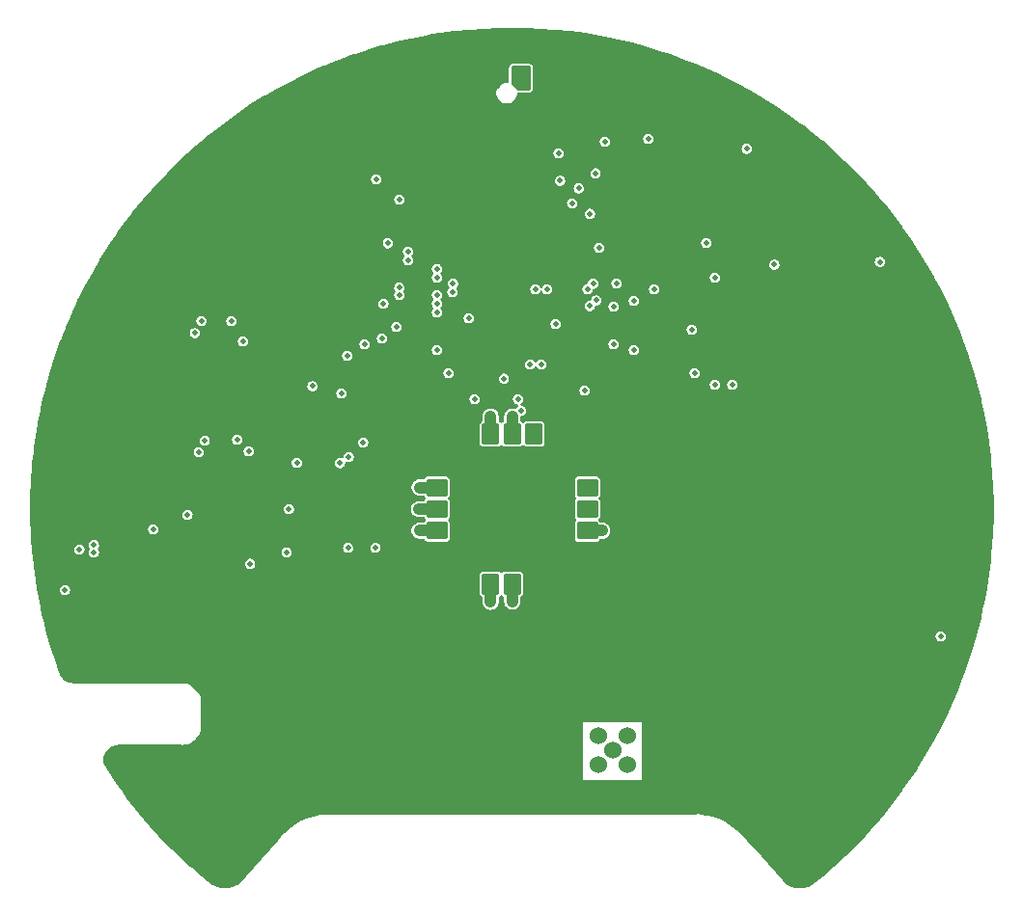
<source format=gbr>
%TF.GenerationSoftware,KiCad,Pcbnew,6.0.5-a6ca702e91~116~ubuntu20.04.1*%
%TF.CreationDate,2022-05-11T23:16:09+02:00*%
%TF.ProjectId,uHoubolt_PCB_GNSS,75486f75-626f-46c7-945f-5043425f474e,rev?*%
%TF.SameCoordinates,PX8f0d180PY5f5e100*%
%TF.FileFunction,Copper,L1,Top*%
%TF.FilePolarity,Positive*%
%FSLAX46Y46*%
G04 Gerber Fmt 4.6, Leading zero omitted, Abs format (unit mm)*
G04 Created by KiCad (PCBNEW 6.0.5-a6ca702e91~116~ubuntu20.04.1) date 2022-05-11 23:16:09*
%MOMM*%
%LPD*%
G01*
G04 APERTURE LIST*
G04 Aperture macros list*
%AMRoundRect*
0 Rectangle with rounded corners*
0 $1 Rounding radius*
0 $2 $3 $4 $5 $6 $7 $8 $9 X,Y pos of 4 corners*
0 Add a 4 corners polygon primitive as box body*
4,1,4,$2,$3,$4,$5,$6,$7,$8,$9,$2,$3,0*
0 Add four circle primitives for the rounded corners*
1,1,$1+$1,$2,$3*
1,1,$1+$1,$4,$5*
1,1,$1+$1,$6,$7*
1,1,$1+$1,$8,$9*
0 Add four rect primitives between the rounded corners*
20,1,$1+$1,$2,$3,$4,$5,0*
20,1,$1+$1,$4,$5,$6,$7,0*
20,1,$1+$1,$6,$7,$8,$9,0*
20,1,$1+$1,$8,$9,$2,$3,0*%
%AMFreePoly0*
4,1,22,0.945671,0.830970,1.026777,0.776777,1.080970,0.695671,1.100000,0.600000,1.100000,-0.600000,1.080970,-0.695671,1.026777,-0.776777,0.945671,-0.830970,0.850000,-0.850000,-0.850000,-0.850000,-0.945671,-0.830970,-1.026777,-0.776777,-1.080970,-0.695671,-1.100000,-0.600000,-1.100000,0.200000,-1.080970,0.295671,-1.026777,0.376777,-0.626777,0.776777,-0.545671,0.830970,-0.450000,0.850000,
0.850000,0.850000,0.945671,0.830970,0.945671,0.830970,$1*%
G04 Aperture macros list end*
%TA.AperFunction,SMDPad,CuDef*%
%ADD10RoundRect,0.099000X-0.651000X-0.801000X0.651000X-0.801000X0.651000X0.801000X-0.651000X0.801000X0*%
%TD*%
%TA.AperFunction,SMDPad,CuDef*%
%ADD11RoundRect,0.099000X0.801000X-0.651000X0.801000X0.651000X-0.801000X0.651000X-0.801000X-0.651000X0*%
%TD*%
%TA.AperFunction,ComponentPad*%
%ADD12C,0.800000*%
%TD*%
%TA.AperFunction,ComponentPad*%
%ADD13C,6.400000*%
%TD*%
%TA.AperFunction,ComponentPad*%
%ADD14C,0.500000*%
%TD*%
%TA.AperFunction,SMDPad,CuDef*%
%ADD15R,1.750000X1.750000*%
%TD*%
%TA.AperFunction,ComponentPad*%
%ADD16FreePoly0,90.000000*%
%TD*%
%TA.AperFunction,ComponentPad*%
%ADD17O,1.700000X2.200000*%
%TD*%
%TA.AperFunction,ComponentPad*%
%ADD18C,1.524000*%
%TD*%
%TA.AperFunction,ViaPad*%
%ADD19C,0.500000*%
%TD*%
%TA.AperFunction,ViaPad*%
%ADD20C,0.800000*%
%TD*%
%TA.AperFunction,Conductor*%
%ADD21C,1.000000*%
%TD*%
%TA.AperFunction,Conductor*%
%ADD22C,0.300000*%
%TD*%
G04 APERTURE END LIST*
D10*
%TO.P,U1,1,GND*%
%TO.N,GND*%
X-3800000Y-6600000D03*
%TO.P,U1,2,VCC_IO*%
%TO.N,Net-(C15-Pad2)*%
X-1900000Y-6600000D03*
%TO.P,U1,3,V_BCKP*%
%TO.N,Net-(R9-Pad2)*%
X0Y-6600000D03*
%TO.P,U1,4,GND*%
%TO.N,GND*%
X1900000Y-6600000D03*
%TO.P,U1,5,GND*%
X3800000Y-6600000D03*
D11*
%TO.P,U1,6,GND*%
X6600000Y-3800000D03*
%TO.P,U1,7,Timepulse*%
%TO.N,/GNSS_TIMEPULSE*%
X6600000Y-1900000D03*
%TO.P,U1,8,~{Safeboot}*%
%TO.N,unconnected-(U1-Pad8)*%
X6600000Y0D03*
%TO.P,U1,9,SDA*%
%TO.N,unconnected-(U1-Pad9)*%
X6600000Y1900000D03*
%TO.P,U1,10,GND*%
%TO.N,GND*%
X6600000Y3800000D03*
D10*
%TO.P,U1,11,GND*%
X3800000Y6600000D03*
%TO.P,U1,12,SCL*%
%TO.N,unconnected-(U1-Pad12)*%
X1900000Y6600000D03*
%TO.P,U1,13,TxD*%
%TO.N,/GNSS_UART1_TX*%
X0Y6600000D03*
%TO.P,U1,14,RxD*%
%TO.N,/GNSS_UART1_RX*%
X-1900000Y6600000D03*
%TO.P,U1,15,GND*%
%TO.N,GND*%
X-3800000Y6600000D03*
D11*
%TO.P,U1,16,GND*%
X-6600000Y3800000D03*
%TO.P,U1,17,VCC*%
%TO.N,Net-(C15-Pad2)*%
X-6600000Y1900000D03*
%TO.P,U1,18,~{Reset}*%
%TO.N,Net-(JP1-Pad2)*%
X-6600000Y0D03*
%TO.P,U1,19,ExtInt0*%
%TO.N,/GNSS_INT*%
X-6600000Y-1900000D03*
%TO.P,U1,20,GND*%
%TO.N,GND*%
X-6600000Y-3800000D03*
%TD*%
D12*
%TO.P,H1,1,1*%
%TO.N,GND*%
X23600000Y28000000D03*
X24302944Y29697056D03*
X26000000Y30400000D03*
D13*
X26000000Y28000000D03*
D12*
X28400000Y28000000D03*
X24302944Y26302944D03*
X27697056Y29697056D03*
X27697056Y26302944D03*
X26000000Y25600000D03*
%TD*%
%TO.P,H2,1,1*%
%TO.N,GND*%
X-24302944Y29697056D03*
X-23600000Y28000000D03*
X-26000000Y25600000D03*
X-28400000Y28000000D03*
X-27697056Y29697056D03*
D13*
X-26000000Y28000000D03*
D12*
X-26000000Y30400000D03*
X-27697056Y26302944D03*
X-24302944Y26302944D03*
%TD*%
%TO.P,H3,1,1*%
%TO.N,GND*%
X-27697056Y-26302944D03*
X-26000000Y-25600000D03*
X-27697056Y-29697056D03*
X-24302944Y-29697056D03*
X-28400000Y-28000000D03*
X-24302944Y-26302944D03*
X-26000000Y-30400000D03*
X-23600000Y-28000000D03*
D13*
X-26000000Y-28000000D03*
%TD*%
D12*
%TO.P,H4,1,1*%
%TO.N,GND*%
X27697056Y-26302944D03*
D13*
X26000000Y-28000000D03*
D12*
X27697056Y-29697056D03*
X23600000Y-28000000D03*
X24302944Y-29697056D03*
X26000000Y-25600000D03*
X28400000Y-28000000D03*
X26000000Y-30400000D03*
X24302944Y-26302944D03*
%TD*%
D14*
%TO.P,U7,17,PAD*%
%TO.N,GND*%
X18913000Y32567500D03*
X17663000Y32567500D03*
D15*
X18288000Y31942500D03*
D14*
X17663000Y31317500D03*
X18913000Y31317500D03*
%TD*%
D16*
%TO.P,J1,1,Pin_1*%
%TO.N,+12V*%
X762000Y37846000D03*
D17*
%TO.P,J1,2,Pin_2*%
%TO.N,GND*%
X-1738000Y37846000D03*
%TD*%
D18*
%TO.P,J12,1*%
%TO.N,Net-(J12-Pad1)*%
X8800000Y-21200000D03*
%TO.P,J12,S1*%
%TO.N,Net-(J12-PadS1)*%
X7530000Y-19930000D03*
%TO.P,J12,S2*%
X10070000Y-19930000D03*
%TO.P,J12,S3*%
X10070000Y-22470000D03*
%TO.P,J12,S4*%
X7530000Y-22470000D03*
%TD*%
D19*
%TO.N,GND*%
X-5080000Y-2540000D03*
D20*
X25400000Y19170250D03*
D19*
X-5334000Y3048000D03*
X5588000Y29718000D03*
X-26670000Y8128000D03*
X-3302000Y38862000D03*
X-18542000Y16256000D03*
X1270000Y3810000D03*
X-18034000Y7366000D03*
X-2540000Y36068000D03*
X6858000Y28194000D03*
X7112000Y28702000D03*
X-15240000Y21844000D03*
D20*
X-25146000Y19260283D03*
D19*
X-8382000Y29718000D03*
X-3302000Y38100000D03*
D20*
X0Y-15240000D03*
D19*
X2794000Y26162000D03*
X-16002000Y21082000D03*
D20*
X-5080000Y-5080000D03*
D19*
X10414000Y22606000D03*
X12446000Y22606000D03*
X35052000Y-15875000D03*
X14478000Y22606000D03*
D20*
X-35560000Y15240000D03*
D19*
X1524000Y35052000D03*
X-3683000Y-3683000D03*
X-29464000Y13418283D03*
X-8509000Y15875000D03*
X-6858000Y28194000D03*
X35052000Y-14351000D03*
X-12192000Y17526000D03*
X35052000Y-15113000D03*
D20*
X25400000Y-20320000D03*
X-10160000Y0D03*
D19*
X9652000Y14986000D03*
X-11938000Y12700000D03*
D20*
X-15240000Y35560000D03*
D19*
X-16002000Y21844000D03*
X4572000Y8636000D03*
D20*
X10160000Y-25400000D03*
X-20320000Y-10160000D03*
D19*
X-28702000Y13418283D03*
D20*
X20320000Y-5080000D03*
X20320000Y-25400000D03*
D19*
X-7874000Y15875000D03*
D20*
X30480000Y-20320000D03*
X-25400000Y-20320000D03*
D19*
X8890000Y27940000D03*
X-17272000Y7366000D03*
X-16510000Y7366000D03*
X-21844000Y18542000D03*
X20320000Y14986000D03*
X-7620000Y34290000D03*
X5080000Y2540000D03*
X-12700000Y2032000D03*
X-17780000Y17018000D03*
X5080000Y15240000D03*
D20*
X-35052000Y10160000D03*
D19*
X5080000Y-2540000D03*
X-15085534Y19809934D03*
D20*
X-35560000Y-10160000D03*
D19*
X1270000Y-5080000D03*
X-16002000Y3810000D03*
X-1905000Y29210000D03*
X1524000Y36068000D03*
D20*
X-15240000Y-20320000D03*
D19*
X10160000Y10160000D03*
D20*
X-15240000Y30480000D03*
D19*
X14478000Y27178000D03*
D20*
X-20320000Y-25400000D03*
X35560000Y-10160000D03*
X20320000Y-20320000D03*
D19*
X-28956000Y3048000D03*
D20*
X35560000Y10160000D03*
D19*
X-31242000Y11176000D03*
X12446000Y35052000D03*
D20*
X-5080000Y40640000D03*
D19*
X11938000Y33782000D03*
X-9906000Y12700000D03*
D20*
X15240000Y-10160000D03*
D19*
X5080000Y14224000D03*
X508000Y35052000D03*
X13462000Y22606000D03*
X-1524000Y16332500D03*
X-13843000Y16637000D03*
X0Y2540000D03*
X-4318000Y30988000D03*
X3302000Y15748000D03*
X2032000Y5080000D03*
X-9144000Y15875000D03*
D20*
X-10160000Y-15240000D03*
X20320000Y-10160000D03*
D19*
X-13970000Y8636000D03*
X-32258000Y11176000D03*
D20*
X20320000Y-15240000D03*
D19*
X-29464000Y12402283D03*
D20*
X40640000Y0D03*
D19*
X-3302000Y37338000D03*
X13462000Y27178000D03*
D20*
X10160000Y-5080000D03*
D19*
X17272000Y14986000D03*
X-12192000Y18288000D03*
X-15240000Y22606000D03*
X-2413000Y1524000D03*
D20*
X-5080000Y-15240000D03*
D19*
X19558000Y14986000D03*
X17272000Y15748000D03*
X2794000Y24130000D03*
X-5588000Y26162000D03*
X-7620000Y8382000D03*
X19558000Y16510000D03*
X-5334000Y8636000D03*
X-508000Y35052000D03*
X21082000Y24384000D03*
X-1270000Y5080000D03*
X-25908000Y8128000D03*
D20*
X-5080000Y-25400000D03*
D19*
X18796000Y15748000D03*
X-27686000Y3810000D03*
D20*
X25400000Y-5080000D03*
D19*
X-31242000Y762000D03*
X-6350000Y26162000D03*
X-1524000Y35052000D03*
D20*
X-20320000Y25400000D03*
D19*
X-5080000Y3810000D03*
D20*
X0Y-10160000D03*
D19*
X13970000Y32728500D03*
X12446000Y27178000D03*
D20*
X10160000Y-10160000D03*
D19*
X21844000Y22860000D03*
X-2286000Y15748000D03*
X2540000Y-2540000D03*
X19558000Y15748000D03*
X1524000Y26162000D03*
X-5080000Y1524000D03*
X762000Y15748000D03*
X-5588000Y30988000D03*
X-1016000Y31115000D03*
X18034000Y15748000D03*
X10414000Y14986000D03*
D20*
X-10160000Y35560000D03*
D19*
X4572000Y9398000D03*
X-32004000Y762000D03*
X4318000Y15748000D03*
X3048000Y-4191000D03*
X9652000Y14224000D03*
D20*
X-15240000Y-15240000D03*
X5080000Y-20320000D03*
X-5080000Y-20320000D03*
D19*
X254000Y26162000D03*
X-7874000Y4572000D03*
X-22606000Y7874000D03*
D20*
X15240000Y-5080000D03*
D19*
X-29718000Y3048000D03*
X-508000Y-1778000D03*
D20*
X35560000Y20320000D03*
D19*
X1524000Y25146000D03*
D20*
X25400000Y15240000D03*
X15240000Y5080000D03*
D19*
X4318000Y14224000D03*
D20*
X0Y-25400000D03*
X-5080000Y-10160000D03*
D19*
X-33274000Y10414000D03*
X4826000Y33274000D03*
X21082000Y23622000D03*
D20*
X-30480000Y-10160000D03*
D19*
X5080000Y3810000D03*
D20*
X-5080000Y5080000D03*
X25400000Y0D03*
D19*
X2794000Y25146000D03*
X5588000Y33274000D03*
X-22349502Y762000D03*
X11430000Y22606000D03*
X-6350000Y-6350000D03*
D20*
X30480000Y-5080000D03*
D19*
X20320000Y15748000D03*
D20*
X30480000Y-10160000D03*
X-20320000Y-20320000D03*
X-20320000Y30480000D03*
X-40640000Y5080000D03*
D19*
X-1016000Y29210000D03*
D20*
X10160000Y35560000D03*
X-15240000Y-25400000D03*
D19*
X21844000Y24384000D03*
D20*
X5080000Y-25400000D03*
D19*
X-31242000Y10414000D03*
X21844000Y23622000D03*
X-17272000Y3810000D03*
X-2540000Y35052000D03*
X6858000Y21082000D03*
X-5588000Y25400000D03*
D20*
X5080000Y-5080000D03*
X15240000Y0D03*
D19*
X10287000Y20066000D03*
X1397000Y1651000D03*
D20*
X-5080000Y35560000D03*
X-10160000Y-10160000D03*
X0Y0D03*
D19*
X9398000Y28956000D03*
X-28194000Y3048000D03*
D20*
X-30226000Y19260283D03*
X-10160000Y-5080000D03*
X30480000Y0D03*
D19*
X-18542000Y1270000D03*
X3048000Y4572000D03*
X21082000Y22860000D03*
X-8636000Y7112000D03*
X-22606000Y18542000D03*
X-13462000Y11176000D03*
X1016000Y11430000D03*
D20*
X30480000Y-15240000D03*
X-35052000Y5080000D03*
X-10160000Y-20320000D03*
X-20320000Y35560000D03*
X5080000Y40640000D03*
D19*
X0Y15748000D03*
D20*
X5080000Y-10160000D03*
D19*
X-7620000Y6350000D03*
D20*
X-20320000Y-15240000D03*
D19*
X6350000Y-6350000D03*
X35687000Y-16129000D03*
X-21082000Y18542000D03*
D20*
X-35560000Y20320000D03*
D19*
X35052000Y-12954000D03*
X-12192000Y5080000D03*
D20*
X5080000Y-15240000D03*
X0Y40640000D03*
D19*
X-8382000Y34290000D03*
X-25654000Y18542000D03*
X16002000Y32728500D03*
X-14478000Y19812000D03*
X-26416000Y19304000D03*
X-25908000Y8890000D03*
X254000Y11430000D03*
X2540000Y2540000D03*
D20*
X25400000Y-15240000D03*
D19*
X9144000Y13462000D03*
X-5588000Y32004000D03*
X20320000Y16510000D03*
D20*
X25400000Y10160000D03*
D19*
X19558000Y17272000D03*
D20*
X25400000Y5080000D03*
D19*
X-2540000Y-2540000D03*
X-8382000Y30480000D03*
X3810000Y3810000D03*
D20*
X-15240000Y-10160000D03*
X35560000Y15240000D03*
X-20320000Y20320000D03*
D19*
X-3302000Y36576000D03*
X-3810000Y5080000D03*
X10160000Y5080000D03*
D20*
X20320000Y0D03*
X10160000Y0D03*
D19*
X3810000Y9398000D03*
X-33274000Y11176000D03*
X-5588000Y29972000D03*
X-2540000Y3810000D03*
X-23400000Y3600000D03*
D20*
X-10160000Y-25400000D03*
D19*
X-10414000Y8636000D03*
X-26416000Y18542000D03*
X-13970000Y1016000D03*
D20*
X15240000Y-25400000D03*
D19*
X4064000Y33274000D03*
X-2540000Y-5080000D03*
X-6350000Y7620000D03*
X-17780000Y16256000D03*
D20*
X0Y-20320000D03*
D19*
X3810000Y26162000D03*
X35052000Y-13589000D03*
D20*
X30480000Y15240000D03*
X-25400000Y-15240000D03*
D19*
X18796000Y14986000D03*
D20*
X25400000Y-10160000D03*
X40640000Y5080000D03*
X20320000Y10160000D03*
D19*
X21844000Y22098000D03*
X6350000Y6350000D03*
D20*
X20320000Y5080000D03*
D19*
X-32258000Y10414000D03*
X4445000Y-3810000D03*
X18034000Y14986000D03*
D20*
X40640000Y-5080000D03*
D19*
X-6350000Y25400000D03*
X21082000Y22098000D03*
D20*
X-25400000Y-10160000D03*
D19*
%TO.N,+3V3*%
X-18898431Y4064000D03*
X7620000Y22949000D03*
X8128000Y32258000D03*
X-12000000Y-3400000D03*
X5256790Y26846790D03*
X22987000Y21463000D03*
X8890000Y14478000D03*
X-17526000Y10795000D03*
X-10909555Y23342097D03*
X-734336Y11457664D03*
X-11430000Y14986000D03*
X-9906000Y27178000D03*
X-39243000Y-7112000D03*
%TO.N,+5V*%
X4064000Y31242000D03*
X17018000Y23368000D03*
X37592000Y-11176000D03*
X-14986000Y10160000D03*
X15748000Y15748000D03*
X-15106500Y4038498D03*
X6350000Y10414000D03*
X17780000Y20320000D03*
X10668000Y13970000D03*
%TO.N,Net-(C15-Pad2)*%
X-8128000Y1900000D03*
X-1900000Y-8150000D03*
%TO.N,+12V*%
X11938000Y32512000D03*
X20567446Y31644002D03*
X32258000Y21710250D03*
%TO.N,/NRST*%
X-23000000Y-4800000D03*
X-11938000Y28956000D03*
X-37973000Y-3556000D03*
%TO.N,/SWCLK*%
X-36703000Y-3160497D03*
X-14400000Y-3400000D03*
X-6604000Y18034000D03*
%TO.N,/SWDIO*%
X-36703000Y-3810000D03*
X-19600000Y0D03*
X-6604000Y17272000D03*
X-19800000Y-3810000D03*
%TO.N,/UART_TX*%
X-9144000Y21844000D03*
X-28500000Y-500000D03*
%TO.N,/UART_RX*%
X-31496000Y-1778000D03*
X-9144000Y22606000D03*
%TO.N,/CAN1_L*%
X-23114000Y5080000D03*
X-26980204Y6015885D03*
X-27503316Y4984773D03*
X-24137556Y6103556D03*
%TO.N,/CAN2_L*%
X-24638000Y16510000D03*
X-23622000Y14732000D03*
X-27843000Y15450283D03*
X-27268944Y16532339D03*
%TO.N,/LED1*%
X-5207000Y19812000D03*
X-6604000Y13970000D03*
X-6604000Y21082000D03*
X-5588000Y11938000D03*
%TO.N,/LED2*%
X-6604000Y20320000D03*
X-5246980Y19050000D03*
%TO.N,/Speaker*%
X-10160000Y16002000D03*
X-3810000Y16764000D03*
%TO.N,Net-(R9-Pad2)*%
X0Y-8128000D03*
%TO.N,/GNSS_INT*%
X-8150000Y-1900000D03*
%TO.N,Net-(JP1-Pad2)*%
X-8200000Y0D03*
%TO.N,/GNSS_UART1_RX*%
X-2032000Y8128000D03*
%TO.N,/GNSS_UART1_TX*%
X0Y8128000D03*
%TO.N,/LoRa_DIO1*%
X17780000Y10922000D03*
X2032000Y19304000D03*
%TO.N,/LoRa_DIO3*%
X3048000Y19304000D03*
X19304000Y10922000D03*
%TO.N,/BARO_SPI1_SCK*%
X4179542Y28829000D03*
X7308046Y29486562D03*
%TO.N,/BARO_SPI1_MOSI*%
X6811867Y25931157D03*
X5842000Y28164500D03*
%TO.N,/QSPI1_CLK*%
X9144000Y19812000D03*
X7099555Y19786097D03*
%TO.N,/QSPI1_BK1_NCS*%
X12446000Y19304000D03*
X6604000Y19331500D03*
%TO.N,/QSPI1_BK1_IO1*%
X10668000Y18288000D03*
X7366000Y18331500D03*
%TO.N,/QSPI1_BK1_IO2*%
X8890000Y17780000D03*
X6806000Y17832000D03*
%TO.N,/LoRa_SPI2_MISO*%
X1555500Y12700000D03*
X2555500Y12700000D03*
%TO.N,/GNSS_NRST*%
X-3302000Y9652000D03*
X508000Y9652000D03*
%TO.N,/CAN1_RX*%
X-14345556Y4573056D03*
X-13081000Y5842000D03*
%TO.N,/IMU_SPI3_SCK*%
X-9906000Y18796000D03*
X-6604000Y18796000D03*
%TO.N,/IMU_INT*%
X-9906000Y19445503D03*
X-11311500Y18034000D03*
%TO.N,/CAN2_RX*%
X-14478000Y13462000D03*
X-12954000Y14478000D03*
%TO.N,/LoRa_NRST*%
X16002000Y11938000D03*
X3810000Y16256000D03*
%TO.N,/GNSS_TIMEPULSE*%
X7900000Y-1900000D03*
X762000Y8644500D03*
%TD*%
D21*
%TO.N,Net-(C15-Pad2)*%
X-1900000Y-8150000D02*
X-1900000Y-6600000D01*
X-6600000Y1900000D02*
X-8128000Y1900000D01*
%TO.N,Net-(R9-Pad2)*%
X0Y-6600000D02*
X0Y-8128000D01*
%TO.N,/GNSS_INT*%
X-8150000Y-1900000D02*
X-6600000Y-1900000D01*
%TO.N,Net-(JP1-Pad2)*%
X-6600000Y0D02*
X-8200000Y0D01*
%TO.N,/GNSS_UART1_RX*%
X-1900000Y8128000D02*
X-1900000Y6600000D01*
D22*
X-2032000Y8128000D02*
X-1900000Y8128000D01*
%TO.N,/GNSS_UART1_TX*%
X0Y6600000D02*
X0Y6858000D01*
D21*
X0Y6858000D02*
X0Y8128000D01*
%TO.N,/GNSS_TIMEPULSE*%
X7900000Y-1900000D02*
X6600000Y-1900000D01*
%TD*%
%TA.AperFunction,Conductor*%
%TO.N,GND*%
G36*
X-12918Y42273487D02*
G01*
X-11267Y42273485D01*
X-538Y42271005D01*
X-421Y42271031D01*
X-303Y42271004D01*
X10319Y42273408D01*
X11202Y42273404D01*
X32890Y42275660D01*
X1148715Y42258642D01*
X1286636Y42256538D01*
X1289653Y42256446D01*
X2573529Y42197671D01*
X2576543Y42197487D01*
X3612747Y42118329D01*
X3858010Y42099593D01*
X3861010Y42099318D01*
X5138970Y41962385D01*
X5141955Y41962019D01*
X5778511Y41874105D01*
X6415061Y41786193D01*
X6418045Y41785735D01*
X7685265Y41571159D01*
X7688234Y41570609D01*
X8948282Y41317500D01*
X8951170Y41316875D01*
X9775584Y41124947D01*
X10202984Y41025446D01*
X10205914Y41024716D01*
X11448166Y40695275D01*
X11451072Y40694457D01*
X12193177Y40473225D01*
X12682761Y40327272D01*
X12685616Y40326373D01*
X13268189Y40133170D01*
X13905504Y39921812D01*
X13908355Y39920818D01*
X15115329Y39479252D01*
X15118148Y39478172D01*
X16311132Y38999993D01*
X16313890Y38998838D01*
X17491743Y38484502D01*
X17494441Y38483275D01*
X18016273Y38236195D01*
X18656073Y37933257D01*
X18658782Y37931923D01*
X19803038Y37346773D01*
X19805705Y37345358D01*
X20931627Y36725565D01*
X20934249Y36724069D01*
X22040753Y36070231D01*
X22043309Y36068668D01*
X23129369Y35381387D01*
X23131849Y35379764D01*
X24196420Y34659705D01*
X24198895Y34657976D01*
X25241039Y33905772D01*
X25243459Y33903968D01*
X25569548Y33653131D01*
X26262165Y33120350D01*
X26264480Y33118513D01*
X27152741Y32391068D01*
X27258860Y32304161D01*
X27261166Y32302212D01*
X28230169Y31457990D01*
X28232415Y31455973D01*
X29175274Y30582550D01*
X29177458Y30580464D01*
X30093226Y29678716D01*
X30095344Y29676566D01*
X30983207Y28747296D01*
X30985259Y28745081D01*
X31133659Y28579961D01*
X31844362Y27789181D01*
X31846310Y27786947D01*
X32656831Y26827821D01*
X32675887Y26805271D01*
X32677794Y26802943D01*
X33472381Y25802310D01*
X33477027Y25796459D01*
X33478865Y25794071D01*
X33713373Y25479514D01*
X34247059Y24763652D01*
X34248822Y24761209D01*
X34980371Y23714809D01*
X34985208Y23707890D01*
X34986900Y23705390D01*
X35690839Y22630082D01*
X35692454Y22627531D01*
X36363280Y21531256D01*
X36364815Y21528659D01*
X36543797Y21215068D01*
X37001884Y20412466D01*
X37003341Y20409821D01*
X37053067Y20316175D01*
X37598439Y19289109D01*
X37606095Y19274690D01*
X37607452Y19272038D01*
X38175348Y18118984D01*
X38176606Y18116326D01*
X38707600Y16949738D01*
X38709044Y16946566D01*
X38710248Y16943811D01*
X38893550Y16506175D01*
X39206767Y15758365D01*
X39207891Y15755563D01*
X39383258Y15298212D01*
X39660488Y14575204D01*
X39668041Y14555505D01*
X39669073Y14552683D01*
X40049560Y13462000D01*
X40092399Y13339199D01*
X40093345Y13336348D01*
X40187440Y13037628D01*
X40479488Y12110471D01*
X40480351Y12107577D01*
X40828916Y10870556D01*
X40829691Y10867638D01*
X41140387Y9620517D01*
X41141072Y9617577D01*
X41184387Y9417946D01*
X41408561Y8384765D01*
X41413592Y8361576D01*
X41414185Y8358627D01*
X41579962Y7463698D01*
X41648277Y7094909D01*
X41648781Y7091940D01*
X41840519Y5845790D01*
X41844236Y5821632D01*
X41844648Y5818649D01*
X41997472Y4573977D01*
X42001274Y4543009D01*
X42001595Y4540019D01*
X42046547Y4051032D01*
X42119248Y3260205D01*
X42119479Y3257195D01*
X42198056Y1974341D01*
X42198194Y1971325D01*
X42237615Y686743D01*
X42237662Y683724D01*
X42237742Y243496D01*
X42237882Y-527828D01*
X42237895Y-601495D01*
X42237850Y-604496D01*
X42227297Y-952484D01*
X42198890Y-1889177D01*
X42198752Y-1892193D01*
X42180272Y-2195700D01*
X42120640Y-3175045D01*
X42120417Y-3177987D01*
X42044619Y-4005788D01*
X42003218Y-4457929D01*
X42002896Y-4460931D01*
X41991196Y-4556504D01*
X41846837Y-5735769D01*
X41846737Y-5736583D01*
X41846329Y-5739548D01*
X41657070Y-6972549D01*
X41651329Y-7009950D01*
X41650828Y-7012908D01*
X41432209Y-8195482D01*
X41417191Y-8276718D01*
X41416603Y-8279648D01*
X41293365Y-8848627D01*
X41144532Y-9535770D01*
X41143848Y-9538711D01*
X40833609Y-10785922D01*
X40832836Y-10788840D01*
X40654698Y-11421909D01*
X40598065Y-11623175D01*
X40484707Y-12026027D01*
X40483856Y-12028886D01*
X40098155Y-13254905D01*
X40097205Y-13257770D01*
X39674312Y-14471421D01*
X39673275Y-14474257D01*
X39499388Y-14928241D01*
X39213564Y-15674469D01*
X39212468Y-15677206D01*
X39044645Y-16078292D01*
X38716357Y-16862879D01*
X38715149Y-16865646D01*
X38183137Y-18035590D01*
X38181845Y-18038319D01*
X37614421Y-19191467D01*
X37613047Y-19194156D01*
X37585506Y-19246068D01*
X37026623Y-20299500D01*
X37010710Y-20329494D01*
X37009269Y-20332114D01*
X36372561Y-21448610D01*
X36371035Y-21451192D01*
X35780438Y-22417140D01*
X35700619Y-22547688D01*
X35699012Y-22550229D01*
X35461589Y-22913192D01*
X34995454Y-23625801D01*
X34993763Y-23628302D01*
X34257751Y-24681897D01*
X34255985Y-24684345D01*
X33488194Y-25715001D01*
X33486361Y-25717386D01*
X32687440Y-26724225D01*
X32685567Y-26726513D01*
X32251691Y-27240314D01*
X31856358Y-27708472D01*
X31854375Y-27710749D01*
X30995599Y-28666978D01*
X30993592Y-28669146D01*
X30385317Y-29306250D01*
X30106042Y-29598761D01*
X30103924Y-29600912D01*
X29188481Y-30502991D01*
X29186298Y-30505077D01*
X28243791Y-31378808D01*
X28241561Y-31380814D01*
X27740351Y-31817800D01*
X27272811Y-32225431D01*
X27270506Y-32227380D01*
X26304339Y-33019210D01*
X26301654Y-33021095D01*
X26294698Y-33023348D01*
X26286633Y-33031042D01*
X26284426Y-33032357D01*
X26284169Y-33032561D01*
X26280912Y-33034665D01*
X26272361Y-33038746D01*
X26269953Y-33041743D01*
X26268213Y-33042867D01*
X26077623Y-33141452D01*
X26066429Y-33146389D01*
X25999701Y-33171013D01*
X25840444Y-33229781D01*
X25828706Y-33233304D01*
X25594145Y-33288141D01*
X25582070Y-33290186D01*
X25509143Y-33297931D01*
X25342545Y-33315625D01*
X25330304Y-33316163D01*
X25203731Y-33313881D01*
X25089455Y-33311820D01*
X25077251Y-33310841D01*
X24918092Y-33288106D01*
X24838792Y-33276778D01*
X24826793Y-33274298D01*
X24594371Y-33211039D01*
X24582769Y-33207095D01*
X24359933Y-33115604D01*
X24348908Y-33110258D01*
X24139094Y-32991948D01*
X24128813Y-32985280D01*
X24037811Y-32917908D01*
X23935215Y-32841952D01*
X23925845Y-32834073D01*
X23770483Y-32686072D01*
X23764276Y-32678166D01*
X23764159Y-32678274D01*
X23756595Y-32670089D01*
X23751038Y-32660422D01*
X23741838Y-32654121D01*
X23740184Y-32652331D01*
X23725483Y-32639375D01*
X21827410Y-30504043D01*
X20580351Y-29101103D01*
X20569140Y-29085738D01*
X20566565Y-29081386D01*
X20564275Y-29076274D01*
X20563842Y-29075701D01*
X20559554Y-29072107D01*
X20554685Y-29066587D01*
X20296268Y-28750553D01*
X20295007Y-28749221D01*
X20188816Y-28637108D01*
X20006731Y-28444868D01*
X20005385Y-28443639D01*
X19697039Y-28162271D01*
X19697035Y-28162268D01*
X19695716Y-28161064D01*
X19364872Y-27900647D01*
X19015952Y-27664998D01*
X18650809Y-27455367D01*
X18271377Y-27272866D01*
X18269693Y-27272202D01*
X18269688Y-27272200D01*
X17881340Y-27119120D01*
X17881333Y-27119118D01*
X17879670Y-27118462D01*
X17877969Y-27117931D01*
X17877958Y-27117927D01*
X17646689Y-27045718D01*
X17477765Y-26992974D01*
X17475919Y-26992542D01*
X17341258Y-26961041D01*
X17067792Y-26897068D01*
X16651928Y-26831252D01*
X16245639Y-26796995D01*
X16238416Y-26796101D01*
X16233155Y-26794613D01*
X16232438Y-26794578D01*
X16213476Y-26797961D01*
X16196089Y-26799500D01*
X-16195566Y-26799500D01*
X-16213297Y-26797899D01*
X-16226205Y-26795549D01*
X-16226206Y-26795549D01*
X-16231721Y-26794545D01*
X-16232438Y-26794578D01*
X-16237687Y-26796042D01*
X-16244583Y-26796884D01*
X-16460483Y-26815089D01*
X-16651930Y-26831231D01*
X-16940439Y-26876891D01*
X-17066021Y-26896766D01*
X-17066023Y-26896766D01*
X-17067796Y-26897047D01*
X-17477770Y-26992953D01*
X-17678723Y-27055697D01*
X-17877965Y-27117907D01*
X-17877976Y-27117911D01*
X-17879677Y-27118442D01*
X-17881340Y-27119098D01*
X-17881347Y-27119100D01*
X-18269696Y-27272180D01*
X-18269701Y-27272182D01*
X-18271385Y-27272846D01*
X-18650818Y-27455348D01*
X-18814624Y-27549390D01*
X-19014405Y-27664085D01*
X-19014416Y-27664092D01*
X-19015963Y-27664980D01*
X-19364884Y-27900630D01*
X-19695730Y-28161048D01*
X-19697049Y-28162252D01*
X-19697053Y-28162255D01*
X-19972518Y-28413620D01*
X-20006746Y-28444853D01*
X-20296284Y-28750539D01*
X-20554362Y-29066159D01*
X-20559223Y-29071648D01*
X-20563407Y-29075130D01*
X-20563842Y-29075701D01*
X-20566152Y-29080809D01*
X-20569023Y-29085622D01*
X-20569923Y-29085085D01*
X-20580129Y-29100852D01*
X-23359264Y-32227380D01*
X-23725127Y-32638976D01*
X-23739175Y-32651312D01*
X-23741329Y-32653627D01*
X-23750550Y-32659895D01*
X-23756140Y-32669542D01*
X-23763734Y-32677702D01*
X-23763782Y-32677657D01*
X-23770048Y-32685608D01*
X-23925860Y-32834037D01*
X-23935238Y-32841923D01*
X-24128838Y-32985253D01*
X-24139118Y-32991920D01*
X-24212831Y-33033486D01*
X-24348924Y-33110226D01*
X-24359949Y-33115573D01*
X-24582783Y-33207062D01*
X-24594384Y-33211005D01*
X-24663240Y-33229746D01*
X-24826802Y-33274263D01*
X-24838796Y-33276742D01*
X-25077254Y-33310805D01*
X-25089458Y-33311784D01*
X-25203233Y-33313836D01*
X-25330302Y-33316128D01*
X-25342543Y-33315590D01*
X-25582059Y-33290151D01*
X-25594140Y-33288106D01*
X-25828698Y-33233269D01*
X-25840434Y-33229746D01*
X-25912581Y-33203123D01*
X-26066414Y-33146356D01*
X-26077608Y-33141419D01*
X-26268417Y-33042720D01*
X-26270910Y-33040935D01*
X-26273271Y-33038030D01*
X-26280710Y-33034531D01*
X-26282229Y-33033486D01*
X-26285875Y-33031540D01*
X-26286040Y-33031441D01*
X-26294082Y-33023716D01*
X-26302093Y-33021091D01*
X-26305829Y-33018485D01*
X-27209611Y-32292156D01*
X-27211864Y-32290290D01*
X-28121098Y-31514259D01*
X-28123295Y-31512326D01*
X-28270677Y-31378808D01*
X-28566216Y-31111072D01*
X-29009137Y-30709817D01*
X-29011277Y-30707821D01*
X-29225966Y-30501453D01*
X-29873098Y-29879403D01*
X-29875161Y-29877360D01*
X-30712074Y-29023885D01*
X-30714076Y-29021783D01*
X-31039971Y-28669170D01*
X-31508478Y-28162255D01*
X-31525417Y-28143927D01*
X-31527371Y-28141749D01*
X-31804310Y-27823746D01*
X-32312422Y-27240292D01*
X-32314273Y-27238101D01*
X-33072352Y-26313820D01*
X-33074132Y-26311584D01*
X-33804585Y-25365278D01*
X-33806332Y-25362943D01*
X-34300613Y-24681897D01*
X-34508431Y-24395554D01*
X-34510109Y-24393170D01*
X-34914400Y-23800000D01*
X6200000Y-23800000D01*
X11400000Y-23800000D01*
X11400000Y-18700000D01*
X6200000Y-18700000D01*
X6200000Y-23800000D01*
X-34914400Y-23800000D01*
X-35183342Y-23405411D01*
X-35184954Y-23402969D01*
X-35806551Y-22430403D01*
X-35818973Y-22401901D01*
X-35861935Y-22235961D01*
X-35864692Y-22220074D01*
X-35882416Y-22024284D01*
X-35882557Y-22008159D01*
X-35868261Y-21812086D01*
X-35865782Y-21796152D01*
X-35819847Y-21605007D01*
X-35814815Y-21589688D01*
X-35738459Y-21408535D01*
X-35731007Y-21394235D01*
X-35626252Y-21227876D01*
X-35616577Y-21214976D01*
X-35486210Y-21067833D01*
X-35474572Y-21056677D01*
X-35322038Y-20932642D01*
X-35308739Y-20923522D01*
X-35138104Y-20825902D01*
X-35123505Y-20819063D01*
X-35057723Y-20794557D01*
X-34939280Y-20750436D01*
X-34923761Y-20746056D01*
X-34730838Y-20708246D01*
X-34714815Y-20706444D01*
X-34542531Y-20701192D01*
X-34532747Y-20702403D01*
X-34532712Y-20701732D01*
X-34521577Y-20702321D01*
X-34510855Y-20705370D01*
X-34499872Y-20703468D01*
X-34499870Y-20703468D01*
X-34491119Y-20701952D01*
X-34474225Y-20700500D01*
X-29034281Y-20700500D01*
X-29011926Y-20703057D01*
X-29000718Y-20705655D01*
X-29000000Y-20705656D01*
X-28994993Y-20704514D01*
X-28993604Y-20704386D01*
X-28757375Y-20687491D01*
X-28519690Y-20635786D01*
X-28291782Y-20550781D01*
X-28288685Y-20549090D01*
X-28081390Y-20435898D01*
X-28081386Y-20435896D01*
X-28078292Y-20434206D01*
X-27883565Y-20288435D01*
X-27711565Y-20116435D01*
X-27565794Y-19921708D01*
X-27449219Y-19708218D01*
X-27364214Y-19480310D01*
X-27312509Y-19242625D01*
X-27295728Y-19008003D01*
X-27295522Y-19005797D01*
X-27294345Y-19000718D01*
X-27294344Y-19000000D01*
X-27295588Y-18994545D01*
X-27297020Y-18988266D01*
X-27299500Y-18966248D01*
X-27299500Y-17034281D01*
X-27296943Y-17011926D01*
X-27295612Y-17006183D01*
X-27294345Y-17000718D01*
X-27294344Y-17000000D01*
X-27295486Y-16994993D01*
X-27295614Y-16993599D01*
X-27296370Y-16983028D01*
X-27312509Y-16757375D01*
X-27364214Y-16519690D01*
X-27449219Y-16291782D01*
X-27565794Y-16078292D01*
X-27711565Y-15883565D01*
X-27883565Y-15711565D01*
X-28078292Y-15565794D01*
X-28081386Y-15564104D01*
X-28081390Y-15564102D01*
X-28288685Y-15450910D01*
X-28288686Y-15450909D01*
X-28291782Y-15449219D01*
X-28519690Y-15364214D01*
X-28757375Y-15312509D01*
X-28920762Y-15300823D01*
X-28991997Y-15295728D01*
X-28994203Y-15295522D01*
X-28999282Y-15294345D01*
X-29000000Y-15294344D01*
X-29005452Y-15295588D01*
X-29005455Y-15295588D01*
X-29011734Y-15297020D01*
X-29033752Y-15299500D01*
X-38465983Y-15299500D01*
X-38488169Y-15296982D01*
X-38488187Y-15296978D01*
X-38499641Y-15294344D01*
X-38510516Y-15296805D01*
X-38521662Y-15296785D01*
X-38521661Y-15296307D01*
X-38531611Y-15297027D01*
X-38694350Y-15284297D01*
X-38709600Y-15281896D01*
X-38767049Y-15268191D01*
X-38891683Y-15238456D01*
X-38906377Y-15233713D01*
X-39079500Y-15162484D01*
X-39093279Y-15155513D01*
X-39253218Y-15058231D01*
X-39265744Y-15049202D01*
X-39408603Y-14928241D01*
X-39419573Y-14917375D01*
X-39541891Y-14775664D01*
X-39551035Y-14763228D01*
X-39649835Y-14604212D01*
X-39656932Y-14590508D01*
X-39720273Y-14440615D01*
X-39722671Y-14431134D01*
X-39723238Y-14431322D01*
X-39725172Y-14425485D01*
X-39726123Y-14421277D01*
X-39726897Y-14419151D01*
X-39727809Y-14409648D01*
X-39729378Y-14407055D01*
X-39729755Y-14404048D01*
X-39734933Y-14396025D01*
X-39734934Y-14396021D01*
X-39735278Y-14395489D01*
X-39745557Y-14374455D01*
X-40138366Y-13249887D01*
X-40139276Y-13247157D01*
X-40508752Y-12081633D01*
X-40509581Y-12078878D01*
X-40768760Y-11170440D01*
X37136901Y-11170440D01*
X37137816Y-11177437D01*
X37137816Y-11177438D01*
X37139082Y-11187120D01*
X37153633Y-11298394D01*
X37156471Y-11304845D01*
X37156472Y-11304847D01*
X37163458Y-11320724D01*
X37205605Y-11416510D01*
X37247122Y-11465901D01*
X37284100Y-11509892D01*
X37284103Y-11509894D01*
X37288639Y-11515291D01*
X37396060Y-11586796D01*
X37402788Y-11588898D01*
X37402790Y-11588899D01*
X37457647Y-11606037D01*
X37519233Y-11625278D01*
X37583744Y-11626461D01*
X37641202Y-11627514D01*
X37641204Y-11627514D01*
X37648255Y-11627643D01*
X37655058Y-11625788D01*
X37655060Y-11625788D01*
X37696828Y-11614400D01*
X37772755Y-11593700D01*
X37882724Y-11526179D01*
X37969322Y-11430507D01*
X38025588Y-11314375D01*
X38046997Y-11187120D01*
X38047133Y-11176000D01*
X38028839Y-11048259D01*
X37975428Y-10930788D01*
X37891193Y-10833028D01*
X37885276Y-10829193D01*
X37885274Y-10829191D01*
X37788824Y-10766677D01*
X37782906Y-10762841D01*
X37776150Y-10760821D01*
X37776149Y-10760820D01*
X37733335Y-10748016D01*
X37659273Y-10725866D01*
X37582644Y-10725398D01*
X37537282Y-10725121D01*
X37530231Y-10725078D01*
X37523454Y-10727015D01*
X37523453Y-10727015D01*
X37412935Y-10758601D01*
X37412933Y-10758602D01*
X37406155Y-10760539D01*
X37297019Y-10829399D01*
X37211596Y-10926122D01*
X37156754Y-11042932D01*
X37136901Y-11170440D01*
X-40768760Y-11170440D01*
X-40845016Y-10903159D01*
X-40845765Y-10900381D01*
X-41146895Y-9715396D01*
X-41147563Y-9712597D01*
X-41186408Y-9538711D01*
X-41348579Y-8812781D01*
X-41414123Y-8519385D01*
X-41414710Y-8516569D01*
X-41477852Y-8189528D01*
X-41646501Y-7316026D01*
X-41646997Y-7313236D01*
X-41657248Y-7250375D01*
X-41680721Y-7106440D01*
X-39698099Y-7106440D01*
X-39697184Y-7113437D01*
X-39697184Y-7113438D01*
X-39695918Y-7123120D01*
X-39681367Y-7234394D01*
X-39678529Y-7240845D01*
X-39678528Y-7240847D01*
X-39632236Y-7346054D01*
X-39629395Y-7352510D01*
X-39601463Y-7385739D01*
X-39550900Y-7445892D01*
X-39550897Y-7445894D01*
X-39546361Y-7451291D01*
X-39438940Y-7522796D01*
X-39432212Y-7524898D01*
X-39432210Y-7524899D01*
X-39377354Y-7542037D01*
X-39315767Y-7561278D01*
X-39251256Y-7562461D01*
X-39193798Y-7563514D01*
X-39193796Y-7563514D01*
X-39186745Y-7563643D01*
X-39179942Y-7561788D01*
X-39179940Y-7561788D01*
X-39138172Y-7550400D01*
X-39062245Y-7529700D01*
X-38952276Y-7462179D01*
X-38945958Y-7455199D01*
X-38870410Y-7371735D01*
X-38870410Y-7371734D01*
X-38865678Y-7366507D01*
X-38809412Y-7250375D01*
X-38788003Y-7123120D01*
X-38787867Y-7112000D01*
X-38806161Y-6984259D01*
X-38859572Y-6866788D01*
X-38943807Y-6769028D01*
X-38949724Y-6765193D01*
X-38949726Y-6765191D01*
X-39046176Y-6702677D01*
X-39052094Y-6698841D01*
X-39058850Y-6696821D01*
X-39058851Y-6696820D01*
X-39101665Y-6684016D01*
X-39175727Y-6661866D01*
X-39252356Y-6661398D01*
X-39297718Y-6661121D01*
X-39304769Y-6661078D01*
X-39311546Y-6663015D01*
X-39311547Y-6663015D01*
X-39422065Y-6694601D01*
X-39422067Y-6694602D01*
X-39428845Y-6696539D01*
X-39537981Y-6765399D01*
X-39623404Y-6862122D01*
X-39678246Y-6978932D01*
X-39698099Y-7106440D01*
X-41680721Y-7106440D01*
X-41843789Y-6106536D01*
X-41844210Y-6103693D01*
X-41890784Y-5754501D01*
X-2850500Y-5754501D01*
X-2850499Y-7445498D01*
X-2850152Y-7448415D01*
X-2850152Y-7448416D01*
X-2849994Y-7449740D01*
X-2847393Y-7471611D01*
X-2802101Y-7573577D01*
X-2723139Y-7652402D01*
X-2714779Y-7656098D01*
X-2659470Y-7680550D01*
X-2613893Y-7721372D01*
X-2600500Y-7771096D01*
X-2600500Y-8192516D01*
X-2597726Y-8215443D01*
X-2587938Y-8296320D01*
X-2585276Y-8318320D01*
X-2525345Y-8476923D01*
X-2521965Y-8481840D01*
X-2521964Y-8481843D01*
X-2447812Y-8589733D01*
X-2429312Y-8616651D01*
X-2302721Y-8729440D01*
X-2152881Y-8808776D01*
X-2075902Y-8828112D01*
X-1994231Y-8848627D01*
X-1994228Y-8848627D01*
X-1988441Y-8850081D01*
X-1902841Y-8850529D01*
X-1824861Y-8850938D01*
X-1824859Y-8850938D01*
X-1818895Y-8850969D01*
X-1813099Y-8849577D01*
X-1813095Y-8849577D01*
X-1705703Y-8823793D01*
X-1654032Y-8811388D01*
X-1578701Y-8772507D01*
X-1508675Y-8736364D01*
X-1508673Y-8736362D01*
X-1503369Y-8733625D01*
X-1375604Y-8622169D01*
X-1360453Y-8600612D01*
X-1281544Y-8488335D01*
X-1281544Y-8488334D01*
X-1278113Y-8483453D01*
X-1216524Y-8325487D01*
X-1211904Y-8290398D01*
X-1199923Y-8199387D01*
X-1199500Y-8196174D01*
X-1199500Y-7771123D01*
X-1180593Y-7712932D01*
X-1140689Y-7680647D01*
X-1076423Y-7652101D01*
X-1020094Y-7595674D01*
X-965602Y-7567849D01*
X-905162Y-7577368D01*
X-880087Y-7595553D01*
X-823139Y-7652402D01*
X-814779Y-7656098D01*
X-759470Y-7680550D01*
X-713893Y-7721372D01*
X-700500Y-7771096D01*
X-700500Y-8170516D01*
X-698199Y-8189528D01*
X-687468Y-8278203D01*
X-685276Y-8296320D01*
X-625345Y-8454923D01*
X-621965Y-8459840D01*
X-621964Y-8459843D01*
X-582977Y-8516569D01*
X-529312Y-8594651D01*
X-402721Y-8707440D01*
X-397451Y-8710230D01*
X-397450Y-8710231D01*
X-368664Y-8725472D01*
X-252881Y-8786776D01*
X-176416Y-8805983D01*
X-94231Y-8826627D01*
X-94228Y-8826627D01*
X-88441Y-8828081D01*
X-2841Y-8828529D01*
X75139Y-8828938D01*
X75141Y-8828938D01*
X81105Y-8828969D01*
X86901Y-8827577D01*
X86905Y-8827577D01*
X194297Y-8801793D01*
X245968Y-8789388D01*
X356708Y-8732231D01*
X391325Y-8714364D01*
X391327Y-8714362D01*
X396631Y-8711625D01*
X524396Y-8600169D01*
X621887Y-8461453D01*
X672730Y-8331048D01*
X681308Y-8309048D01*
X681308Y-8309047D01*
X683476Y-8303487D01*
X686611Y-8279678D01*
X700077Y-8177387D01*
X700500Y-8174174D01*
X700500Y-7771123D01*
X719407Y-7712932D01*
X759311Y-7680647D01*
X823577Y-7652101D01*
X902402Y-7573139D01*
X947516Y-7471093D01*
X950500Y-7445499D01*
X950499Y-5754502D01*
X950152Y-5751584D01*
X948271Y-5735769D01*
X948271Y-5735768D01*
X947393Y-5728389D01*
X902101Y-5626423D01*
X823139Y-5547598D01*
X721093Y-5502484D01*
X695499Y-5499500D01*
X8628Y-5499500D01*
X-695498Y-5499501D01*
X-698415Y-5499848D01*
X-698416Y-5499848D01*
X-714231Y-5501729D01*
X-714232Y-5501729D01*
X-721611Y-5502607D01*
X-728402Y-5505623D01*
X-728404Y-5505624D01*
X-786007Y-5531211D01*
X-823577Y-5547899D01*
X-830035Y-5554369D01*
X-830036Y-5554369D01*
X-879906Y-5604326D01*
X-934398Y-5632151D01*
X-994838Y-5622632D01*
X-1019913Y-5604447D01*
X-1070392Y-5554056D01*
X-1070391Y-5554056D01*
X-1076861Y-5547598D01*
X-1178907Y-5502484D01*
X-1204501Y-5499500D01*
X-1891372Y-5499500D01*
X-2595498Y-5499501D01*
X-2598415Y-5499848D01*
X-2598416Y-5499848D01*
X-2614231Y-5501729D01*
X-2614232Y-5501729D01*
X-2621611Y-5502607D01*
X-2628402Y-5505623D01*
X-2628404Y-5505624D01*
X-2686007Y-5531211D01*
X-2723577Y-5547899D01*
X-2802402Y-5626861D01*
X-2847516Y-5728907D01*
X-2850500Y-5754501D01*
X-41890784Y-5754501D01*
X-42005851Y-4891780D01*
X-42006190Y-4888923D01*
X-42016007Y-4794440D01*
X-23455099Y-4794440D01*
X-23454184Y-4801437D01*
X-23454184Y-4801438D01*
X-23452918Y-4811120D01*
X-23438367Y-4922394D01*
X-23435529Y-4928845D01*
X-23435528Y-4928847D01*
X-23428542Y-4944724D01*
X-23386395Y-5040510D01*
X-23344878Y-5089900D01*
X-23307900Y-5133892D01*
X-23307897Y-5133894D01*
X-23303361Y-5139291D01*
X-23195940Y-5210796D01*
X-23189212Y-5212898D01*
X-23189210Y-5212899D01*
X-23134353Y-5230037D01*
X-23072767Y-5249278D01*
X-23008256Y-5250461D01*
X-22950798Y-5251514D01*
X-22950796Y-5251514D01*
X-22943745Y-5251643D01*
X-22936942Y-5249788D01*
X-22936940Y-5249788D01*
X-22895172Y-5238400D01*
X-22819245Y-5217700D01*
X-22709276Y-5150179D01*
X-22622678Y-5054507D01*
X-22566412Y-4938375D01*
X-22545003Y-4811120D01*
X-22544867Y-4800000D01*
X-22563161Y-4672259D01*
X-22616572Y-4554788D01*
X-22700807Y-4457028D01*
X-22706724Y-4453193D01*
X-22706726Y-4453191D01*
X-22803176Y-4390677D01*
X-22809094Y-4386841D01*
X-22815850Y-4384821D01*
X-22815851Y-4384820D01*
X-22858665Y-4372016D01*
X-22932727Y-4349866D01*
X-23009356Y-4349398D01*
X-23054718Y-4349121D01*
X-23061769Y-4349078D01*
X-23068546Y-4351015D01*
X-23068547Y-4351015D01*
X-23179065Y-4382601D01*
X-23179067Y-4382602D01*
X-23185845Y-4384539D01*
X-23294981Y-4453399D01*
X-23380404Y-4550122D01*
X-23435246Y-4666932D01*
X-23455099Y-4794440D01*
X-42016007Y-4794440D01*
X-42132544Y-3672828D01*
X-42132800Y-3669962D01*
X-42141717Y-3550440D01*
X-38428099Y-3550440D01*
X-38427184Y-3557437D01*
X-38427184Y-3557438D01*
X-38426223Y-3564788D01*
X-38411367Y-3678394D01*
X-38408529Y-3684845D01*
X-38408528Y-3684847D01*
X-38382083Y-3744948D01*
X-38359395Y-3796510D01*
X-38338708Y-3821120D01*
X-38280900Y-3889892D01*
X-38280897Y-3889894D01*
X-38276361Y-3895291D01*
X-38168940Y-3966796D01*
X-38162212Y-3968898D01*
X-38162210Y-3968899D01*
X-38107354Y-3986037D01*
X-38045767Y-4005278D01*
X-37981256Y-4006460D01*
X-37923798Y-4007514D01*
X-37923796Y-4007514D01*
X-37916745Y-4007643D01*
X-37909942Y-4005788D01*
X-37909940Y-4005788D01*
X-37868172Y-3994400D01*
X-37792245Y-3973700D01*
X-37682276Y-3906179D01*
X-37631233Y-3849788D01*
X-37600410Y-3815735D01*
X-37600410Y-3815734D01*
X-37595678Y-3810507D01*
X-37592739Y-3804440D01*
X-37158099Y-3804440D01*
X-37157184Y-3811437D01*
X-37157184Y-3811438D01*
X-37156365Y-3817700D01*
X-37141367Y-3932394D01*
X-37138529Y-3938845D01*
X-37138528Y-3938847D01*
X-37109241Y-4005407D01*
X-37089395Y-4050510D01*
X-37047878Y-4099901D01*
X-37010900Y-4143892D01*
X-37010897Y-4143894D01*
X-37006361Y-4149291D01*
X-36898940Y-4220796D01*
X-36892212Y-4222898D01*
X-36892210Y-4222899D01*
X-36837353Y-4240037D01*
X-36775767Y-4259278D01*
X-36711256Y-4260460D01*
X-36653798Y-4261514D01*
X-36653796Y-4261514D01*
X-36646745Y-4261643D01*
X-36639942Y-4259788D01*
X-36639940Y-4259788D01*
X-36598172Y-4248400D01*
X-36522245Y-4227700D01*
X-36412276Y-4160179D01*
X-36325678Y-4064507D01*
X-36278337Y-3966796D01*
X-36272488Y-3954724D01*
X-36272488Y-3954723D01*
X-36269412Y-3948375D01*
X-36248003Y-3821120D01*
X-36247867Y-3810000D01*
X-36248663Y-3804440D01*
X-20255099Y-3804440D01*
X-20254184Y-3811437D01*
X-20254184Y-3811438D01*
X-20253365Y-3817700D01*
X-20238367Y-3932394D01*
X-20235529Y-3938845D01*
X-20235528Y-3938847D01*
X-20206241Y-4005407D01*
X-20186395Y-4050510D01*
X-20144878Y-4099901D01*
X-20107900Y-4143892D01*
X-20107897Y-4143894D01*
X-20103361Y-4149291D01*
X-19995940Y-4220796D01*
X-19989212Y-4222898D01*
X-19989210Y-4222899D01*
X-19934353Y-4240037D01*
X-19872767Y-4259278D01*
X-19808256Y-4260460D01*
X-19750798Y-4261514D01*
X-19750796Y-4261514D01*
X-19743745Y-4261643D01*
X-19736942Y-4259788D01*
X-19736940Y-4259788D01*
X-19695172Y-4248400D01*
X-19619245Y-4227700D01*
X-19509276Y-4160179D01*
X-19422678Y-4064507D01*
X-19375337Y-3966796D01*
X-19369488Y-3954724D01*
X-19369488Y-3954723D01*
X-19366412Y-3948375D01*
X-19345003Y-3821120D01*
X-19344867Y-3810000D01*
X-19363161Y-3682259D01*
X-19416572Y-3564788D01*
X-19484455Y-3486005D01*
X-19496202Y-3472372D01*
X-19496203Y-3472371D01*
X-19500807Y-3467028D01*
X-19506724Y-3463193D01*
X-19506726Y-3463191D01*
X-19578688Y-3416549D01*
X-19609094Y-3396841D01*
X-19615850Y-3394821D01*
X-19615851Y-3394820D01*
X-19617122Y-3394440D01*
X-14855099Y-3394440D01*
X-14854184Y-3401437D01*
X-14854184Y-3401438D01*
X-14853240Y-3408658D01*
X-14838367Y-3522394D01*
X-14835529Y-3528845D01*
X-14835528Y-3528847D01*
X-14817028Y-3570891D01*
X-14786395Y-3640510D01*
X-14755779Y-3676932D01*
X-14707900Y-3733892D01*
X-14707897Y-3733894D01*
X-14703361Y-3739291D01*
X-14627100Y-3790054D01*
X-14602829Y-3806210D01*
X-14595940Y-3810796D01*
X-14589212Y-3812898D01*
X-14589210Y-3812899D01*
X-14550825Y-3824891D01*
X-14472767Y-3849278D01*
X-14408256Y-3850460D01*
X-14350798Y-3851514D01*
X-14350796Y-3851514D01*
X-14343745Y-3851643D01*
X-14336942Y-3849788D01*
X-14336940Y-3849788D01*
X-14295172Y-3838400D01*
X-14219245Y-3817700D01*
X-14109276Y-3750179D01*
X-14094534Y-3733892D01*
X-14027410Y-3659735D01*
X-14027410Y-3659734D01*
X-14022678Y-3654507D01*
X-13980339Y-3567120D01*
X-13969488Y-3544724D01*
X-13969488Y-3544723D01*
X-13966412Y-3538375D01*
X-13946711Y-3421272D01*
X-13945637Y-3414891D01*
X-13945637Y-3414886D01*
X-13945003Y-3411120D01*
X-13944867Y-3400000D01*
X-13945663Y-3394440D01*
X-12455099Y-3394440D01*
X-12454184Y-3401437D01*
X-12454184Y-3401438D01*
X-12453240Y-3408658D01*
X-12438367Y-3522394D01*
X-12435529Y-3528845D01*
X-12435528Y-3528847D01*
X-12417028Y-3570891D01*
X-12386395Y-3640510D01*
X-12355779Y-3676932D01*
X-12307900Y-3733892D01*
X-12307897Y-3733894D01*
X-12303361Y-3739291D01*
X-12227100Y-3790054D01*
X-12202829Y-3806210D01*
X-12195940Y-3810796D01*
X-12189212Y-3812898D01*
X-12189210Y-3812899D01*
X-12150825Y-3824891D01*
X-12072767Y-3849278D01*
X-12008256Y-3850460D01*
X-11950798Y-3851514D01*
X-11950796Y-3851514D01*
X-11943745Y-3851643D01*
X-11936942Y-3849788D01*
X-11936940Y-3849788D01*
X-11895172Y-3838400D01*
X-11819245Y-3817700D01*
X-11709276Y-3750179D01*
X-11694534Y-3733892D01*
X-11627410Y-3659735D01*
X-11627410Y-3659734D01*
X-11622678Y-3654507D01*
X-11580339Y-3567120D01*
X-11569488Y-3544724D01*
X-11569488Y-3544723D01*
X-11566412Y-3538375D01*
X-11546711Y-3421272D01*
X-11545637Y-3414891D01*
X-11545637Y-3414886D01*
X-11545003Y-3411120D01*
X-11544867Y-3400000D01*
X-11563161Y-3272259D01*
X-11593453Y-3205636D01*
X-11613651Y-3161212D01*
X-11613652Y-3161211D01*
X-11616572Y-3154788D01*
X-11700807Y-3057028D01*
X-11706724Y-3053193D01*
X-11706726Y-3053191D01*
X-11803176Y-2990677D01*
X-11809094Y-2986841D01*
X-11815850Y-2984821D01*
X-11815851Y-2984820D01*
X-11858665Y-2972016D01*
X-11932727Y-2949866D01*
X-12009356Y-2949398D01*
X-12054718Y-2949121D01*
X-12061769Y-2949078D01*
X-12068546Y-2951015D01*
X-12068547Y-2951015D01*
X-12179065Y-2982601D01*
X-12179067Y-2982602D01*
X-12185845Y-2984539D01*
X-12294981Y-3053399D01*
X-12380404Y-3150122D01*
X-12435246Y-3266932D01*
X-12455099Y-3394440D01*
X-13945663Y-3394440D01*
X-13963161Y-3272259D01*
X-13993453Y-3205636D01*
X-14013651Y-3161212D01*
X-14013652Y-3161211D01*
X-14016572Y-3154788D01*
X-14100807Y-3057028D01*
X-14106724Y-3053193D01*
X-14106726Y-3053191D01*
X-14203176Y-2990677D01*
X-14209094Y-2986841D01*
X-14215850Y-2984821D01*
X-14215851Y-2984820D01*
X-14258665Y-2972016D01*
X-14332727Y-2949866D01*
X-14409356Y-2949398D01*
X-14454718Y-2949121D01*
X-14461769Y-2949078D01*
X-14468546Y-2951015D01*
X-14468547Y-2951015D01*
X-14579065Y-2982601D01*
X-14579067Y-2982602D01*
X-14585845Y-2984539D01*
X-14694981Y-3053399D01*
X-14780404Y-3150122D01*
X-14835246Y-3266932D01*
X-14855099Y-3394440D01*
X-19617122Y-3394440D01*
X-19658665Y-3382016D01*
X-19732727Y-3359866D01*
X-19809356Y-3359398D01*
X-19854718Y-3359121D01*
X-19861769Y-3359078D01*
X-19868546Y-3361015D01*
X-19868547Y-3361015D01*
X-19979065Y-3392601D01*
X-19979067Y-3392602D01*
X-19985845Y-3394539D01*
X-20094981Y-3463399D01*
X-20180404Y-3560122D01*
X-20235246Y-3676932D01*
X-20255099Y-3804440D01*
X-36248663Y-3804440D01*
X-36266161Y-3682259D01*
X-36319572Y-3564788D01*
X-36331595Y-3550834D01*
X-36355258Y-3494410D01*
X-36341236Y-3434854D01*
X-36331112Y-3421272D01*
X-36330411Y-3420233D01*
X-36325678Y-3415004D01*
X-36321512Y-3406407D01*
X-36272488Y-3305221D01*
X-36272488Y-3305220D01*
X-36269412Y-3298872D01*
X-36249080Y-3178021D01*
X-36248637Y-3175388D01*
X-36248637Y-3175383D01*
X-36248003Y-3171617D01*
X-36247867Y-3160497D01*
X-36266161Y-3032756D01*
X-36288965Y-2982601D01*
X-36316651Y-2921709D01*
X-36316652Y-2921708D01*
X-36319572Y-2915285D01*
X-36403807Y-2817525D01*
X-36409724Y-2813690D01*
X-36409726Y-2813688D01*
X-36506176Y-2751174D01*
X-36512094Y-2747338D01*
X-36518850Y-2745318D01*
X-36518851Y-2745317D01*
X-36571378Y-2729608D01*
X-36635727Y-2710363D01*
X-36712356Y-2709895D01*
X-36757718Y-2709618D01*
X-36764769Y-2709575D01*
X-36771546Y-2711512D01*
X-36771547Y-2711512D01*
X-36882065Y-2743098D01*
X-36882067Y-2743099D01*
X-36888845Y-2745036D01*
X-36997981Y-2813896D01*
X-37083404Y-2910619D01*
X-37138246Y-3027429D01*
X-37158099Y-3154937D01*
X-37157184Y-3161934D01*
X-37157184Y-3161935D01*
X-37155918Y-3171617D01*
X-37141367Y-3282891D01*
X-37138529Y-3289342D01*
X-37138528Y-3289344D01*
X-37092235Y-3394554D01*
X-37092233Y-3394557D01*
X-37089395Y-3401007D01*
X-37084860Y-3406401D01*
X-37084857Y-3406407D01*
X-37072837Y-3420706D01*
X-37049866Y-3477416D01*
X-37064616Y-3536797D01*
X-37074415Y-3549943D01*
X-37083404Y-3560122D01*
X-37138246Y-3676932D01*
X-37158099Y-3804440D01*
X-37592739Y-3804440D01*
X-37539412Y-3694375D01*
X-37518003Y-3567120D01*
X-37517867Y-3556000D01*
X-37536161Y-3428259D01*
X-37566735Y-3361015D01*
X-37586651Y-3317212D01*
X-37586652Y-3317211D01*
X-37589572Y-3310788D01*
X-37673807Y-3213028D01*
X-37679724Y-3209193D01*
X-37679726Y-3209191D01*
X-37776176Y-3146677D01*
X-37782094Y-3142841D01*
X-37788850Y-3140821D01*
X-37788851Y-3140820D01*
X-37831665Y-3128016D01*
X-37905727Y-3105866D01*
X-37982356Y-3105398D01*
X-38027718Y-3105121D01*
X-38034769Y-3105078D01*
X-38041546Y-3107015D01*
X-38041547Y-3107015D01*
X-38152065Y-3138601D01*
X-38152067Y-3138602D01*
X-38158845Y-3140539D01*
X-38164809Y-3144302D01*
X-38168573Y-3146677D01*
X-38267981Y-3209399D01*
X-38353404Y-3306122D01*
X-38408246Y-3422932D01*
X-38428099Y-3550440D01*
X-42141717Y-3550440D01*
X-42211586Y-2613893D01*
X-42223763Y-2450672D01*
X-42223934Y-2447811D01*
X-42228254Y-2352711D01*
X-42254191Y-1781825D01*
X-42254617Y-1772440D01*
X-31951099Y-1772440D01*
X-31950184Y-1779437D01*
X-31950184Y-1779438D01*
X-31948918Y-1789120D01*
X-31934367Y-1900394D01*
X-31931529Y-1906845D01*
X-31931528Y-1906847D01*
X-31895626Y-1988441D01*
X-31882395Y-2018510D01*
X-31840878Y-2067901D01*
X-31803900Y-2111892D01*
X-31803897Y-2111894D01*
X-31799361Y-2117291D01*
X-31691940Y-2188796D01*
X-31685212Y-2190898D01*
X-31685210Y-2190899D01*
X-31630354Y-2208037D01*
X-31568767Y-2227278D01*
X-31504256Y-2228460D01*
X-31446798Y-2229514D01*
X-31446796Y-2229514D01*
X-31439745Y-2229643D01*
X-31432942Y-2227788D01*
X-31432940Y-2227788D01*
X-31391172Y-2216400D01*
X-31315245Y-2195700D01*
X-31205276Y-2128179D01*
X-31118678Y-2032507D01*
X-31062412Y-1916375D01*
X-31041003Y-1789120D01*
X-31040867Y-1778000D01*
X-31059161Y-1650259D01*
X-31112572Y-1532788D01*
X-31196807Y-1435028D01*
X-31202724Y-1431193D01*
X-31202726Y-1431191D01*
X-31281550Y-1380101D01*
X-31305094Y-1364841D01*
X-31311850Y-1362821D01*
X-31311851Y-1362820D01*
X-31354665Y-1350016D01*
X-31428727Y-1327866D01*
X-31505356Y-1327398D01*
X-31550718Y-1327121D01*
X-31557769Y-1327078D01*
X-31564546Y-1329015D01*
X-31564547Y-1329015D01*
X-31675065Y-1360601D01*
X-31675067Y-1360602D01*
X-31681845Y-1362539D01*
X-31790981Y-1431399D01*
X-31876404Y-1528122D01*
X-31931246Y-1644932D01*
X-31951099Y-1772440D01*
X-42254617Y-1772440D01*
X-42279423Y-1226443D01*
X-42279512Y-1223567D01*
X-42291424Y-494440D01*
X-28955099Y-494440D01*
X-28954184Y-501437D01*
X-28954184Y-501438D01*
X-28952918Y-511120D01*
X-28938367Y-622394D01*
X-28935529Y-628845D01*
X-28935528Y-628847D01*
X-28894939Y-721093D01*
X-28886395Y-740510D01*
X-28844878Y-789900D01*
X-28807900Y-833892D01*
X-28807897Y-833894D01*
X-28803361Y-839291D01*
X-28695940Y-910796D01*
X-28689212Y-912898D01*
X-28689210Y-912899D01*
X-28634354Y-930037D01*
X-28572767Y-949278D01*
X-28508256Y-950461D01*
X-28450798Y-951514D01*
X-28450796Y-951514D01*
X-28443745Y-951643D01*
X-28436942Y-949788D01*
X-28436940Y-949788D01*
X-28380492Y-934398D01*
X-28319245Y-917700D01*
X-28209276Y-850179D01*
X-28185197Y-823577D01*
X-28127410Y-759735D01*
X-28127410Y-759734D01*
X-28122678Y-754507D01*
X-28066412Y-638375D01*
X-28047814Y-527828D01*
X-28045637Y-514891D01*
X-28045637Y-514886D01*
X-28045003Y-511120D01*
X-28044867Y-500000D01*
X-28063161Y-372259D01*
X-28116572Y-254788D01*
X-28200807Y-157028D01*
X-28206724Y-153193D01*
X-28206726Y-153191D01*
X-28303176Y-90677D01*
X-28309094Y-86841D01*
X-28315850Y-84821D01*
X-28315851Y-84820D01*
X-28358665Y-72016D01*
X-28432727Y-49866D01*
X-28509356Y-49398D01*
X-28554718Y-49121D01*
X-28561769Y-49078D01*
X-28568546Y-51015D01*
X-28568547Y-51015D01*
X-28679065Y-82601D01*
X-28679067Y-82602D01*
X-28685845Y-84539D01*
X-28794981Y-153399D01*
X-28880404Y-250122D01*
X-28935246Y-366932D01*
X-28955099Y-494440D01*
X-42291424Y-494440D01*
X-42292125Y-451514D01*
X-42298959Y-33236D01*
X-42296786Y-12538D01*
X-42296788Y-10894D01*
X-42294344Y-237D01*
X-42294372Y-112D01*
X-42294344Y12D01*
X-42295610Y5560D01*
X-20055099Y5560D01*
X-20054184Y-1437D01*
X-20054184Y-1438D01*
X-20052918Y-11120D01*
X-20038367Y-122394D01*
X-20035529Y-128845D01*
X-20035528Y-128847D01*
X-19989236Y-234054D01*
X-19986395Y-240510D01*
X-19968993Y-261212D01*
X-19907900Y-333892D01*
X-19907897Y-333894D01*
X-19903361Y-339291D01*
X-19795940Y-410796D01*
X-19789212Y-412898D01*
X-19789210Y-412899D01*
X-19734354Y-430037D01*
X-19672767Y-449278D01*
X-19608256Y-450460D01*
X-19550798Y-451514D01*
X-19550796Y-451514D01*
X-19543745Y-451643D01*
X-19536942Y-449788D01*
X-19536940Y-449788D01*
X-19495172Y-438400D01*
X-19419245Y-417700D01*
X-19309276Y-350179D01*
X-19222678Y-254507D01*
X-19166412Y-138375D01*
X-19156777Y-81105D01*
X-8900969Y-81105D01*
X-8899577Y-86901D01*
X-8899577Y-86905D01*
X-8882741Y-157028D01*
X-8861388Y-245968D01*
X-8855950Y-256504D01*
X-8795356Y-373902D01*
X-8783625Y-396631D01*
X-8672169Y-524396D01*
X-8667287Y-527827D01*
X-8667286Y-527828D01*
X-8542679Y-615403D01*
X-8533453Y-621887D01*
X-8375487Y-683476D01*
X-8369572Y-684255D01*
X-8369571Y-684255D01*
X-8262543Y-698345D01*
X-8246174Y-700500D01*
X-7771123Y-700500D01*
X-7712932Y-719407D01*
X-7680647Y-759311D01*
X-7652101Y-823577D01*
X-7645631Y-830035D01*
X-7645631Y-830036D01*
X-7595674Y-879906D01*
X-7567849Y-934398D01*
X-7577368Y-994838D01*
X-7595553Y-1019913D01*
X-7618987Y-1043388D01*
X-7652402Y-1076861D01*
X-7656098Y-1085221D01*
X-7680550Y-1140530D01*
X-7721372Y-1186107D01*
X-7771096Y-1199500D01*
X-8192516Y-1199500D01*
X-8196011Y-1199923D01*
X-8312398Y-1214007D01*
X-8312401Y-1214008D01*
X-8318320Y-1214724D01*
X-8476923Y-1274655D01*
X-8481840Y-1278035D01*
X-8481843Y-1278036D01*
X-8554345Y-1327866D01*
X-8616651Y-1370688D01*
X-8729440Y-1497279D01*
X-8732230Y-1502549D01*
X-8732231Y-1502550D01*
X-8748135Y-1532588D01*
X-8808776Y-1647119D01*
X-8810230Y-1652909D01*
X-8841651Y-1778000D01*
X-8850081Y-1811559D01*
X-8850969Y-1981105D01*
X-8849577Y-1986901D01*
X-8849577Y-1986905D01*
X-8840152Y-2026162D01*
X-8811388Y-2145968D01*
X-8733625Y-2296631D01*
X-8622169Y-2424396D01*
X-8617287Y-2427827D01*
X-8617286Y-2427828D01*
X-8552231Y-2473549D01*
X-8483453Y-2521887D01*
X-8325487Y-2583476D01*
X-8319572Y-2584255D01*
X-8319571Y-2584255D01*
X-8212543Y-2598345D01*
X-8196174Y-2600500D01*
X-7771123Y-2600500D01*
X-7712932Y-2619407D01*
X-7680647Y-2659311D01*
X-7652101Y-2723577D01*
X-7573139Y-2802402D01*
X-7471093Y-2847516D01*
X-7445499Y-2850500D01*
X-6610489Y-2850500D01*
X-5754502Y-2850499D01*
X-5751585Y-2850152D01*
X-5751584Y-2850152D01*
X-5735769Y-2848271D01*
X-5735768Y-2848271D01*
X-5728389Y-2847393D01*
X-5721598Y-2844377D01*
X-5721596Y-2844376D01*
X-5652509Y-2813688D01*
X-5626423Y-2802101D01*
X-5547598Y-2723139D01*
X-5502484Y-2621093D01*
X-5499500Y-2595499D01*
X-5499501Y-1204502D01*
X-5499501Y-1204501D01*
X5499500Y-1204501D01*
X5499501Y-2595498D01*
X5502607Y-2621611D01*
X5547899Y-2723577D01*
X5626861Y-2802402D01*
X5728907Y-2847516D01*
X5754501Y-2850500D01*
X6589511Y-2850500D01*
X7445498Y-2850499D01*
X7448415Y-2850152D01*
X7448416Y-2850152D01*
X7464231Y-2848271D01*
X7464232Y-2848271D01*
X7471611Y-2847393D01*
X7478402Y-2844377D01*
X7478404Y-2844376D01*
X7547491Y-2813688D01*
X7573577Y-2802101D01*
X7652402Y-2723139D01*
X7680550Y-2659470D01*
X7721372Y-2613893D01*
X7771096Y-2600500D01*
X7942516Y-2600500D01*
X7983842Y-2595499D01*
X8062398Y-2585993D01*
X8062401Y-2585992D01*
X8068320Y-2585276D01*
X8226923Y-2525345D01*
X8231840Y-2521965D01*
X8231843Y-2521964D01*
X8361733Y-2432692D01*
X8366651Y-2429312D01*
X8479440Y-2302721D01*
X8482665Y-2296631D01*
X8519115Y-2227788D01*
X8558776Y-2152881D01*
X8600081Y-1988441D01*
X8600969Y-1818895D01*
X8593821Y-1789120D01*
X8562781Y-1659835D01*
X8561388Y-1654032D01*
X8499695Y-1534504D01*
X8486364Y-1508675D01*
X8486362Y-1508673D01*
X8483625Y-1503369D01*
X8372169Y-1375604D01*
X8353580Y-1362539D01*
X8238335Y-1281544D01*
X8238334Y-1281544D01*
X8233453Y-1278113D01*
X8097224Y-1224999D01*
X8081048Y-1218692D01*
X8081047Y-1218692D01*
X8075487Y-1216524D01*
X8069572Y-1215745D01*
X8069571Y-1215745D01*
X7949387Y-1199923D01*
X7946174Y-1199500D01*
X7771123Y-1199500D01*
X7712932Y-1180593D01*
X7680647Y-1140689D01*
X7652101Y-1076423D01*
X7595674Y-1020094D01*
X7567849Y-965602D01*
X7577368Y-905162D01*
X7595553Y-880087D01*
X7636278Y-839291D01*
X7652402Y-823139D01*
X7697516Y-721093D01*
X7700500Y-695499D01*
X7700499Y695498D01*
X7697393Y721611D01*
X7652101Y823577D01*
X7595674Y879906D01*
X7567849Y934398D01*
X7577368Y994838D01*
X7595553Y1019913D01*
X7645944Y1070392D01*
X7652402Y1076861D01*
X7697516Y1178907D01*
X7700500Y1204501D01*
X7700499Y2595498D01*
X7697393Y2621611D01*
X7652101Y2723577D01*
X7573139Y2802402D01*
X7471093Y2847516D01*
X7445499Y2850500D01*
X6610489Y2850500D01*
X5754502Y2850499D01*
X5751585Y2850152D01*
X5751584Y2850152D01*
X5735769Y2848271D01*
X5735768Y2848271D01*
X5728389Y2847393D01*
X5721598Y2844377D01*
X5721596Y2844376D01*
X5663993Y2818789D01*
X5626423Y2802101D01*
X5619965Y2795631D01*
X5619964Y2795631D01*
X5586883Y2762492D01*
X5547598Y2723139D01*
X5502484Y2621093D01*
X5499500Y2595499D01*
X5499501Y1204502D01*
X5502607Y1178389D01*
X5547899Y1076423D01*
X5554369Y1069965D01*
X5554369Y1069964D01*
X5604326Y1020094D01*
X5632151Y965602D01*
X5622632Y905162D01*
X5604447Y880087D01*
X5581013Y856612D01*
X5547598Y823139D01*
X5502484Y721093D01*
X5499500Y695499D01*
X5499501Y-695498D01*
X5502607Y-721611D01*
X5505623Y-728402D01*
X5505624Y-728404D01*
X5517219Y-754507D01*
X5547899Y-823577D01*
X5554369Y-830035D01*
X5554369Y-830036D01*
X5604326Y-879906D01*
X5632151Y-934398D01*
X5622632Y-994838D01*
X5604447Y-1019913D01*
X5581013Y-1043388D01*
X5547598Y-1076861D01*
X5502484Y-1178907D01*
X5499500Y-1204501D01*
X-5499501Y-1204501D01*
X-5502607Y-1178389D01*
X-5547899Y-1076423D01*
X-5604326Y-1020094D01*
X-5632151Y-965602D01*
X-5622632Y-905162D01*
X-5604447Y-880087D01*
X-5563722Y-839291D01*
X-5547598Y-823139D01*
X-5502484Y-721093D01*
X-5499500Y-695499D01*
X-5499501Y695498D01*
X-5502607Y721611D01*
X-5547899Y823577D01*
X-5604326Y879906D01*
X-5632151Y934398D01*
X-5622632Y994838D01*
X-5604447Y1019913D01*
X-5554056Y1070392D01*
X-5547598Y1076861D01*
X-5502484Y1178907D01*
X-5499500Y1204501D01*
X-5499501Y2595498D01*
X-5502607Y2621611D01*
X-5547899Y2723577D01*
X-5626861Y2802402D01*
X-5728907Y2847516D01*
X-5754501Y2850500D01*
X-6589511Y2850500D01*
X-7445498Y2850499D01*
X-7448415Y2850152D01*
X-7448416Y2850152D01*
X-7464231Y2848271D01*
X-7464232Y2848271D01*
X-7471611Y2847393D01*
X-7478402Y2844377D01*
X-7478404Y2844376D01*
X-7536007Y2818789D01*
X-7573577Y2802101D01*
X-7580035Y2795631D01*
X-7580036Y2795631D01*
X-7613117Y2762492D01*
X-7652402Y2723139D01*
X-7656098Y2714779D01*
X-7680550Y2659470D01*
X-7721372Y2613893D01*
X-7771096Y2600500D01*
X-8170516Y2600500D01*
X-8187737Y2598416D01*
X-8290398Y2585993D01*
X-8290401Y2585992D01*
X-8296320Y2585276D01*
X-8454923Y2525345D01*
X-8459840Y2521965D01*
X-8459843Y2521964D01*
X-8572231Y2444721D01*
X-8594651Y2429312D01*
X-8707440Y2302721D01*
X-8786776Y2152881D01*
X-8828081Y1988441D01*
X-8828969Y1818895D01*
X-8789388Y1654032D01*
X-8711625Y1503369D01*
X-8600169Y1375604D01*
X-8461453Y1278113D01*
X-8303487Y1216524D01*
X-8297572Y1215745D01*
X-8297571Y1215745D01*
X-8190543Y1201655D01*
X-8174174Y1199500D01*
X-7771123Y1199500D01*
X-7712932Y1180593D01*
X-7680647Y1140689D01*
X-7652101Y1076423D01*
X-7645631Y1069965D01*
X-7645631Y1069964D01*
X-7595674Y1020094D01*
X-7567849Y965602D01*
X-7577368Y905162D01*
X-7595553Y880087D01*
X-7618987Y856612D01*
X-7652402Y823139D01*
X-7656098Y814779D01*
X-7680550Y759470D01*
X-7721372Y713893D01*
X-7771096Y700500D01*
X-8242516Y700500D01*
X-8259737Y698416D01*
X-8362398Y685993D01*
X-8362401Y685992D01*
X-8368320Y685276D01*
X-8526923Y625345D01*
X-8531840Y621965D01*
X-8531843Y621964D01*
X-8644231Y544721D01*
X-8666651Y529312D01*
X-8779440Y402721D01*
X-8858776Y252881D01*
X-8860230Y247091D01*
X-8890209Y127741D01*
X-8900081Y88441D01*
X-8900112Y82474D01*
X-8900811Y-51015D01*
X-8900969Y-81105D01*
X-19156777Y-81105D01*
X-19151715Y-51015D01*
X-19145637Y-14891D01*
X-19145637Y-14886D01*
X-19145003Y-11120D01*
X-19144867Y0D01*
X-19163161Y127741D01*
X-19216572Y245212D01*
X-19300807Y342972D01*
X-19306724Y346807D01*
X-19306726Y346809D01*
X-19403176Y409323D01*
X-19409094Y413159D01*
X-19415850Y415179D01*
X-19415851Y415180D01*
X-19458665Y427984D01*
X-19532727Y450134D01*
X-19609356Y450602D01*
X-19654718Y450879D01*
X-19661769Y450922D01*
X-19668546Y448985D01*
X-19668547Y448985D01*
X-19779065Y417399D01*
X-19779067Y417398D01*
X-19785845Y415461D01*
X-19894981Y346601D01*
X-19980404Y249878D01*
X-20035246Y133068D01*
X-20055099Y5560D01*
X-42295610Y5560D01*
X-42296766Y10626D01*
X-42296763Y11711D01*
X-42299020Y33140D01*
X-42287443Y830036D01*
X-42280961Y1276184D01*
X-42280873Y1279153D01*
X-42276350Y1380101D01*
X-42241495Y2158155D01*
X-42223827Y2552534D01*
X-42223648Y2555522D01*
X-42144088Y3614212D01*
X-42128125Y3826636D01*
X-42127855Y3829613D01*
X-42118383Y3919276D01*
X-42102507Y4069560D01*
X-19353530Y4069560D01*
X-19352615Y4062563D01*
X-19352615Y4062562D01*
X-19351349Y4052880D01*
X-19336798Y3941606D01*
X-19333960Y3935155D01*
X-19333959Y3935153D01*
X-19287667Y3829946D01*
X-19284826Y3823490D01*
X-19263389Y3797988D01*
X-19206331Y3730108D01*
X-19206328Y3730106D01*
X-19201792Y3724709D01*
X-19094371Y3653204D01*
X-19087643Y3651102D01*
X-19087641Y3651101D01*
X-19032785Y3633963D01*
X-18971198Y3614722D01*
X-18906687Y3613540D01*
X-18849229Y3612486D01*
X-18849227Y3612486D01*
X-18842176Y3612357D01*
X-18835373Y3614212D01*
X-18835371Y3614212D01*
X-18771558Y3631610D01*
X-18717676Y3646300D01*
X-18607707Y3713821D01*
X-18521109Y3809493D01*
X-18464843Y3925625D01*
X-18447724Y4027378D01*
X-18444918Y4044058D01*
X-15561599Y4044058D01*
X-15560684Y4037061D01*
X-15560684Y4037060D01*
X-15559418Y4027378D01*
X-15544867Y3916104D01*
X-15542029Y3909653D01*
X-15542028Y3909651D01*
X-15495736Y3804444D01*
X-15492895Y3797988D01*
X-15451378Y3748598D01*
X-15414400Y3704606D01*
X-15414397Y3704604D01*
X-15409861Y3699207D01*
X-15302440Y3627702D01*
X-15295712Y3625600D01*
X-15295710Y3625599D01*
X-15253737Y3612486D01*
X-15179267Y3589220D01*
X-15114756Y3588037D01*
X-15057298Y3586984D01*
X-15057296Y3586984D01*
X-15050245Y3586855D01*
X-15043442Y3588710D01*
X-15043440Y3588710D01*
X-15001672Y3600098D01*
X-14925745Y3620798D01*
X-14815776Y3688319D01*
X-14801034Y3704606D01*
X-14733910Y3778763D01*
X-14733910Y3778764D01*
X-14729178Y3783991D01*
X-14672912Y3900123D01*
X-14651503Y4027378D01*
X-14651367Y4038498D01*
X-14652824Y4048669D01*
X-14642359Y4108949D01*
X-14598459Y4151569D01*
X-14537892Y4160245D01*
X-14525302Y4157200D01*
X-14425056Y4125881D01*
X-14425052Y4125880D01*
X-14418323Y4123778D01*
X-14353812Y4122595D01*
X-14296354Y4121542D01*
X-14296352Y4121542D01*
X-14289301Y4121413D01*
X-14282498Y4123268D01*
X-14282496Y4123268D01*
X-14240728Y4134656D01*
X-14164801Y4155356D01*
X-14054832Y4222877D01*
X-13968234Y4318549D01*
X-13911968Y4434681D01*
X-13895405Y4533130D01*
X-13891193Y4558165D01*
X-13891193Y4558170D01*
X-13890559Y4561936D01*
X-13890423Y4573056D01*
X-13908717Y4700797D01*
X-13962128Y4818268D01*
X-14046363Y4916028D01*
X-14052280Y4919863D01*
X-14052282Y4919865D01*
X-14148732Y4982379D01*
X-14154650Y4986215D01*
X-14161406Y4988235D01*
X-14161407Y4988236D01*
X-14204221Y5001040D01*
X-14278283Y5023190D01*
X-14354912Y5023658D01*
X-14400274Y5023935D01*
X-14407325Y5023978D01*
X-14414102Y5022041D01*
X-14414103Y5022041D01*
X-14524621Y4990455D01*
X-14524623Y4990454D01*
X-14531401Y4988517D01*
X-14640537Y4919657D01*
X-14725960Y4822934D01*
X-14780802Y4706124D01*
X-14800655Y4578616D01*
X-14799740Y4571619D01*
X-14799740Y4571618D01*
X-14798504Y4562167D01*
X-14809706Y4502016D01*
X-14854125Y4459937D01*
X-14914794Y4452003D01*
X-14925034Y4454481D01*
X-15032465Y4486610D01*
X-15032467Y4486610D01*
X-15039227Y4488632D01*
X-15115856Y4489100D01*
X-15161218Y4489377D01*
X-15168269Y4489420D01*
X-15175046Y4487483D01*
X-15175047Y4487483D01*
X-15285565Y4455897D01*
X-15285567Y4455896D01*
X-15292345Y4453959D01*
X-15401481Y4385099D01*
X-15486904Y4288376D01*
X-15541746Y4171566D01*
X-15561599Y4044058D01*
X-18444918Y4044058D01*
X-18444068Y4049109D01*
X-18444068Y4049114D01*
X-18443434Y4052880D01*
X-18443298Y4064000D01*
X-18461592Y4191741D01*
X-18515003Y4309212D01*
X-18580391Y4385099D01*
X-18594633Y4401628D01*
X-18594634Y4401629D01*
X-18599238Y4406972D01*
X-18605155Y4410807D01*
X-18605157Y4410809D01*
X-18701607Y4473323D01*
X-18707525Y4477159D01*
X-18714281Y4479179D01*
X-18714282Y4479180D01*
X-18757096Y4491984D01*
X-18831158Y4514134D01*
X-18907787Y4514602D01*
X-18953149Y4514879D01*
X-18960200Y4514922D01*
X-18966977Y4512985D01*
X-18966978Y4512985D01*
X-19077496Y4481399D01*
X-19077498Y4481398D01*
X-19084276Y4479461D01*
X-19193412Y4410601D01*
X-19278835Y4313878D01*
X-19333677Y4197068D01*
X-19353530Y4069560D01*
X-42102507Y4069560D01*
X-42005236Y4990333D01*
X-27958415Y4990333D01*
X-27957500Y4983336D01*
X-27957500Y4983335D01*
X-27956234Y4973653D01*
X-27941683Y4862379D01*
X-27938845Y4855928D01*
X-27938844Y4855926D01*
X-27892552Y4750719D01*
X-27889711Y4744263D01*
X-27863017Y4712507D01*
X-27811216Y4650881D01*
X-27811213Y4650879D01*
X-27806677Y4645482D01*
X-27699256Y4573977D01*
X-27692528Y4571875D01*
X-27692526Y4571874D01*
X-27648645Y4558165D01*
X-27576083Y4535495D01*
X-27511572Y4534312D01*
X-27454114Y4533259D01*
X-27454112Y4533259D01*
X-27447061Y4533130D01*
X-27440258Y4534985D01*
X-27440256Y4534985D01*
X-27398488Y4546373D01*
X-27322561Y4567073D01*
X-27212592Y4634594D01*
X-27183168Y4667101D01*
X-27130726Y4725038D01*
X-27130726Y4725039D01*
X-27125994Y4730266D01*
X-27069728Y4846398D01*
X-27052104Y4951153D01*
X-27048953Y4969882D01*
X-27048953Y4969887D01*
X-27048319Y4973653D01*
X-27048183Y4984773D01*
X-27062617Y5085560D01*
X-23569099Y5085560D01*
X-23568184Y5078563D01*
X-23568184Y5078562D01*
X-23566918Y5068880D01*
X-23552367Y4957606D01*
X-23549529Y4951155D01*
X-23549528Y4951153D01*
X-23507627Y4855926D01*
X-23500395Y4839490D01*
X-23477156Y4811844D01*
X-23421900Y4746108D01*
X-23421897Y4746106D01*
X-23417361Y4740709D01*
X-23309940Y4669204D01*
X-23303212Y4667102D01*
X-23303210Y4667101D01*
X-23251292Y4650881D01*
X-23186767Y4630722D01*
X-23122256Y4629540D01*
X-23064798Y4628486D01*
X-23064796Y4628486D01*
X-23057745Y4628357D01*
X-23050942Y4630212D01*
X-23050940Y4630212D01*
X-22994932Y4645482D01*
X-22933245Y4662300D01*
X-22823276Y4729821D01*
X-22736678Y4825493D01*
X-22692814Y4916028D01*
X-22683488Y4935276D01*
X-22683488Y4935277D01*
X-22680412Y4941625D01*
X-22666690Y5023190D01*
X-22659637Y5065109D01*
X-22659637Y5065114D01*
X-22659003Y5068880D01*
X-22658867Y5080000D01*
X-22677161Y5207741D01*
X-22730572Y5325212D01*
X-22795215Y5400234D01*
X-22810202Y5417628D01*
X-22810203Y5417629D01*
X-22814807Y5422972D01*
X-22820724Y5426807D01*
X-22820726Y5426809D01*
X-22917176Y5489323D01*
X-22923094Y5493159D01*
X-22929850Y5495179D01*
X-22929851Y5495180D01*
X-22973079Y5508108D01*
X-23046727Y5530134D01*
X-23123356Y5530602D01*
X-23168718Y5530879D01*
X-23175769Y5530922D01*
X-23182546Y5528985D01*
X-23182547Y5528985D01*
X-23293065Y5497399D01*
X-23293067Y5497398D01*
X-23299845Y5495461D01*
X-23408981Y5426601D01*
X-23494404Y5329878D01*
X-23549246Y5213068D01*
X-23569099Y5085560D01*
X-27062617Y5085560D01*
X-27066477Y5112514D01*
X-27119888Y5229985D01*
X-27204123Y5327745D01*
X-27210040Y5331580D01*
X-27210042Y5331582D01*
X-27306492Y5394096D01*
X-27312410Y5397932D01*
X-27319166Y5399952D01*
X-27319167Y5399953D01*
X-27361981Y5412757D01*
X-27436043Y5434907D01*
X-27512672Y5435375D01*
X-27558034Y5435652D01*
X-27565085Y5435695D01*
X-27571862Y5433758D01*
X-27571863Y5433758D01*
X-27682381Y5402172D01*
X-27682383Y5402171D01*
X-27689161Y5400234D01*
X-27798297Y5331374D01*
X-27883720Y5234651D01*
X-27938562Y5117841D01*
X-27958415Y4990333D01*
X-42005236Y4990333D01*
X-41993946Y5097206D01*
X-41993588Y5100170D01*
X-41977327Y5219451D01*
X-41867994Y6021445D01*
X-27435303Y6021445D01*
X-27434388Y6014448D01*
X-27434388Y6014447D01*
X-27433122Y6004765D01*
X-27418571Y5893491D01*
X-27415733Y5887040D01*
X-27415732Y5887038D01*
X-27386303Y5820156D01*
X-27366599Y5775375D01*
X-27345004Y5749685D01*
X-27288104Y5681993D01*
X-27288101Y5681991D01*
X-27283565Y5676594D01*
X-27176144Y5605089D01*
X-27169416Y5602987D01*
X-27169414Y5602986D01*
X-27140132Y5593838D01*
X-27052971Y5566607D01*
X-26988460Y5565424D01*
X-26931002Y5564371D01*
X-26931000Y5564371D01*
X-26923949Y5564242D01*
X-26917146Y5566097D01*
X-26917144Y5566097D01*
X-26875376Y5577485D01*
X-26799449Y5598185D01*
X-26689480Y5665706D01*
X-26664992Y5692760D01*
X-26607614Y5756150D01*
X-26607614Y5756151D01*
X-26602882Y5761378D01*
X-26546616Y5877510D01*
X-26530696Y5972138D01*
X-26525841Y6000994D01*
X-26525841Y6000999D01*
X-26525207Y6004765D01*
X-26525071Y6015885D01*
X-26538423Y6109116D01*
X-24592655Y6109116D01*
X-24591740Y6102119D01*
X-24591740Y6102118D01*
X-24590490Y6092558D01*
X-24575923Y5981162D01*
X-24573085Y5974711D01*
X-24573084Y5974709D01*
X-24527522Y5871161D01*
X-24523951Y5863046D01*
X-24493743Y5827109D01*
X-24445456Y5769664D01*
X-24445453Y5769662D01*
X-24440917Y5764265D01*
X-24333496Y5692760D01*
X-24326768Y5690658D01*
X-24326766Y5690657D01*
X-24281752Y5676594D01*
X-24210323Y5654278D01*
X-24145812Y5653095D01*
X-24088354Y5652042D01*
X-24088352Y5652042D01*
X-24081301Y5651913D01*
X-24074498Y5653768D01*
X-24074496Y5653768D01*
X-24032728Y5665156D01*
X-23956801Y5685856D01*
X-23846832Y5753377D01*
X-23786387Y5820156D01*
X-23764966Y5843821D01*
X-23764966Y5843822D01*
X-23761582Y5847560D01*
X-13536099Y5847560D01*
X-13535184Y5840563D01*
X-13535184Y5840562D01*
X-13532318Y5818642D01*
X-13519367Y5719606D01*
X-13516529Y5713155D01*
X-13516528Y5713153D01*
X-13478366Y5626423D01*
X-13467395Y5601490D01*
X-13438073Y5566607D01*
X-13388900Y5508108D01*
X-13388897Y5508106D01*
X-13384361Y5502709D01*
X-13276940Y5431204D01*
X-13270212Y5429102D01*
X-13270210Y5429101D01*
X-13245291Y5421316D01*
X-13153767Y5392722D01*
X-13089256Y5391539D01*
X-13031798Y5390486D01*
X-13031796Y5390486D01*
X-13024745Y5390357D01*
X-13017942Y5392212D01*
X-13017940Y5392212D01*
X-12976172Y5403600D01*
X-12900245Y5424300D01*
X-12790276Y5491821D01*
X-12783010Y5499848D01*
X-12708410Y5582265D01*
X-12708410Y5582266D01*
X-12703678Y5587493D01*
X-12662402Y5672686D01*
X-12650488Y5697276D01*
X-12650488Y5697277D01*
X-12647412Y5703625D01*
X-12627807Y5820156D01*
X-12626637Y5827109D01*
X-12626637Y5827114D01*
X-12626003Y5830880D01*
X-12625867Y5842000D01*
X-12644161Y5969741D01*
X-12697572Y6087212D01*
X-12781807Y6184972D01*
X-12787724Y6188807D01*
X-12787726Y6188809D01*
X-12863187Y6237719D01*
X-12890094Y6255159D01*
X-12896850Y6257179D01*
X-12896851Y6257180D01*
X-12943219Y6271047D01*
X-13013727Y6292134D01*
X-13090356Y6292602D01*
X-13135718Y6292879D01*
X-13142769Y6292922D01*
X-13149546Y6290985D01*
X-13149547Y6290985D01*
X-13260065Y6259399D01*
X-13260067Y6259398D01*
X-13266845Y6257461D01*
X-13272809Y6253698D01*
X-13308312Y6231297D01*
X-13375981Y6188601D01*
X-13461404Y6091878D01*
X-13516246Y5975068D01*
X-13536099Y5847560D01*
X-23761582Y5847560D01*
X-23760234Y5849049D01*
X-23703968Y5965181D01*
X-23692960Y6030615D01*
X-23683193Y6088665D01*
X-23683193Y6088670D01*
X-23682559Y6092436D01*
X-23682423Y6103556D01*
X-23700717Y6231297D01*
X-23728378Y6292134D01*
X-23751207Y6342344D01*
X-23751208Y6342345D01*
X-23754128Y6348768D01*
X-23807161Y6410316D01*
X-23833758Y6441184D01*
X-23833759Y6441185D01*
X-23838363Y6446528D01*
X-23844280Y6450363D01*
X-23844282Y6450365D01*
X-23940732Y6512879D01*
X-23946650Y6516715D01*
X-23953406Y6518735D01*
X-23953407Y6518736D01*
X-23996221Y6531540D01*
X-24070283Y6553690D01*
X-24146912Y6554158D01*
X-24192274Y6554435D01*
X-24199325Y6554478D01*
X-24206102Y6552541D01*
X-24206103Y6552541D01*
X-24316621Y6520955D01*
X-24316623Y6520954D01*
X-24323401Y6519017D01*
X-24432537Y6450157D01*
X-24517960Y6353434D01*
X-24572802Y6236624D01*
X-24592655Y6109116D01*
X-26538423Y6109116D01*
X-26543365Y6143626D01*
X-26596776Y6261097D01*
X-26649809Y6322645D01*
X-26676406Y6353513D01*
X-26676407Y6353514D01*
X-26681011Y6358857D01*
X-26686928Y6362692D01*
X-26686930Y6362694D01*
X-26783380Y6425208D01*
X-26789298Y6429044D01*
X-26796054Y6431064D01*
X-26796055Y6431065D01*
X-26847759Y6446528D01*
X-26912931Y6466019D01*
X-26989560Y6466487D01*
X-27034922Y6466764D01*
X-27041973Y6466807D01*
X-27048750Y6464870D01*
X-27048751Y6464870D01*
X-27159269Y6433284D01*
X-27159271Y6433283D01*
X-27166049Y6431346D01*
X-27275185Y6362486D01*
X-27360608Y6265763D01*
X-27415450Y6148953D01*
X-27435303Y6021445D01*
X-41867994Y6021445D01*
X-41821402Y6363215D01*
X-41820954Y6366160D01*
X-41810680Y6427583D01*
X-41640416Y7445499D01*
X-2850500Y7445499D01*
X-2850499Y5754502D01*
X-2850152Y5751585D01*
X-2850152Y5751584D01*
X-2849994Y5750260D01*
X-2847393Y5728389D01*
X-2844377Y5721598D01*
X-2844376Y5721596D01*
X-2824386Y5676594D01*
X-2802101Y5626423D01*
X-2723139Y5547598D01*
X-2621093Y5502484D01*
X-2595499Y5499500D01*
X-1908628Y5499500D01*
X-1204502Y5499501D01*
X-1201585Y5499848D01*
X-1201584Y5499848D01*
X-1185769Y5501729D01*
X-1185768Y5501729D01*
X-1178389Y5502607D01*
X-1171598Y5505623D01*
X-1171596Y5505624D01*
X-1113993Y5531211D01*
X-1076423Y5547899D01*
X-1059979Y5564371D01*
X-1020094Y5604326D01*
X-965602Y5632151D01*
X-905162Y5622632D01*
X-880087Y5604447D01*
X-877125Y5601490D01*
X-823139Y5547598D01*
X-721093Y5502484D01*
X-695499Y5499500D01*
X-8628Y5499500D01*
X695498Y5499501D01*
X698415Y5499848D01*
X698416Y5499848D01*
X714231Y5501729D01*
X714232Y5501729D01*
X721611Y5502607D01*
X728402Y5505623D01*
X728404Y5505624D01*
X786007Y5531211D01*
X823577Y5547899D01*
X840021Y5564371D01*
X879906Y5604326D01*
X934398Y5632151D01*
X994838Y5622632D01*
X1019913Y5604447D01*
X1022875Y5601490D01*
X1076861Y5547598D01*
X1178907Y5502484D01*
X1204501Y5499500D01*
X1891372Y5499500D01*
X2595498Y5499501D01*
X2598415Y5499848D01*
X2598416Y5499848D01*
X2614231Y5501729D01*
X2614232Y5501729D01*
X2621611Y5502607D01*
X2628402Y5505623D01*
X2628404Y5505624D01*
X2686007Y5531211D01*
X2723577Y5547899D01*
X2740021Y5564371D01*
X2795944Y5620392D01*
X2802402Y5626861D01*
X2847516Y5728907D01*
X2850500Y5754501D01*
X2850499Y7445498D01*
X2850152Y7448416D01*
X2848271Y7464231D01*
X2848271Y7464232D01*
X2847393Y7471611D01*
X2802101Y7573577D01*
X2723139Y7652402D01*
X2621093Y7697516D01*
X2595499Y7700500D01*
X1908628Y7700500D01*
X1204502Y7700499D01*
X1201585Y7700152D01*
X1201584Y7700152D01*
X1185769Y7698271D01*
X1185768Y7698271D01*
X1178389Y7697393D01*
X1171598Y7694377D01*
X1171596Y7694376D01*
X1140470Y7680550D01*
X1076423Y7652101D01*
X1069965Y7645631D01*
X1069964Y7645631D01*
X1020094Y7595674D01*
X965602Y7567849D01*
X905162Y7577368D01*
X880087Y7595553D01*
X856612Y7618987D01*
X823139Y7652402D01*
X814779Y7656098D01*
X759470Y7680550D01*
X713893Y7721372D01*
X700500Y7771096D01*
X700500Y8094185D01*
X719407Y8152376D01*
X768907Y8188340D01*
X801314Y8193168D01*
X818255Y8192857D01*
X825058Y8194712D01*
X825060Y8194712D01*
X866828Y8206100D01*
X942755Y8226800D01*
X1052724Y8294321D01*
X1139322Y8389993D01*
X1195588Y8506125D01*
X1209654Y8589733D01*
X1216363Y8629609D01*
X1216363Y8629614D01*
X1216997Y8633380D01*
X1217133Y8644500D01*
X1198839Y8772241D01*
X1145428Y8889712D01*
X1092395Y8951260D01*
X1065798Y8982128D01*
X1065797Y8982129D01*
X1061193Y8987472D01*
X1055276Y8991307D01*
X1055274Y8991309D01*
X958824Y9053823D01*
X952906Y9057659D01*
X946150Y9059679D01*
X946149Y9059680D01*
X903335Y9072484D01*
X829273Y9094634D01*
X819100Y9094696D01*
X811298Y9094744D01*
X753224Y9114007D01*
X717564Y9163726D01*
X717938Y9224910D01*
X754205Y9274189D01*
X760090Y9278100D01*
X798724Y9301821D01*
X885322Y9397493D01*
X941588Y9513625D01*
X962997Y9640880D01*
X963133Y9652000D01*
X944839Y9779741D01*
X891428Y9897212D01*
X807193Y9994972D01*
X801276Y9998807D01*
X801274Y9998809D01*
X704824Y10061323D01*
X698906Y10065159D01*
X692150Y10067179D01*
X692149Y10067180D01*
X648921Y10080108D01*
X575273Y10102134D01*
X498644Y10102602D01*
X453282Y10102879D01*
X446231Y10102922D01*
X439454Y10100985D01*
X439453Y10100985D01*
X328935Y10069399D01*
X328933Y10069398D01*
X322155Y10067461D01*
X213019Y9998601D01*
X127596Y9901878D01*
X72754Y9785068D01*
X52901Y9657560D01*
X53816Y9650563D01*
X53816Y9650562D01*
X55082Y9640880D01*
X69633Y9529606D01*
X72471Y9523155D01*
X72472Y9523153D01*
X79458Y9507276D01*
X121605Y9411490D01*
X163122Y9362099D01*
X200100Y9318108D01*
X200103Y9318106D01*
X204639Y9312709D01*
X312060Y9241204D01*
X318788Y9239102D01*
X318790Y9239101D01*
X364214Y9224910D01*
X435233Y9202722D01*
X451830Y9202418D01*
X461077Y9202248D01*
X518911Y9182277D01*
X553961Y9132126D01*
X552839Y9070951D01*
X512089Y9019538D01*
X467019Y8991101D01*
X381596Y8894378D01*
X378601Y8887998D01*
X378596Y8887991D01*
X357479Y8843013D01*
X315634Y8798374D01*
X255542Y8786857D01*
X243752Y8789069D01*
X172691Y8806919D01*
X94231Y8826627D01*
X94228Y8826627D01*
X88441Y8828081D01*
X2841Y8828529D01*
X-75139Y8828938D01*
X-75141Y8828938D01*
X-81105Y8828969D01*
X-86901Y8827577D01*
X-86905Y8827577D01*
X-194297Y8801793D01*
X-245968Y8789388D01*
X-292721Y8765257D01*
X-391325Y8714364D01*
X-391327Y8714362D01*
X-396631Y8711625D01*
X-524396Y8600169D01*
X-621887Y8461453D01*
X-683476Y8303487D01*
X-700500Y8174174D01*
X-700500Y7771123D01*
X-719407Y7712932D01*
X-759311Y7680647D01*
X-823577Y7652101D01*
X-830035Y7645631D01*
X-830036Y7645631D01*
X-879906Y7595674D01*
X-934398Y7567849D01*
X-994838Y7577368D01*
X-1019913Y7595553D01*
X-1043388Y7618987D01*
X-1076861Y7652402D01*
X-1085221Y7656098D01*
X-1140530Y7680550D01*
X-1186107Y7721372D01*
X-1199500Y7771096D01*
X-1199500Y8170516D01*
X-1206311Y8226800D01*
X-1214007Y8290398D01*
X-1214008Y8290401D01*
X-1214724Y8296320D01*
X-1274655Y8454923D01*
X-1370688Y8594651D01*
X-1497279Y8707440D01*
X-1647119Y8786776D01*
X-1729339Y8807429D01*
X-1805769Y8826627D01*
X-1805772Y8826627D01*
X-1811559Y8828081D01*
X-1897159Y8828529D01*
X-1975139Y8828938D01*
X-1975141Y8828938D01*
X-1981105Y8828969D01*
X-1986901Y8827577D01*
X-1986905Y8827577D01*
X-2094297Y8801793D01*
X-2145968Y8789388D01*
X-2192721Y8765257D01*
X-2291325Y8714364D01*
X-2291327Y8714362D01*
X-2296631Y8711625D01*
X-2424396Y8600169D01*
X-2521887Y8461453D01*
X-2583476Y8303487D01*
X-2600500Y8174174D01*
X-2600500Y7771123D01*
X-2619407Y7712932D01*
X-2659311Y7680647D01*
X-2723577Y7652101D01*
X-2802402Y7573139D01*
X-2847516Y7471093D01*
X-2850500Y7445499D01*
X-41640416Y7445499D01*
X-41610666Y7623358D01*
X-41610133Y7626274D01*
X-41605005Y7652101D01*
X-41417890Y8594651D01*
X-41361928Y8876543D01*
X-41361301Y8879471D01*
X-41182221Y9657560D01*
X-3757099Y9657560D01*
X-3756184Y9650563D01*
X-3756184Y9650562D01*
X-3754918Y9640880D01*
X-3740367Y9529606D01*
X-3737529Y9523155D01*
X-3737528Y9523153D01*
X-3730542Y9507276D01*
X-3688395Y9411490D01*
X-3646878Y9362099D01*
X-3609900Y9318108D01*
X-3609897Y9318106D01*
X-3605361Y9312709D01*
X-3497940Y9241204D01*
X-3491212Y9239102D01*
X-3491210Y9239101D01*
X-3445786Y9224910D01*
X-3374767Y9202722D01*
X-3310256Y9201540D01*
X-3252798Y9200486D01*
X-3252796Y9200486D01*
X-3245745Y9200357D01*
X-3238942Y9202212D01*
X-3238940Y9202212D01*
X-3197172Y9213600D01*
X-3121245Y9234300D01*
X-3011276Y9301821D01*
X-2924678Y9397493D01*
X-2868412Y9513625D01*
X-2847003Y9640880D01*
X-2846867Y9652000D01*
X-2865161Y9779741D01*
X-2918572Y9897212D01*
X-3002807Y9994972D01*
X-3008724Y9998807D01*
X-3008726Y9998809D01*
X-3105176Y10061323D01*
X-3111094Y10065159D01*
X-3117850Y10067179D01*
X-3117851Y10067180D01*
X-3161079Y10080108D01*
X-3234727Y10102134D01*
X-3311356Y10102602D01*
X-3356718Y10102879D01*
X-3363769Y10102922D01*
X-3370546Y10100985D01*
X-3370547Y10100985D01*
X-3481065Y10069399D01*
X-3481067Y10069398D01*
X-3487845Y10067461D01*
X-3596981Y9998601D01*
X-3682404Y9901878D01*
X-3737246Y9785068D01*
X-3757099Y9657560D01*
X-41182221Y9657560D01*
X-41075399Y10121696D01*
X-41074683Y10124603D01*
X-41063943Y10165560D01*
X-15441099Y10165560D01*
X-15440184Y10158563D01*
X-15440184Y10158562D01*
X-15438918Y10148880D01*
X-15424367Y10037606D01*
X-15421529Y10031155D01*
X-15421528Y10031153D01*
X-15392241Y9964593D01*
X-15372395Y9919490D01*
X-15353668Y9897212D01*
X-15293900Y9826108D01*
X-15293897Y9826106D01*
X-15289361Y9820709D01*
X-15181940Y9749204D01*
X-15175212Y9747102D01*
X-15175210Y9747101D01*
X-15120353Y9729963D01*
X-15058767Y9710722D01*
X-14994256Y9709540D01*
X-14936798Y9708486D01*
X-14936796Y9708486D01*
X-14929745Y9708357D01*
X-14922942Y9710212D01*
X-14922940Y9710212D01*
X-14881172Y9721600D01*
X-14805245Y9742300D01*
X-14695276Y9809821D01*
X-14617727Y9895496D01*
X-14613410Y9900265D01*
X-14613410Y9900266D01*
X-14608678Y9905493D01*
X-14561337Y10003204D01*
X-14555488Y10015276D01*
X-14555488Y10015277D01*
X-14552412Y10021625D01*
X-14541404Y10087059D01*
X-14531637Y10145109D01*
X-14531637Y10145114D01*
X-14531003Y10148880D01*
X-14530867Y10160000D01*
X-14549161Y10287741D01*
X-14602572Y10405212D01*
X-14614935Y10419560D01*
X5894901Y10419560D01*
X5895816Y10412563D01*
X5895816Y10412562D01*
X5896777Y10405212D01*
X5911633Y10291606D01*
X5914471Y10285155D01*
X5914472Y10285153D01*
X5960764Y10179946D01*
X5963605Y10173490D01*
X5981080Y10152701D01*
X6042100Y10080108D01*
X6042103Y10080106D01*
X6046639Y10074709D01*
X6154060Y10003204D01*
X6160788Y10001102D01*
X6160790Y10001101D01*
X6185709Y9993316D01*
X6277233Y9964722D01*
X6341744Y9963539D01*
X6399202Y9962486D01*
X6399204Y9962486D01*
X6406255Y9962357D01*
X6413058Y9964212D01*
X6413060Y9964212D01*
X6454828Y9975600D01*
X6530755Y9996300D01*
X6640724Y10063821D01*
X6676078Y10102879D01*
X6722590Y10154265D01*
X6722590Y10154266D01*
X6727322Y10159493D01*
X6783588Y10275625D01*
X6800382Y10375446D01*
X6804363Y10399109D01*
X6804363Y10399114D01*
X6804997Y10402880D01*
X6805133Y10414000D01*
X6786839Y10541741D01*
X6756265Y10608985D01*
X6736349Y10652788D01*
X6736348Y10652789D01*
X6733428Y10659212D01*
X6649193Y10756972D01*
X6643276Y10760807D01*
X6643274Y10760809D01*
X6546824Y10823323D01*
X6540906Y10827159D01*
X6534150Y10829179D01*
X6534149Y10829180D01*
X6491335Y10841984D01*
X6417273Y10864134D01*
X6340644Y10864602D01*
X6295282Y10864879D01*
X6288231Y10864922D01*
X6281454Y10862985D01*
X6281453Y10862985D01*
X6170935Y10831399D01*
X6170933Y10831398D01*
X6164155Y10829461D01*
X6055019Y10760601D01*
X5969596Y10663878D01*
X5914754Y10547068D01*
X5894901Y10419560D01*
X-14614935Y10419560D01*
X-14686807Y10502972D01*
X-14692724Y10506807D01*
X-14692726Y10506809D01*
X-14766291Y10554490D01*
X-14795094Y10573159D01*
X-14801850Y10575179D01*
X-14801851Y10575180D01*
X-14845079Y10588108D01*
X-14918727Y10610134D01*
X-14995356Y10610602D01*
X-15040718Y10610879D01*
X-15047769Y10610922D01*
X-15054546Y10608985D01*
X-15054547Y10608985D01*
X-15165065Y10577399D01*
X-15165067Y10577398D01*
X-15171845Y10575461D01*
X-15280981Y10506601D01*
X-15366404Y10409878D01*
X-15421246Y10293068D01*
X-15441099Y10165560D01*
X-41063943Y10165560D01*
X-40897427Y10800560D01*
X-17981099Y10800560D01*
X-17980184Y10793563D01*
X-17980184Y10793562D01*
X-17978425Y10780109D01*
X-17964367Y10672606D01*
X-17961529Y10666155D01*
X-17961528Y10666153D01*
X-17915236Y10560946D01*
X-17912395Y10554490D01*
X-17879294Y10515112D01*
X-17833900Y10461108D01*
X-17833897Y10461106D01*
X-17829361Y10455709D01*
X-17721940Y10384204D01*
X-17715212Y10382102D01*
X-17715210Y10382101D01*
X-17660354Y10364963D01*
X-17598767Y10345722D01*
X-17534256Y10344540D01*
X-17476798Y10343486D01*
X-17476796Y10343486D01*
X-17469745Y10343357D01*
X-17462942Y10345212D01*
X-17462940Y10345212D01*
X-17421172Y10356600D01*
X-17345245Y10377300D01*
X-17235276Y10444821D01*
X-17181438Y10504300D01*
X-17153410Y10535265D01*
X-17153410Y10535266D01*
X-17148678Y10540493D01*
X-17092412Y10656625D01*
X-17076429Y10751628D01*
X-17071637Y10780109D01*
X-17071637Y10780114D01*
X-17071003Y10783880D01*
X-17070867Y10795000D01*
X-17089161Y10922741D01*
X-17091352Y10927560D01*
X17324901Y10927560D01*
X17325816Y10920563D01*
X17325816Y10920562D01*
X17327082Y10910880D01*
X17341633Y10799606D01*
X17344471Y10793155D01*
X17344472Y10793153D01*
X17390764Y10687946D01*
X17393605Y10681490D01*
X17417732Y10652788D01*
X17472100Y10588108D01*
X17472103Y10588106D01*
X17476639Y10582709D01*
X17584060Y10511204D01*
X17590788Y10509102D01*
X17590790Y10509101D01*
X17615709Y10501316D01*
X17707233Y10472722D01*
X17771744Y10471540D01*
X17829202Y10470486D01*
X17829204Y10470486D01*
X17836255Y10470357D01*
X17843058Y10472212D01*
X17843060Y10472212D01*
X17884828Y10483600D01*
X17960755Y10504300D01*
X18070724Y10571821D01*
X18106078Y10610879D01*
X18152590Y10662265D01*
X18152590Y10662266D01*
X18157322Y10667493D01*
X18213588Y10783625D01*
X18224596Y10849059D01*
X18234363Y10907109D01*
X18234363Y10907114D01*
X18234997Y10910880D01*
X18235133Y10922000D01*
X18234337Y10927560D01*
X18848901Y10927560D01*
X18849816Y10920563D01*
X18849816Y10920562D01*
X18851082Y10910880D01*
X18865633Y10799606D01*
X18868471Y10793155D01*
X18868472Y10793153D01*
X18914764Y10687946D01*
X18917605Y10681490D01*
X18941732Y10652788D01*
X18996100Y10588108D01*
X18996103Y10588106D01*
X19000639Y10582709D01*
X19108060Y10511204D01*
X19114788Y10509102D01*
X19114790Y10509101D01*
X19139709Y10501316D01*
X19231233Y10472722D01*
X19295744Y10471540D01*
X19353202Y10470486D01*
X19353204Y10470486D01*
X19360255Y10470357D01*
X19367058Y10472212D01*
X19367060Y10472212D01*
X19408828Y10483600D01*
X19484755Y10504300D01*
X19594724Y10571821D01*
X19630078Y10610879D01*
X19676590Y10662265D01*
X19676590Y10662266D01*
X19681322Y10667493D01*
X19737588Y10783625D01*
X19748596Y10849059D01*
X19758363Y10907109D01*
X19758363Y10907114D01*
X19758997Y10910880D01*
X19759133Y10922000D01*
X19740839Y11049741D01*
X19707179Y11123772D01*
X19690349Y11160788D01*
X19690348Y11160789D01*
X19687428Y11167212D01*
X19622029Y11243112D01*
X19607798Y11259628D01*
X19607797Y11259629D01*
X19603193Y11264972D01*
X19597276Y11268807D01*
X19597274Y11268809D01*
X19508657Y11326246D01*
X19494906Y11335159D01*
X19488150Y11337179D01*
X19488149Y11337180D01*
X19419977Y11357568D01*
X19371273Y11372134D01*
X19294644Y11372602D01*
X19249282Y11372879D01*
X19242231Y11372922D01*
X19235454Y11370985D01*
X19235453Y11370985D01*
X19124935Y11339399D01*
X19124933Y11339398D01*
X19118155Y11337461D01*
X19009019Y11268601D01*
X18923596Y11171878D01*
X18868754Y11055068D01*
X18848901Y10927560D01*
X18234337Y10927560D01*
X18216839Y11049741D01*
X18183179Y11123772D01*
X18166349Y11160788D01*
X18166348Y11160789D01*
X18163428Y11167212D01*
X18098029Y11243112D01*
X18083798Y11259628D01*
X18083797Y11259629D01*
X18079193Y11264972D01*
X18073276Y11268807D01*
X18073274Y11268809D01*
X17984657Y11326246D01*
X17970906Y11335159D01*
X17964150Y11337179D01*
X17964149Y11337180D01*
X17895977Y11357568D01*
X17847273Y11372134D01*
X17770644Y11372602D01*
X17725282Y11372879D01*
X17718231Y11372922D01*
X17711454Y11370985D01*
X17711453Y11370985D01*
X17600935Y11339399D01*
X17600933Y11339398D01*
X17594155Y11337461D01*
X17485019Y11268601D01*
X17399596Y11171878D01*
X17344754Y11055068D01*
X17324901Y10927560D01*
X-17091352Y10927560D01*
X-17128043Y11008257D01*
X-17139651Y11033788D01*
X-17139652Y11033789D01*
X-17142572Y11040212D01*
X-17206552Y11114465D01*
X-17222202Y11132628D01*
X-17222203Y11132629D01*
X-17226807Y11137972D01*
X-17232724Y11141807D01*
X-17232726Y11141809D01*
X-17329176Y11204323D01*
X-17335094Y11208159D01*
X-17341850Y11210179D01*
X-17341851Y11210180D01*
X-17386757Y11223610D01*
X-17458727Y11245134D01*
X-17535356Y11245602D01*
X-17580718Y11245879D01*
X-17587769Y11245922D01*
X-17594546Y11243985D01*
X-17594547Y11243985D01*
X-17705065Y11212399D01*
X-17705067Y11212398D01*
X-17711845Y11210461D01*
X-17820981Y11141601D01*
X-17906404Y11044878D01*
X-17961246Y10928068D01*
X-17981099Y10800560D01*
X-40897427Y10800560D01*
X-40751363Y11357568D01*
X-40750560Y11360452D01*
X-40720261Y11463224D01*
X-1189435Y11463224D01*
X-1188520Y11456227D01*
X-1188520Y11456226D01*
X-1187254Y11446544D01*
X-1172703Y11335270D01*
X-1169865Y11328819D01*
X-1169864Y11328817D01*
X-1132537Y11243985D01*
X-1120731Y11217154D01*
X-1087114Y11177162D01*
X-1042236Y11123772D01*
X-1042233Y11123770D01*
X-1037697Y11118373D01*
X-930276Y11046868D01*
X-923548Y11044766D01*
X-923546Y11044765D01*
X-888410Y11033788D01*
X-807103Y11008386D01*
X-742592Y11007203D01*
X-685134Y11006150D01*
X-685132Y11006150D01*
X-678081Y11006021D01*
X-671278Y11007876D01*
X-671276Y11007876D01*
X-629508Y11019264D01*
X-553581Y11039964D01*
X-443612Y11107485D01*
X-417515Y11136316D01*
X-361746Y11197929D01*
X-361746Y11197930D01*
X-357014Y11203157D01*
X-300748Y11319289D01*
X-279339Y11446544D01*
X-279203Y11457664D01*
X-297497Y11585405D01*
X-350908Y11702876D01*
X-435143Y11800636D01*
X-441060Y11804471D01*
X-441062Y11804473D01*
X-537512Y11866987D01*
X-543430Y11870823D01*
X-550186Y11872843D01*
X-550187Y11872844D01*
X-593001Y11885648D01*
X-667063Y11907798D01*
X-743692Y11908266D01*
X-789054Y11908543D01*
X-796105Y11908586D01*
X-802882Y11906649D01*
X-802883Y11906649D01*
X-913401Y11875063D01*
X-913403Y11875062D01*
X-920181Y11873125D01*
X-1029317Y11804265D01*
X-1114740Y11707542D01*
X-1169582Y11590732D01*
X-1189435Y11463224D01*
X-40720261Y11463224D01*
X-40578649Y11943560D01*
X-6043099Y11943560D01*
X-6042184Y11936563D01*
X-6042184Y11936562D01*
X-6040918Y11926880D01*
X-6026367Y11815606D01*
X-6023529Y11809155D01*
X-6023528Y11809153D01*
X-6017429Y11795292D01*
X-5974395Y11697490D01*
X-5932878Y11648100D01*
X-5895900Y11604108D01*
X-5895897Y11604106D01*
X-5891361Y11598709D01*
X-5783940Y11527204D01*
X-5777212Y11525102D01*
X-5777210Y11525101D01*
X-5722353Y11507963D01*
X-5660767Y11488722D01*
X-5596256Y11487540D01*
X-5538798Y11486486D01*
X-5538796Y11486486D01*
X-5531745Y11486357D01*
X-5524942Y11488212D01*
X-5524940Y11488212D01*
X-5483172Y11499600D01*
X-5407245Y11520300D01*
X-5297276Y11587821D01*
X-5210678Y11683493D01*
X-5154412Y11799625D01*
X-5142047Y11873125D01*
X-5133637Y11923109D01*
X-5133637Y11923114D01*
X-5133003Y11926880D01*
X-5132867Y11938000D01*
X-5133663Y11943560D01*
X15546901Y11943560D01*
X15547816Y11936563D01*
X15547816Y11936562D01*
X15549082Y11926880D01*
X15563633Y11815606D01*
X15566471Y11809155D01*
X15566472Y11809153D01*
X15572571Y11795292D01*
X15615605Y11697490D01*
X15657122Y11648100D01*
X15694100Y11604108D01*
X15694103Y11604106D01*
X15698639Y11598709D01*
X15806060Y11527204D01*
X15812788Y11525102D01*
X15812790Y11525101D01*
X15867647Y11507963D01*
X15929233Y11488722D01*
X15993744Y11487540D01*
X16051202Y11486486D01*
X16051204Y11486486D01*
X16058255Y11486357D01*
X16065058Y11488212D01*
X16065060Y11488212D01*
X16106828Y11499600D01*
X16182755Y11520300D01*
X16292724Y11587821D01*
X16379322Y11683493D01*
X16435588Y11799625D01*
X16447953Y11873125D01*
X16456363Y11923109D01*
X16456363Y11923114D01*
X16456997Y11926880D01*
X16457133Y11938000D01*
X16438839Y12065741D01*
X16385428Y12183212D01*
X16301193Y12280972D01*
X16295276Y12284807D01*
X16295274Y12284809D01*
X16198824Y12347323D01*
X16192906Y12351159D01*
X16186150Y12353179D01*
X16186149Y12353180D01*
X16142921Y12366108D01*
X16069273Y12388134D01*
X15992644Y12388602D01*
X15947282Y12388879D01*
X15940231Y12388922D01*
X15933454Y12386985D01*
X15933453Y12386985D01*
X15822935Y12355399D01*
X15822933Y12355398D01*
X15816155Y12353461D01*
X15707019Y12284601D01*
X15621596Y12187878D01*
X15566754Y12071068D01*
X15546901Y11943560D01*
X-5133663Y11943560D01*
X-5151161Y12065741D01*
X-5204572Y12183212D01*
X-5288807Y12280972D01*
X-5294724Y12284807D01*
X-5294726Y12284809D01*
X-5391176Y12347323D01*
X-5397094Y12351159D01*
X-5403850Y12353179D01*
X-5403851Y12353180D01*
X-5447079Y12366108D01*
X-5520727Y12388134D01*
X-5597356Y12388602D01*
X-5642718Y12388879D01*
X-5649769Y12388922D01*
X-5656546Y12386985D01*
X-5656547Y12386985D01*
X-5767065Y12355399D01*
X-5767067Y12355398D01*
X-5773845Y12353461D01*
X-5882981Y12284601D01*
X-5968404Y12187878D01*
X-6023246Y12071068D01*
X-6043099Y11943560D01*
X-40578649Y11943560D01*
X-40390099Y12583104D01*
X-40389209Y12585962D01*
X-40349982Y12705560D01*
X1100401Y12705560D01*
X1101316Y12698563D01*
X1101316Y12698562D01*
X1102582Y12688880D01*
X1117133Y12577606D01*
X1119971Y12571155D01*
X1119972Y12571153D01*
X1146167Y12511621D01*
X1169105Y12459490D01*
X1210622Y12410099D01*
X1247600Y12366108D01*
X1247603Y12366106D01*
X1252139Y12360709D01*
X1359560Y12289204D01*
X1366288Y12287102D01*
X1366290Y12287101D01*
X1391209Y12279316D01*
X1482733Y12250722D01*
X1547244Y12249540D01*
X1604702Y12248486D01*
X1604704Y12248486D01*
X1611755Y12248357D01*
X1618558Y12250212D01*
X1618560Y12250212D01*
X1660328Y12261600D01*
X1736255Y12282300D01*
X1846224Y12349821D01*
X1881578Y12388879D01*
X1928090Y12440265D01*
X1928090Y12440266D01*
X1932822Y12445493D01*
X1966457Y12514915D01*
X2008845Y12559039D01*
X2069073Y12569821D01*
X2124136Y12543143D01*
X2146167Y12511621D01*
X2169105Y12459490D01*
X2210622Y12410099D01*
X2247600Y12366108D01*
X2247603Y12366106D01*
X2252139Y12360709D01*
X2359560Y12289204D01*
X2366288Y12287102D01*
X2366290Y12287101D01*
X2391209Y12279316D01*
X2482733Y12250722D01*
X2547244Y12249540D01*
X2604702Y12248486D01*
X2604704Y12248486D01*
X2611755Y12248357D01*
X2618558Y12250212D01*
X2618560Y12250212D01*
X2660328Y12261600D01*
X2736255Y12282300D01*
X2846224Y12349821D01*
X2881578Y12388879D01*
X2928090Y12440265D01*
X2928090Y12440266D01*
X2932822Y12445493D01*
X2967218Y12516485D01*
X2986012Y12555276D01*
X2986012Y12555277D01*
X2989088Y12561625D01*
X3010497Y12688880D01*
X3010633Y12700000D01*
X2992339Y12827741D01*
X2938928Y12945212D01*
X2854693Y13042972D01*
X2848776Y13046807D01*
X2848774Y13046809D01*
X2752324Y13109323D01*
X2746406Y13113159D01*
X2739650Y13115179D01*
X2739649Y13115180D01*
X2696421Y13128108D01*
X2622773Y13150134D01*
X2546144Y13150602D01*
X2500782Y13150879D01*
X2493731Y13150922D01*
X2486954Y13148985D01*
X2486953Y13148985D01*
X2376435Y13117399D01*
X2376433Y13117398D01*
X2369655Y13115461D01*
X2260519Y13046601D01*
X2175096Y12949878D01*
X2172101Y12943498D01*
X2172098Y12943494D01*
X2145097Y12885982D01*
X2103252Y12841343D01*
X2043160Y12829825D01*
X1987775Y12855828D01*
X1965360Y12887078D01*
X1938928Y12945212D01*
X1854693Y13042972D01*
X1848776Y13046807D01*
X1848774Y13046809D01*
X1752324Y13109323D01*
X1746406Y13113159D01*
X1739650Y13115179D01*
X1739649Y13115180D01*
X1696421Y13128108D01*
X1622773Y13150134D01*
X1546144Y13150602D01*
X1500782Y13150879D01*
X1493731Y13150922D01*
X1486954Y13148985D01*
X1486953Y13148985D01*
X1376435Y13117399D01*
X1376433Y13117398D01*
X1369655Y13115461D01*
X1260519Y13046601D01*
X1175096Y12949878D01*
X1120254Y12833068D01*
X1100401Y12705560D01*
X-40349982Y12705560D01*
X-40100051Y13467560D01*
X-14933099Y13467560D01*
X-14932184Y13460563D01*
X-14932184Y13460562D01*
X-14930918Y13450880D01*
X-14916367Y13339606D01*
X-14913529Y13333155D01*
X-14913528Y13333153D01*
X-14906542Y13317276D01*
X-14864395Y13221490D01*
X-14822878Y13172100D01*
X-14785900Y13128108D01*
X-14785897Y13128106D01*
X-14781361Y13122709D01*
X-14673940Y13051204D01*
X-14667212Y13049102D01*
X-14667210Y13049101D01*
X-14642291Y13041316D01*
X-14550767Y13012722D01*
X-14486256Y13011540D01*
X-14428798Y13010486D01*
X-14428796Y13010486D01*
X-14421745Y13010357D01*
X-14414942Y13012212D01*
X-14414940Y13012212D01*
X-14373172Y13023600D01*
X-14297245Y13044300D01*
X-14187276Y13111821D01*
X-14151922Y13150879D01*
X-14105410Y13202265D01*
X-14105410Y13202266D01*
X-14100678Y13207493D01*
X-14044412Y13323625D01*
X-14023003Y13450880D01*
X-14022867Y13462000D01*
X-14041161Y13589741D01*
X-14094572Y13707212D01*
X-14147605Y13768760D01*
X-14174202Y13799628D01*
X-14174203Y13799629D01*
X-14178807Y13804972D01*
X-14184724Y13808807D01*
X-14184726Y13808809D01*
X-14281176Y13871323D01*
X-14287094Y13875159D01*
X-14293850Y13877179D01*
X-14293851Y13877180D01*
X-14336665Y13889984D01*
X-14410727Y13912134D01*
X-14487356Y13912602D01*
X-14532718Y13912879D01*
X-14539769Y13912922D01*
X-14546546Y13910985D01*
X-14546547Y13910985D01*
X-14657065Y13879399D01*
X-14657067Y13879398D01*
X-14663845Y13877461D01*
X-14772981Y13808601D01*
X-14858404Y13711878D01*
X-14913246Y13595068D01*
X-14933099Y13467560D01*
X-40100051Y13467560D01*
X-39991949Y13797146D01*
X-39990973Y13799976D01*
X-39927441Y13975560D01*
X-7059099Y13975560D01*
X-7058184Y13968563D01*
X-7058184Y13968562D01*
X-7056918Y13958880D01*
X-7042367Y13847606D01*
X-7039529Y13841155D01*
X-7039528Y13841153D01*
X-6993236Y13735946D01*
X-6990395Y13729490D01*
X-6971668Y13707212D01*
X-6911900Y13636108D01*
X-6911897Y13636106D01*
X-6907361Y13630709D01*
X-6799940Y13559204D01*
X-6793212Y13557102D01*
X-6793210Y13557101D01*
X-6738354Y13539963D01*
X-6676767Y13520722D01*
X-6612256Y13519540D01*
X-6554798Y13518486D01*
X-6554796Y13518486D01*
X-6547745Y13518357D01*
X-6540942Y13520212D01*
X-6540940Y13520212D01*
X-6499172Y13531600D01*
X-6423245Y13552300D01*
X-6313276Y13619821D01*
X-6235727Y13705496D01*
X-6231410Y13710265D01*
X-6231410Y13710266D01*
X-6226678Y13715493D01*
X-6170412Y13831625D01*
X-6159404Y13897059D01*
X-6149637Y13955109D01*
X-6149637Y13955114D01*
X-6149003Y13958880D01*
X-6148867Y13970000D01*
X-6149663Y13975560D01*
X10212901Y13975560D01*
X10213816Y13968563D01*
X10213816Y13968562D01*
X10215082Y13958880D01*
X10229633Y13847606D01*
X10232471Y13841155D01*
X10232472Y13841153D01*
X10278764Y13735946D01*
X10281605Y13729490D01*
X10300332Y13707212D01*
X10360100Y13636108D01*
X10360103Y13636106D01*
X10364639Y13630709D01*
X10472060Y13559204D01*
X10478788Y13557102D01*
X10478790Y13557101D01*
X10533646Y13539963D01*
X10595233Y13520722D01*
X10659744Y13519540D01*
X10717202Y13518486D01*
X10717204Y13518486D01*
X10724255Y13518357D01*
X10731058Y13520212D01*
X10731060Y13520212D01*
X10772828Y13531600D01*
X10848755Y13552300D01*
X10958724Y13619821D01*
X11036273Y13705496D01*
X11040590Y13710265D01*
X11040590Y13710266D01*
X11045322Y13715493D01*
X11101588Y13831625D01*
X11112596Y13897059D01*
X11122363Y13955109D01*
X11122363Y13955114D01*
X11122997Y13958880D01*
X11123133Y13970000D01*
X11104839Y14097741D01*
X11051428Y14215212D01*
X10967193Y14312972D01*
X10961276Y14316807D01*
X10961274Y14316809D01*
X10864824Y14379323D01*
X10858906Y14383159D01*
X10852150Y14385179D01*
X10852149Y14385180D01*
X10808921Y14398108D01*
X10735273Y14420134D01*
X10658644Y14420602D01*
X10613282Y14420879D01*
X10606231Y14420922D01*
X10599454Y14418985D01*
X10599453Y14418985D01*
X10488935Y14387399D01*
X10488933Y14387398D01*
X10482155Y14385461D01*
X10373019Y14316601D01*
X10287596Y14219878D01*
X10232754Y14103068D01*
X10212901Y13975560D01*
X-6149663Y13975560D01*
X-6167161Y14097741D01*
X-6220572Y14215212D01*
X-6304807Y14312972D01*
X-6310724Y14316807D01*
X-6310726Y14316809D01*
X-6407176Y14379323D01*
X-6413094Y14383159D01*
X-6419850Y14385179D01*
X-6419851Y14385180D01*
X-6463079Y14398108D01*
X-6536727Y14420134D01*
X-6613356Y14420602D01*
X-6658718Y14420879D01*
X-6665769Y14420922D01*
X-6672546Y14418985D01*
X-6672547Y14418985D01*
X-6783065Y14387399D01*
X-6783067Y14387398D01*
X-6789845Y14385461D01*
X-6898981Y14316601D01*
X-6984404Y14219878D01*
X-7039246Y14103068D01*
X-7059099Y13975560D01*
X-39927441Y13975560D01*
X-39651723Y14737560D01*
X-24077099Y14737560D01*
X-24076184Y14730563D01*
X-24076184Y14730562D01*
X-24075223Y14723212D01*
X-24060367Y14609606D01*
X-24057529Y14603155D01*
X-24057528Y14603153D01*
X-24028241Y14536593D01*
X-24008395Y14491490D01*
X-23990920Y14470701D01*
X-23929900Y14398108D01*
X-23929897Y14398106D01*
X-23925361Y14392709D01*
X-23817940Y14321204D01*
X-23811212Y14319102D01*
X-23811210Y14319101D01*
X-23786291Y14311316D01*
X-23694767Y14282722D01*
X-23630256Y14281540D01*
X-23572798Y14280486D01*
X-23572796Y14280486D01*
X-23565745Y14280357D01*
X-23558942Y14282212D01*
X-23558940Y14282212D01*
X-23517172Y14293600D01*
X-23441245Y14314300D01*
X-23331276Y14381821D01*
X-23295922Y14420879D01*
X-23249410Y14472265D01*
X-23249410Y14472266D01*
X-23244678Y14477493D01*
X-23241739Y14483560D01*
X-13409099Y14483560D01*
X-13408184Y14476563D01*
X-13408184Y14476562D01*
X-13406918Y14466880D01*
X-13392367Y14355606D01*
X-13389529Y14349155D01*
X-13389528Y14349153D01*
X-13360241Y14282593D01*
X-13340395Y14237490D01*
X-13321668Y14215212D01*
X-13261900Y14144108D01*
X-13261897Y14144106D01*
X-13257361Y14138709D01*
X-13149940Y14067204D01*
X-13143212Y14065102D01*
X-13143210Y14065101D01*
X-13088353Y14047963D01*
X-13026767Y14028722D01*
X-12962256Y14027540D01*
X-12904798Y14026486D01*
X-12904796Y14026486D01*
X-12897745Y14026357D01*
X-12890942Y14028212D01*
X-12890940Y14028212D01*
X-12849172Y14039600D01*
X-12773245Y14060300D01*
X-12663276Y14127821D01*
X-12585727Y14213496D01*
X-12581410Y14218265D01*
X-12581410Y14218266D01*
X-12576678Y14223493D01*
X-12529337Y14321204D01*
X-12523488Y14333276D01*
X-12523488Y14333277D01*
X-12520412Y14339625D01*
X-12509404Y14405059D01*
X-12499637Y14463109D01*
X-12499637Y14463114D01*
X-12499003Y14466880D01*
X-12498867Y14478000D01*
X-12499663Y14483560D01*
X8434901Y14483560D01*
X8435816Y14476563D01*
X8435816Y14476562D01*
X8437082Y14466880D01*
X8451633Y14355606D01*
X8454471Y14349155D01*
X8454472Y14349153D01*
X8483759Y14282593D01*
X8503605Y14237490D01*
X8522332Y14215212D01*
X8582100Y14144108D01*
X8582103Y14144106D01*
X8586639Y14138709D01*
X8694060Y14067204D01*
X8700788Y14065102D01*
X8700790Y14065101D01*
X8755647Y14047963D01*
X8817233Y14028722D01*
X8881744Y14027540D01*
X8939202Y14026486D01*
X8939204Y14026486D01*
X8946255Y14026357D01*
X8953058Y14028212D01*
X8953060Y14028212D01*
X8994828Y14039600D01*
X9070755Y14060300D01*
X9180724Y14127821D01*
X9258273Y14213496D01*
X9262590Y14218265D01*
X9262590Y14218266D01*
X9267322Y14223493D01*
X9314663Y14321204D01*
X9320512Y14333276D01*
X9320512Y14333277D01*
X9323588Y14339625D01*
X9334596Y14405059D01*
X9344363Y14463109D01*
X9344363Y14463114D01*
X9344997Y14466880D01*
X9345133Y14478000D01*
X9326839Y14605741D01*
X9273428Y14723212D01*
X9189193Y14820972D01*
X9183276Y14824807D01*
X9183274Y14824809D01*
X9086824Y14887323D01*
X9080906Y14891159D01*
X9074150Y14893179D01*
X9074149Y14893180D01*
X9031335Y14905984D01*
X8957273Y14928134D01*
X8880644Y14928602D01*
X8835282Y14928879D01*
X8828231Y14928922D01*
X8821454Y14926985D01*
X8821453Y14926985D01*
X8710935Y14895399D01*
X8710933Y14895398D01*
X8704155Y14893461D01*
X8595019Y14824601D01*
X8509596Y14727878D01*
X8454754Y14611068D01*
X8434901Y14483560D01*
X-12499663Y14483560D01*
X-12517161Y14605741D01*
X-12570572Y14723212D01*
X-12654807Y14820972D01*
X-12660724Y14824807D01*
X-12660726Y14824809D01*
X-12757176Y14887323D01*
X-12763094Y14891159D01*
X-12769850Y14893179D01*
X-12769851Y14893180D01*
X-12812665Y14905984D01*
X-12886727Y14928134D01*
X-12963356Y14928602D01*
X-13008718Y14928879D01*
X-13015769Y14928922D01*
X-13022546Y14926985D01*
X-13022547Y14926985D01*
X-13133065Y14895399D01*
X-13133067Y14895398D01*
X-13139845Y14893461D01*
X-13248981Y14824601D01*
X-13334404Y14727878D01*
X-13389246Y14611068D01*
X-13409099Y14483560D01*
X-23241739Y14483560D01*
X-23197337Y14575204D01*
X-23191488Y14587276D01*
X-23191488Y14587277D01*
X-23188412Y14593625D01*
X-23167003Y14720880D01*
X-23166867Y14732000D01*
X-23185161Y14859741D01*
X-23215735Y14926985D01*
X-23235651Y14970788D01*
X-23235652Y14970789D01*
X-23238572Y14977212D01*
X-23250935Y14991560D01*
X-11885099Y14991560D01*
X-11884184Y14984563D01*
X-11884184Y14984562D01*
X-11883223Y14977212D01*
X-11868367Y14863606D01*
X-11865529Y14857155D01*
X-11865528Y14857153D01*
X-11819236Y14751946D01*
X-11816395Y14745490D01*
X-11798920Y14724701D01*
X-11737900Y14652108D01*
X-11737897Y14652106D01*
X-11733361Y14646709D01*
X-11625940Y14575204D01*
X-11619212Y14573102D01*
X-11619210Y14573101D01*
X-11564354Y14555963D01*
X-11502767Y14536722D01*
X-11438256Y14535540D01*
X-11380798Y14534486D01*
X-11380796Y14534486D01*
X-11373745Y14534357D01*
X-11366942Y14536212D01*
X-11366940Y14536212D01*
X-11325172Y14547600D01*
X-11249245Y14568300D01*
X-11139276Y14635821D01*
X-11061727Y14721496D01*
X-11057410Y14726265D01*
X-11057410Y14726266D01*
X-11052678Y14731493D01*
X-10996412Y14847625D01*
X-10985404Y14913059D01*
X-10975637Y14971109D01*
X-10975637Y14971114D01*
X-10975003Y14974880D01*
X-10974867Y14986000D01*
X-10993161Y15113741D01*
X-11023735Y15180985D01*
X-11043651Y15224788D01*
X-11043652Y15224789D01*
X-11046572Y15231212D01*
X-11122098Y15318865D01*
X-11126202Y15323628D01*
X-11126203Y15323629D01*
X-11130807Y15328972D01*
X-11136724Y15332807D01*
X-11136726Y15332809D01*
X-11233176Y15395323D01*
X-11239094Y15399159D01*
X-11245850Y15401179D01*
X-11245851Y15401180D01*
X-11289079Y15414108D01*
X-11362727Y15436134D01*
X-11439356Y15436602D01*
X-11484718Y15436879D01*
X-11491769Y15436922D01*
X-11498546Y15434985D01*
X-11498547Y15434985D01*
X-11609065Y15403399D01*
X-11609067Y15403398D01*
X-11615845Y15401461D01*
X-11724981Y15332601D01*
X-11810404Y15235878D01*
X-11865246Y15119068D01*
X-11885099Y14991560D01*
X-23250935Y14991560D01*
X-23322807Y15074972D01*
X-23328724Y15078807D01*
X-23328726Y15078809D01*
X-23425176Y15141323D01*
X-23431094Y15145159D01*
X-23437850Y15147179D01*
X-23437851Y15147180D01*
X-23480665Y15159984D01*
X-23554727Y15182134D01*
X-23631356Y15182602D01*
X-23676718Y15182879D01*
X-23683769Y15182922D01*
X-23690546Y15180985D01*
X-23690547Y15180985D01*
X-23801065Y15149399D01*
X-23801067Y15149398D01*
X-23807845Y15147461D01*
X-23916981Y15078601D01*
X-24002404Y14981878D01*
X-24057246Y14865068D01*
X-24077099Y14737560D01*
X-39651723Y14737560D01*
X-39557276Y14998583D01*
X-39556215Y15001383D01*
X-39376056Y15455843D01*
X-28298099Y15455843D01*
X-28297184Y15448846D01*
X-28297184Y15448845D01*
X-28291969Y15408966D01*
X-28281367Y15327889D01*
X-28278529Y15321438D01*
X-28278528Y15321436D01*
X-28236002Y15224788D01*
X-28229395Y15209773D01*
X-28206824Y15182922D01*
X-28150900Y15116391D01*
X-28150897Y15116389D01*
X-28146361Y15110992D01*
X-28038940Y15039487D01*
X-28032212Y15037385D01*
X-28032210Y15037384D01*
X-27977354Y15020246D01*
X-27915767Y15001005D01*
X-27851256Y14999823D01*
X-27793798Y14998769D01*
X-27793796Y14998769D01*
X-27786745Y14998640D01*
X-27779942Y15000495D01*
X-27779940Y15000495D01*
X-27738172Y15011883D01*
X-27662245Y15032583D01*
X-27552276Y15100104D01*
X-27542421Y15110992D01*
X-27470410Y15190548D01*
X-27470410Y15190549D01*
X-27465678Y15195776D01*
X-27431282Y15266768D01*
X-27412488Y15305559D01*
X-27412488Y15305560D01*
X-27409412Y15311908D01*
X-27395579Y15394129D01*
X-27388637Y15435392D01*
X-27388637Y15435397D01*
X-27388003Y15439163D01*
X-27387867Y15450283D01*
X-27406161Y15578024D01*
X-27438036Y15648129D01*
X-27456651Y15689071D01*
X-27456652Y15689072D01*
X-27459572Y15695495D01*
X-27543807Y15793255D01*
X-27549724Y15797090D01*
X-27549726Y15797092D01*
X-27646176Y15859606D01*
X-27652094Y15863442D01*
X-27658850Y15865462D01*
X-27658851Y15865463D01*
X-27714691Y15882163D01*
X-27775727Y15900417D01*
X-27852356Y15900885D01*
X-27897718Y15901162D01*
X-27904769Y15901205D01*
X-27911546Y15899268D01*
X-27911547Y15899268D01*
X-28022065Y15867682D01*
X-28022067Y15867681D01*
X-28028845Y15865744D01*
X-28137981Y15796884D01*
X-28223404Y15700161D01*
X-28278246Y15583351D01*
X-28298099Y15455843D01*
X-39376056Y15455843D01*
X-39222538Y15843101D01*
X-39157342Y16007560D01*
X-10615099Y16007560D01*
X-10614184Y16000563D01*
X-10614184Y16000562D01*
X-10613223Y15993212D01*
X-10598367Y15879606D01*
X-10595529Y15873155D01*
X-10595528Y15873153D01*
X-10549236Y15767946D01*
X-10546395Y15761490D01*
X-10528920Y15740701D01*
X-10467900Y15668108D01*
X-10467897Y15668106D01*
X-10463361Y15662709D01*
X-10355940Y15591204D01*
X-10349212Y15589102D01*
X-10349210Y15589101D01*
X-10313754Y15578024D01*
X-10232767Y15552722D01*
X-10168256Y15551539D01*
X-10110798Y15550486D01*
X-10110796Y15550486D01*
X-10103745Y15550357D01*
X-10096942Y15552212D01*
X-10096940Y15552212D01*
X-10027882Y15571040D01*
X-9979245Y15584300D01*
X-9869276Y15651821D01*
X-9835559Y15689071D01*
X-9787410Y15742265D01*
X-9787410Y15742266D01*
X-9782678Y15747493D01*
X-9779739Y15753560D01*
X15292901Y15753560D01*
X15293816Y15746563D01*
X15293816Y15746562D01*
X15295082Y15736880D01*
X15309633Y15625606D01*
X15312471Y15619155D01*
X15312472Y15619153D01*
X15341759Y15552593D01*
X15361605Y15507490D01*
X15399157Y15462817D01*
X15440100Y15414108D01*
X15440103Y15414106D01*
X15444639Y15408709D01*
X15552060Y15337204D01*
X15558788Y15335102D01*
X15558790Y15335101D01*
X15581875Y15327889D01*
X15675233Y15298722D01*
X15739744Y15297540D01*
X15797202Y15296486D01*
X15797204Y15296486D01*
X15804255Y15296357D01*
X15811058Y15298212D01*
X15811060Y15298212D01*
X15886812Y15318865D01*
X15928755Y15330300D01*
X16038724Y15397821D01*
X16074078Y15436879D01*
X16120590Y15488265D01*
X16120590Y15488266D01*
X16125322Y15493493D01*
X16172663Y15591204D01*
X16178512Y15603276D01*
X16178512Y15603277D01*
X16181588Y15609625D01*
X16196934Y15700841D01*
X16202363Y15733109D01*
X16202363Y15733114D01*
X16202997Y15736880D01*
X16203133Y15748000D01*
X16184839Y15875741D01*
X16131428Y15993212D01*
X16071446Y16062825D01*
X16051798Y16085628D01*
X16051797Y16085629D01*
X16047193Y16090972D01*
X16041276Y16094807D01*
X16041274Y16094809D01*
X15944824Y16157323D01*
X15938906Y16161159D01*
X15932150Y16163179D01*
X15932149Y16163180D01*
X15850027Y16187740D01*
X15815273Y16198134D01*
X15738644Y16198602D01*
X15693282Y16198879D01*
X15686231Y16198922D01*
X15679454Y16196985D01*
X15679453Y16196985D01*
X15568935Y16165399D01*
X15568933Y16165398D01*
X15562155Y16163461D01*
X15453019Y16094601D01*
X15367596Y15997878D01*
X15312754Y15881068D01*
X15292901Y15753560D01*
X-9779739Y15753560D01*
X-9735337Y15845204D01*
X-9729488Y15857276D01*
X-9729488Y15857277D01*
X-9726412Y15863625D01*
X-9705003Y15990880D01*
X-9704867Y16002000D01*
X-9723161Y16129741D01*
X-9753735Y16196985D01*
X-9773651Y16240788D01*
X-9773652Y16240789D01*
X-9776572Y16247212D01*
X-9788935Y16261560D01*
X3354901Y16261560D01*
X3355816Y16254563D01*
X3355816Y16254562D01*
X3356777Y16247212D01*
X3371633Y16133606D01*
X3374471Y16127155D01*
X3374472Y16127153D01*
X3403759Y16060593D01*
X3423605Y16015490D01*
X3441080Y15994701D01*
X3502100Y15922108D01*
X3502103Y15922106D01*
X3506639Y15916709D01*
X3614060Y15845204D01*
X3620788Y15843102D01*
X3620790Y15843101D01*
X3675646Y15825963D01*
X3737233Y15806722D01*
X3801744Y15805539D01*
X3859202Y15804486D01*
X3859204Y15804486D01*
X3866255Y15804357D01*
X3873058Y15806212D01*
X3873060Y15806212D01*
X3914828Y15817600D01*
X3990755Y15838300D01*
X4100724Y15905821D01*
X4178273Y15991496D01*
X4182590Y15996265D01*
X4182590Y15996266D01*
X4187322Y16001493D01*
X4234663Y16099204D01*
X4240512Y16111276D01*
X4240512Y16111277D01*
X4243588Y16117625D01*
X4255614Y16189109D01*
X4264363Y16241109D01*
X4264363Y16241114D01*
X4264997Y16244880D01*
X4265133Y16256000D01*
X4246839Y16383741D01*
X4216265Y16450985D01*
X4196349Y16494788D01*
X4196348Y16494789D01*
X4193428Y16501212D01*
X4109193Y16598972D01*
X4103276Y16602807D01*
X4103274Y16602809D01*
X4031312Y16649451D01*
X4000906Y16669159D01*
X3994150Y16671179D01*
X3994149Y16671180D01*
X3951335Y16683984D01*
X3877273Y16706134D01*
X3800644Y16706602D01*
X3755282Y16706879D01*
X3748231Y16706922D01*
X3741454Y16704985D01*
X3741453Y16704985D01*
X3630935Y16673399D01*
X3630933Y16673398D01*
X3624155Y16671461D01*
X3515019Y16602601D01*
X3429596Y16505878D01*
X3374754Y16389068D01*
X3354901Y16261560D01*
X-9788935Y16261560D01*
X-9860807Y16344972D01*
X-9866724Y16348807D01*
X-9866726Y16348809D01*
X-9963176Y16411323D01*
X-9969094Y16415159D01*
X-9975850Y16417179D01*
X-9975851Y16417180D01*
X-10019079Y16430108D01*
X-10092727Y16452134D01*
X-10169356Y16452602D01*
X-10214718Y16452879D01*
X-10221769Y16452922D01*
X-10228546Y16450985D01*
X-10228547Y16450985D01*
X-10339065Y16419399D01*
X-10339067Y16419398D01*
X-10345845Y16417461D01*
X-10454981Y16348601D01*
X-10540404Y16251878D01*
X-10595246Y16135068D01*
X-10615099Y16007560D01*
X-39157342Y16007560D01*
X-39086464Y16186354D01*
X-39085324Y16189109D01*
X-38934698Y16537899D01*
X-27724043Y16537899D01*
X-27723128Y16530902D01*
X-27723128Y16530901D01*
X-27720207Y16508562D01*
X-27707311Y16409945D01*
X-27704473Y16403494D01*
X-27704472Y16403492D01*
X-27658180Y16298285D01*
X-27655339Y16291829D01*
X-27616392Y16245496D01*
X-27576844Y16198447D01*
X-27576841Y16198445D01*
X-27572305Y16193048D01*
X-27486847Y16136163D01*
X-27474731Y16128098D01*
X-27464884Y16121543D01*
X-27458156Y16119441D01*
X-27458154Y16119440D01*
X-27405890Y16103112D01*
X-27341711Y16083061D01*
X-27277200Y16081879D01*
X-27219742Y16080825D01*
X-27219740Y16080825D01*
X-27212689Y16080696D01*
X-27205886Y16082551D01*
X-27205884Y16082551D01*
X-27152517Y16097101D01*
X-27088189Y16114639D01*
X-26978220Y16182160D01*
X-26963048Y16198922D01*
X-26896354Y16272604D01*
X-26896354Y16272605D01*
X-26891622Y16277832D01*
X-26835356Y16393964D01*
X-26824348Y16459398D01*
X-26814899Y16515560D01*
X-25093099Y16515560D01*
X-25092184Y16508563D01*
X-25092184Y16508562D01*
X-25091223Y16501212D01*
X-25076367Y16387606D01*
X-25073529Y16381155D01*
X-25073528Y16381153D01*
X-25028066Y16277832D01*
X-25024395Y16269490D01*
X-25006920Y16248701D01*
X-24945900Y16176108D01*
X-24945897Y16176106D01*
X-24941361Y16170709D01*
X-24833940Y16099204D01*
X-24827212Y16097102D01*
X-24827210Y16097101D01*
X-24802291Y16089316D01*
X-24710767Y16060722D01*
X-24646256Y16059539D01*
X-24588798Y16058486D01*
X-24588796Y16058486D01*
X-24581745Y16058357D01*
X-24574942Y16060212D01*
X-24574940Y16060212D01*
X-24533172Y16071600D01*
X-24457245Y16092300D01*
X-24347276Y16159821D01*
X-24332534Y16176108D01*
X-24265410Y16250265D01*
X-24265410Y16250266D01*
X-24260678Y16255493D01*
X-24213337Y16353204D01*
X-24207488Y16365276D01*
X-24207488Y16365277D01*
X-24204412Y16371625D01*
X-24193404Y16437059D01*
X-24183637Y16495109D01*
X-24183637Y16495114D01*
X-24183003Y16498880D01*
X-24182867Y16510000D01*
X-24201161Y16637741D01*
X-24231735Y16704985D01*
X-24251651Y16748788D01*
X-24251652Y16748789D01*
X-24254572Y16755212D01*
X-24266935Y16769560D01*
X-4265099Y16769560D01*
X-4264184Y16762563D01*
X-4264184Y16762562D01*
X-4263223Y16755212D01*
X-4248367Y16641606D01*
X-4245529Y16635155D01*
X-4245528Y16635153D01*
X-4200289Y16532339D01*
X-4196395Y16523490D01*
X-4178920Y16502701D01*
X-4117900Y16430108D01*
X-4117897Y16430106D01*
X-4113361Y16424709D01*
X-4005940Y16353204D01*
X-3999212Y16351102D01*
X-3999210Y16351101D01*
X-3974291Y16343316D01*
X-3882767Y16314722D01*
X-3818256Y16313539D01*
X-3760798Y16312486D01*
X-3760796Y16312486D01*
X-3753745Y16312357D01*
X-3746942Y16314212D01*
X-3746940Y16314212D01*
X-3705172Y16325600D01*
X-3629245Y16346300D01*
X-3519276Y16413821D01*
X-3483922Y16452879D01*
X-3437410Y16504265D01*
X-3437410Y16504266D01*
X-3432678Y16509493D01*
X-3376412Y16625625D01*
X-3365404Y16691059D01*
X-3355637Y16749109D01*
X-3355637Y16749114D01*
X-3355003Y16752880D01*
X-3354867Y16764000D01*
X-3373161Y16891741D01*
X-3403735Y16958985D01*
X-3423651Y17002788D01*
X-3423652Y17002789D01*
X-3426572Y17009212D01*
X-3510807Y17106972D01*
X-3516724Y17110807D01*
X-3516726Y17110809D01*
X-3613176Y17173323D01*
X-3619094Y17177159D01*
X-3625850Y17179179D01*
X-3625851Y17179180D01*
X-3668665Y17191984D01*
X-3742727Y17214134D01*
X-3819356Y17214602D01*
X-3864718Y17214879D01*
X-3871769Y17214922D01*
X-3878546Y17212985D01*
X-3878547Y17212985D01*
X-3989065Y17181399D01*
X-3989067Y17181398D01*
X-3995845Y17179461D01*
X-4104981Y17110601D01*
X-4190404Y17013878D01*
X-4245246Y16897068D01*
X-4265099Y16769560D01*
X-24266935Y16769560D01*
X-24338807Y16852972D01*
X-24344724Y16856807D01*
X-24344726Y16856809D01*
X-24441176Y16919323D01*
X-24447094Y16923159D01*
X-24453850Y16925179D01*
X-24453851Y16925180D01*
X-24516904Y16944037D01*
X-24570727Y16960134D01*
X-24647356Y16960602D01*
X-24692718Y16960879D01*
X-24699769Y16960922D01*
X-24706546Y16958985D01*
X-24706547Y16958985D01*
X-24817065Y16927399D01*
X-24817067Y16927398D01*
X-24823845Y16925461D01*
X-24932981Y16856601D01*
X-25018404Y16759878D01*
X-25073246Y16643068D01*
X-25093099Y16515560D01*
X-26814899Y16515560D01*
X-26814581Y16517448D01*
X-26814581Y16517453D01*
X-26813947Y16521219D01*
X-26813811Y16532339D01*
X-26832105Y16660080D01*
X-26876036Y16756701D01*
X-26882595Y16771127D01*
X-26882596Y16771128D01*
X-26885516Y16777551D01*
X-26950049Y16852446D01*
X-26965146Y16869967D01*
X-26965147Y16869968D01*
X-26969751Y16875311D01*
X-26975668Y16879146D01*
X-26975670Y16879148D01*
X-27058307Y16932709D01*
X-27078038Y16945498D01*
X-27084794Y16947518D01*
X-27084795Y16947519D01*
X-27129611Y16960922D01*
X-27201671Y16982473D01*
X-27278300Y16982941D01*
X-27323662Y16983218D01*
X-27330713Y16983261D01*
X-27337490Y16981324D01*
X-27337491Y16981324D01*
X-27448009Y16949738D01*
X-27448011Y16949737D01*
X-27454789Y16947800D01*
X-27563925Y16878940D01*
X-27649348Y16782217D01*
X-27704190Y16665407D01*
X-27724043Y16537899D01*
X-38934698Y16537899D01*
X-38615273Y17277560D01*
X-7059099Y17277560D01*
X-7058184Y17270563D01*
X-7058184Y17270562D01*
X-7056918Y17260880D01*
X-7042367Y17149606D01*
X-7039529Y17143155D01*
X-7039528Y17143153D01*
X-6993236Y17037946D01*
X-6990395Y17031490D01*
X-6971668Y17009212D01*
X-6911900Y16938108D01*
X-6911897Y16938106D01*
X-6907361Y16932709D01*
X-6799940Y16861204D01*
X-6793212Y16859102D01*
X-6793210Y16859101D01*
X-6768291Y16851316D01*
X-6676767Y16822722D01*
X-6612256Y16821539D01*
X-6554798Y16820486D01*
X-6554796Y16820486D01*
X-6547745Y16820357D01*
X-6540942Y16822212D01*
X-6540940Y16822212D01*
X-6499172Y16833600D01*
X-6423245Y16854300D01*
X-6313276Y16921821D01*
X-6295317Y16941662D01*
X-6231410Y17012265D01*
X-6231410Y17012266D01*
X-6226678Y17017493D01*
X-6170412Y17133625D01*
X-6159404Y17199059D01*
X-6149637Y17257109D01*
X-6149637Y17257114D01*
X-6149003Y17260880D01*
X-6148867Y17272000D01*
X-6167161Y17399741D01*
X-6220572Y17517212D01*
X-6229202Y17527228D01*
X-6282256Y17588801D01*
X-6305917Y17645227D01*
X-6291893Y17704783D01*
X-6280655Y17719860D01*
X-6231410Y17774265D01*
X-6231410Y17774266D01*
X-6226678Y17779493D01*
X-6198544Y17837560D01*
X6350901Y17837560D01*
X6367633Y17709606D01*
X6370471Y17703155D01*
X6370472Y17703153D01*
X6416764Y17597946D01*
X6419605Y17591490D01*
X6457889Y17545946D01*
X6498100Y17498108D01*
X6498103Y17498106D01*
X6502639Y17492709D01*
X6610060Y17421204D01*
X6616788Y17419102D01*
X6616790Y17419101D01*
X6641277Y17411451D01*
X6733233Y17382722D01*
X6797744Y17381539D01*
X6855202Y17380486D01*
X6855204Y17380486D01*
X6862255Y17380357D01*
X6869058Y17382212D01*
X6869060Y17382212D01*
X6927327Y17398098D01*
X6986755Y17414300D01*
X7096724Y17481821D01*
X7137765Y17527162D01*
X7178590Y17572265D01*
X7178590Y17572266D01*
X7183322Y17577493D01*
X7239588Y17693625D01*
X7255055Y17785560D01*
X8434901Y17785560D01*
X8435816Y17778563D01*
X8435816Y17778562D01*
X8437082Y17768880D01*
X8451633Y17657606D01*
X8454471Y17651155D01*
X8454472Y17651153D01*
X8500764Y17545946D01*
X8503605Y17539490D01*
X8545122Y17490100D01*
X8582100Y17446108D01*
X8582103Y17446106D01*
X8586639Y17440709D01*
X8694060Y17369204D01*
X8700788Y17367102D01*
X8700790Y17367101D01*
X8725693Y17359321D01*
X8817233Y17330722D01*
X8881744Y17329539D01*
X8939202Y17328486D01*
X8939204Y17328486D01*
X8946255Y17328357D01*
X8953058Y17330212D01*
X8953060Y17330212D01*
X8994828Y17341600D01*
X9070755Y17362300D01*
X9180724Y17429821D01*
X9234110Y17488801D01*
X9262590Y17520265D01*
X9262590Y17520266D01*
X9267322Y17525493D01*
X9314663Y17623204D01*
X9320512Y17635276D01*
X9320512Y17635277D01*
X9323588Y17641625D01*
X9344997Y17768880D01*
X9345133Y17780000D01*
X9326839Y17907741D01*
X9273428Y18025212D01*
X9220049Y18087162D01*
X9193798Y18117628D01*
X9193797Y18117629D01*
X9189193Y18122972D01*
X9183276Y18126807D01*
X9183274Y18126809D01*
X9111312Y18173451D01*
X9080906Y18193159D01*
X9074150Y18195179D01*
X9074149Y18195180D01*
X9031335Y18207984D01*
X8957273Y18230134D01*
X8880644Y18230602D01*
X8835282Y18230879D01*
X8828231Y18230922D01*
X8821454Y18228985D01*
X8821453Y18228985D01*
X8710935Y18197399D01*
X8710933Y18197398D01*
X8704155Y18195461D01*
X8595019Y18126601D01*
X8509596Y18029878D01*
X8454754Y17913068D01*
X8434901Y17785560D01*
X7255055Y17785560D01*
X7257232Y17798501D01*
X7285531Y17852748D01*
X7340312Y17880001D01*
X7356674Y17881059D01*
X7415202Y17879986D01*
X7415204Y17879986D01*
X7422255Y17879857D01*
X7429058Y17881712D01*
X7429060Y17881712D01*
X7478066Y17895073D01*
X7546755Y17913800D01*
X7656724Y17981321D01*
X7661459Y17986552D01*
X7738590Y18071765D01*
X7738590Y18071766D01*
X7743322Y18076993D01*
X7799588Y18193125D01*
X7814563Y18282134D01*
X7816485Y18293560D01*
X10212901Y18293560D01*
X10213816Y18286563D01*
X10213816Y18286562D01*
X10214777Y18279212D01*
X10229633Y18165606D01*
X10232471Y18159155D01*
X10232472Y18159153D01*
X10278764Y18053946D01*
X10281605Y18047490D01*
X10299080Y18026701D01*
X10360100Y17954108D01*
X10360103Y17954106D01*
X10364639Y17948709D01*
X10445216Y17895073D01*
X10464522Y17882222D01*
X10472060Y17877204D01*
X10478788Y17875102D01*
X10478790Y17875101D01*
X10533647Y17857963D01*
X10595233Y17838722D01*
X10658626Y17837560D01*
X10717202Y17836486D01*
X10717204Y17836486D01*
X10724255Y17836357D01*
X10731058Y17838212D01*
X10731060Y17838212D01*
X10772828Y17849600D01*
X10848755Y17870300D01*
X10958724Y17937821D01*
X10983387Y17965068D01*
X11040590Y18028265D01*
X11040590Y18028266D01*
X11045322Y18033493D01*
X11079718Y18104485D01*
X11098512Y18143276D01*
X11098512Y18143277D01*
X11101588Y18149625D01*
X11112596Y18215059D01*
X11122363Y18273109D01*
X11122363Y18273114D01*
X11122997Y18276880D01*
X11123133Y18288000D01*
X11104839Y18415741D01*
X11074265Y18482985D01*
X11054349Y18526788D01*
X11054348Y18526789D01*
X11051428Y18533212D01*
X10967193Y18630972D01*
X10961276Y18634807D01*
X10961274Y18634809D01*
X10864824Y18697323D01*
X10858906Y18701159D01*
X10852150Y18703179D01*
X10852149Y18703180D01*
X10808921Y18716108D01*
X10735273Y18738134D01*
X10658644Y18738602D01*
X10613282Y18738879D01*
X10606231Y18738922D01*
X10599454Y18736985D01*
X10599453Y18736985D01*
X10488935Y18705399D01*
X10488933Y18705398D01*
X10482155Y18703461D01*
X10373019Y18634601D01*
X10287596Y18537878D01*
X10232754Y18421068D01*
X10212901Y18293560D01*
X7816485Y18293560D01*
X7820363Y18316609D01*
X7820363Y18316614D01*
X7820997Y18320380D01*
X7821133Y18331500D01*
X7802839Y18459241D01*
X7784464Y18499654D01*
X7752349Y18570288D01*
X7752348Y18570289D01*
X7749428Y18576712D01*
X7673715Y18664582D01*
X7669798Y18669128D01*
X7669797Y18669129D01*
X7665193Y18674472D01*
X7659276Y18678307D01*
X7659274Y18678309D01*
X7588813Y18723978D01*
X7556906Y18744659D01*
X7550150Y18746679D01*
X7550149Y18746680D01*
X7507335Y18759484D01*
X7433273Y18781634D01*
X7356644Y18782102D01*
X7311282Y18782379D01*
X7304231Y18782422D01*
X7297454Y18780485D01*
X7297453Y18780485D01*
X7186935Y18748899D01*
X7186933Y18748898D01*
X7180155Y18746961D01*
X7071019Y18678101D01*
X6985596Y18581378D01*
X6930754Y18464568D01*
X6927835Y18445821D01*
X6915445Y18366245D01*
X6887811Y18311656D01*
X6833367Y18283736D01*
X6817020Y18282478D01*
X6751283Y18282879D01*
X6744231Y18282922D01*
X6737454Y18280985D01*
X6737453Y18280985D01*
X6626935Y18249399D01*
X6626933Y18249398D01*
X6620155Y18247461D01*
X6511019Y18178601D01*
X6425596Y18081878D01*
X6370754Y17965068D01*
X6350901Y17837560D01*
X-6198544Y17837560D01*
X-6177469Y17881059D01*
X-6173488Y17889276D01*
X-6173488Y17889277D01*
X-6170412Y17895625D01*
X-6149003Y18022880D01*
X-6148867Y18034000D01*
X-6167161Y18161741D01*
X-6197735Y18228985D01*
X-6217651Y18272788D01*
X-6217652Y18272789D01*
X-6220572Y18279212D01*
X-6256044Y18320380D01*
X-6282256Y18350801D01*
X-6305917Y18407227D01*
X-6291893Y18466783D01*
X-6280655Y18481860D01*
X-6231410Y18536265D01*
X-6231410Y18536266D01*
X-6226678Y18541493D01*
X-6179337Y18639204D01*
X-6173488Y18651276D01*
X-6173488Y18651277D01*
X-6170412Y18657625D01*
X-6159404Y18723059D01*
X-6149637Y18781109D01*
X-6149637Y18781114D01*
X-6149003Y18784880D01*
X-6148867Y18796000D01*
X-6167161Y18923741D01*
X-6193341Y18981321D01*
X-6217651Y19034788D01*
X-6217652Y19034789D01*
X-6220572Y19041212D01*
X-6232935Y19055560D01*
X-5702079Y19055560D01*
X-5701164Y19048563D01*
X-5701164Y19048562D01*
X-5700203Y19041212D01*
X-5685347Y18927606D01*
X-5682509Y18921155D01*
X-5682508Y18921153D01*
X-5653221Y18854593D01*
X-5633375Y18809490D01*
X-5608260Y18779612D01*
X-5554880Y18716108D01*
X-5554877Y18716106D01*
X-5550341Y18710709D01*
X-5442920Y18639204D01*
X-5436192Y18637102D01*
X-5436190Y18637101D01*
X-5411271Y18629316D01*
X-5319747Y18600722D01*
X-5255236Y18599539D01*
X-5197778Y18598486D01*
X-5197776Y18598486D01*
X-5190725Y18598357D01*
X-5183922Y18600212D01*
X-5183920Y18600212D01*
X-5142152Y18611600D01*
X-5066225Y18632300D01*
X-4956256Y18699821D01*
X-4920902Y18738879D01*
X-4874390Y18790265D01*
X-4874390Y18790266D01*
X-4869658Y18795493D01*
X-4822317Y18893204D01*
X-4816468Y18905276D01*
X-4816468Y18905277D01*
X-4813392Y18911625D01*
X-4801667Y18981321D01*
X-4792617Y19035109D01*
X-4792617Y19035114D01*
X-4791983Y19038880D01*
X-4791847Y19050000D01*
X-4810141Y19177741D01*
X-4840715Y19244985D01*
X-4860631Y19288788D01*
X-4860632Y19288789D01*
X-4863552Y19295212D01*
X-4875915Y19309560D01*
X1576901Y19309560D01*
X1577816Y19302563D01*
X1577816Y19302562D01*
X1578777Y19295212D01*
X1593633Y19181606D01*
X1596471Y19175155D01*
X1596472Y19175153D01*
X1641964Y19071765D01*
X1645605Y19063490D01*
X1663080Y19042701D01*
X1724100Y18970108D01*
X1724103Y18970106D01*
X1728639Y18964709D01*
X1836060Y18893204D01*
X1842788Y18891102D01*
X1842790Y18891101D01*
X1878368Y18879986D01*
X1959233Y18854722D01*
X2023744Y18853540D01*
X2081202Y18852486D01*
X2081204Y18852486D01*
X2088255Y18852357D01*
X2095058Y18854212D01*
X2095060Y18854212D01*
X2136828Y18865600D01*
X2212755Y18886300D01*
X2322724Y18953821D01*
X2400273Y19039496D01*
X2404590Y19044265D01*
X2404590Y19044266D01*
X2409322Y19049493D01*
X2449746Y19132927D01*
X2451342Y19136221D01*
X2493730Y19180345D01*
X2553958Y19191127D01*
X2609021Y19164449D01*
X2631052Y19132927D01*
X2655664Y19076993D01*
X2661605Y19063490D01*
X2679080Y19042701D01*
X2740100Y18970108D01*
X2740103Y18970106D01*
X2744639Y18964709D01*
X2852060Y18893204D01*
X2858788Y18891102D01*
X2858790Y18891101D01*
X2894368Y18879986D01*
X2975233Y18854722D01*
X3039744Y18853540D01*
X3097202Y18852486D01*
X3097204Y18852486D01*
X3104255Y18852357D01*
X3111058Y18854212D01*
X3111060Y18854212D01*
X3152828Y18865600D01*
X3228755Y18886300D01*
X3338724Y18953821D01*
X3416273Y19039496D01*
X3420590Y19044265D01*
X3420590Y19044266D01*
X3425322Y19049493D01*
X3481588Y19165625D01*
X3492596Y19231059D01*
X3502363Y19289109D01*
X3502363Y19289114D01*
X3502997Y19292880D01*
X3503133Y19304000D01*
X3498398Y19337060D01*
X6148901Y19337060D01*
X6149816Y19330063D01*
X6149816Y19330062D01*
X6152815Y19307128D01*
X6165633Y19209106D01*
X6168471Y19202655D01*
X6168472Y19202653D01*
X6208541Y19111590D01*
X6217605Y19090990D01*
X6254954Y19046558D01*
X6296100Y18997608D01*
X6296103Y18997606D01*
X6300639Y18992209D01*
X6408060Y18920704D01*
X6414788Y18918602D01*
X6414790Y18918601D01*
X6457442Y18905276D01*
X6531233Y18882222D01*
X6595744Y18881040D01*
X6653202Y18879986D01*
X6653204Y18879986D01*
X6660255Y18879857D01*
X6667058Y18881712D01*
X6667060Y18881712D01*
X6709211Y18893204D01*
X6784755Y18913800D01*
X6894724Y18981321D01*
X6943120Y19034788D01*
X6976590Y19071765D01*
X6976590Y19071766D01*
X6981322Y19076993D01*
X7021188Y19159276D01*
X7034512Y19186776D01*
X7034512Y19186777D01*
X7037588Y19193125D01*
X7038758Y19200078D01*
X7038759Y19200082D01*
X7047503Y19252059D01*
X7075803Y19306306D01*
X7082344Y19309560D01*
X11990901Y19309560D01*
X11991816Y19302563D01*
X11991816Y19302562D01*
X11992777Y19295212D01*
X12007633Y19181606D01*
X12010471Y19175155D01*
X12010472Y19175153D01*
X12055964Y19071765D01*
X12059605Y19063490D01*
X12077080Y19042701D01*
X12138100Y18970108D01*
X12138103Y18970106D01*
X12142639Y18964709D01*
X12250060Y18893204D01*
X12256788Y18891102D01*
X12256790Y18891101D01*
X12292368Y18879986D01*
X12373233Y18854722D01*
X12437744Y18853540D01*
X12495202Y18852486D01*
X12495204Y18852486D01*
X12502255Y18852357D01*
X12509058Y18854212D01*
X12509060Y18854212D01*
X12550828Y18865600D01*
X12626755Y18886300D01*
X12736724Y18953821D01*
X12814273Y19039496D01*
X12818590Y19044265D01*
X12818590Y19044266D01*
X12823322Y19049493D01*
X12879588Y19165625D01*
X12890596Y19231059D01*
X12900363Y19289109D01*
X12900363Y19289114D01*
X12900997Y19292880D01*
X12901133Y19304000D01*
X12882839Y19431741D01*
X12837440Y19531590D01*
X12832349Y19542788D01*
X12832348Y19542789D01*
X12829428Y19549212D01*
X12776395Y19610760D01*
X12749798Y19641628D01*
X12749797Y19641629D01*
X12745193Y19646972D01*
X12739276Y19650807D01*
X12739274Y19650809D01*
X12668630Y19696597D01*
X12636906Y19717159D01*
X12630150Y19719179D01*
X12630149Y19719180D01*
X12587335Y19731984D01*
X12513273Y19754134D01*
X12436644Y19754602D01*
X12391282Y19754879D01*
X12384231Y19754922D01*
X12377454Y19752985D01*
X12377453Y19752985D01*
X12266935Y19721399D01*
X12266933Y19721398D01*
X12260155Y19719461D01*
X12151019Y19650601D01*
X12065596Y19553878D01*
X12010754Y19437068D01*
X11990901Y19309560D01*
X7082344Y19309560D01*
X7130583Y19333559D01*
X7146944Y19334617D01*
X7155810Y19334454D01*
X7162613Y19336309D01*
X7162615Y19336309D01*
X7204383Y19347697D01*
X7280310Y19368397D01*
X7390279Y19435918D01*
X7398955Y19445503D01*
X7472145Y19526362D01*
X7472145Y19526363D01*
X7476877Y19531590D01*
X7533143Y19647722D01*
X7550165Y19748899D01*
X7553918Y19771206D01*
X7553918Y19771211D01*
X7554552Y19774977D01*
X7554688Y19786097D01*
X7550182Y19817560D01*
X8688901Y19817560D01*
X8689816Y19810563D01*
X8689816Y19810562D01*
X8691082Y19800880D01*
X8705633Y19689606D01*
X8708471Y19683155D01*
X8708472Y19683153D01*
X8753254Y19581378D01*
X8757605Y19571490D01*
X8795539Y19526362D01*
X8836100Y19478108D01*
X8836103Y19478106D01*
X8840639Y19472709D01*
X8948060Y19401204D01*
X8954788Y19399102D01*
X8954790Y19399101D01*
X8989974Y19388109D01*
X9071233Y19362722D01*
X9135744Y19361539D01*
X9193202Y19360486D01*
X9193204Y19360486D01*
X9200255Y19360357D01*
X9207058Y19362212D01*
X9207060Y19362212D01*
X9248828Y19373600D01*
X9324755Y19394300D01*
X9434724Y19461821D01*
X9512273Y19547496D01*
X9516590Y19552265D01*
X9516590Y19552266D01*
X9521322Y19557493D01*
X9577588Y19673625D01*
X9590252Y19748899D01*
X9598363Y19797109D01*
X9598363Y19797114D01*
X9598997Y19800880D01*
X9599133Y19812000D01*
X9580839Y19939741D01*
X9539986Y20029593D01*
X9530349Y20050788D01*
X9530348Y20050789D01*
X9527428Y20057212D01*
X9465512Y20129069D01*
X9447798Y20149628D01*
X9447797Y20149629D01*
X9443193Y20154972D01*
X9437276Y20158807D01*
X9437274Y20158809D01*
X9340824Y20221323D01*
X9334906Y20225159D01*
X9328150Y20227179D01*
X9328149Y20227180D01*
X9285335Y20239984D01*
X9211273Y20262134D01*
X9134644Y20262602D01*
X9089282Y20262879D01*
X9082231Y20262922D01*
X9075454Y20260985D01*
X9075453Y20260985D01*
X8964935Y20229399D01*
X8964933Y20229398D01*
X8958155Y20227461D01*
X8849019Y20158601D01*
X8763596Y20061878D01*
X8708754Y19945068D01*
X8688901Y19817560D01*
X7550182Y19817560D01*
X7536394Y19913838D01*
X7482983Y20031309D01*
X7398748Y20129069D01*
X7392831Y20132904D01*
X7392829Y20132906D01*
X7306929Y20188582D01*
X7290461Y20199256D01*
X7283705Y20201276D01*
X7283704Y20201277D01*
X7240890Y20214081D01*
X7166828Y20236231D01*
X7090199Y20236699D01*
X7044837Y20236976D01*
X7037786Y20237019D01*
X7031009Y20235082D01*
X7031008Y20235082D01*
X6920490Y20203496D01*
X6920488Y20203495D01*
X6913710Y20201558D01*
X6804574Y20132698D01*
X6719151Y20035975D01*
X6664309Y19919165D01*
X6660646Y19895637D01*
X6656046Y19866095D01*
X6628412Y19811506D01*
X6573968Y19783586D01*
X6557621Y19782328D01*
X6553921Y19782351D01*
X6549283Y19782379D01*
X6542231Y19782422D01*
X6535455Y19780485D01*
X6535452Y19780485D01*
X6424935Y19748899D01*
X6424933Y19748898D01*
X6418155Y19746961D01*
X6309019Y19678101D01*
X6223596Y19581378D01*
X6168754Y19464568D01*
X6148901Y19337060D01*
X3498398Y19337060D01*
X3484839Y19431741D01*
X3439440Y19531590D01*
X3434349Y19542788D01*
X3434348Y19542789D01*
X3431428Y19549212D01*
X3378395Y19610760D01*
X3351798Y19641628D01*
X3351797Y19641629D01*
X3347193Y19646972D01*
X3341276Y19650807D01*
X3341274Y19650809D01*
X3270630Y19696597D01*
X3238906Y19717159D01*
X3232150Y19719179D01*
X3232149Y19719180D01*
X3189335Y19731984D01*
X3115273Y19754134D01*
X3038644Y19754602D01*
X2993282Y19754879D01*
X2986231Y19754922D01*
X2979454Y19752985D01*
X2979453Y19752985D01*
X2868935Y19721399D01*
X2868933Y19721398D01*
X2862155Y19719461D01*
X2753019Y19650601D01*
X2667596Y19553878D01*
X2650444Y19517346D01*
X2629468Y19472668D01*
X2587622Y19428029D01*
X2527531Y19416512D01*
X2472146Y19442515D01*
X2449731Y19473766D01*
X2418349Y19542788D01*
X2418348Y19542789D01*
X2415428Y19549212D01*
X2362395Y19610760D01*
X2335798Y19641628D01*
X2335797Y19641629D01*
X2331193Y19646972D01*
X2325276Y19650807D01*
X2325274Y19650809D01*
X2254630Y19696597D01*
X2222906Y19717159D01*
X2216150Y19719179D01*
X2216149Y19719180D01*
X2173335Y19731984D01*
X2099273Y19754134D01*
X2022644Y19754602D01*
X1977282Y19754879D01*
X1970231Y19754922D01*
X1963454Y19752985D01*
X1963453Y19752985D01*
X1852935Y19721399D01*
X1852933Y19721398D01*
X1846155Y19719461D01*
X1737019Y19650601D01*
X1651596Y19553878D01*
X1596754Y19437068D01*
X1576901Y19309560D01*
X-4875915Y19309560D01*
X-4905740Y19344174D01*
X-4929400Y19400597D01*
X-4915376Y19460153D01*
X-4904138Y19475231D01*
X-4834410Y19552265D01*
X-4834410Y19552266D01*
X-4829678Y19557493D01*
X-4773412Y19673625D01*
X-4760748Y19748899D01*
X-4752637Y19797109D01*
X-4752637Y19797114D01*
X-4752003Y19800880D01*
X-4751867Y19812000D01*
X-4770161Y19939741D01*
X-4811014Y20029593D01*
X-4820651Y20050788D01*
X-4820652Y20050789D01*
X-4823572Y20057212D01*
X-4885488Y20129069D01*
X-4903202Y20149628D01*
X-4903203Y20149629D01*
X-4907807Y20154972D01*
X-4913724Y20158807D01*
X-4913726Y20158809D01*
X-5010176Y20221323D01*
X-5016094Y20225159D01*
X-5022850Y20227179D01*
X-5022851Y20227180D01*
X-5065665Y20239984D01*
X-5139727Y20262134D01*
X-5216356Y20262602D01*
X-5261718Y20262879D01*
X-5268769Y20262922D01*
X-5275546Y20260985D01*
X-5275547Y20260985D01*
X-5386065Y20229399D01*
X-5386067Y20229398D01*
X-5392845Y20227461D01*
X-5501981Y20158601D01*
X-5587404Y20061878D01*
X-5642246Y19945068D01*
X-5662099Y19817560D01*
X-5661184Y19810563D01*
X-5661184Y19810562D01*
X-5659918Y19800880D01*
X-5645367Y19689606D01*
X-5642529Y19683155D01*
X-5642528Y19683153D01*
X-5597746Y19581378D01*
X-5593395Y19571490D01*
X-5588858Y19566093D01*
X-5588857Y19566091D01*
X-5566419Y19539398D01*
X-5559855Y19531590D01*
X-5547882Y19517346D01*
X-5524912Y19460636D01*
X-5539662Y19401255D01*
X-5549461Y19388109D01*
X-5627384Y19299878D01*
X-5682226Y19183068D01*
X-5702079Y19055560D01*
X-6232935Y19055560D01*
X-6288455Y19119995D01*
X-6300202Y19133628D01*
X-6300203Y19133629D01*
X-6304807Y19138972D01*
X-6310724Y19142807D01*
X-6310726Y19142809D01*
X-6382688Y19189451D01*
X-6413094Y19209159D01*
X-6419850Y19211179D01*
X-6419851Y19211180D01*
X-6462665Y19223984D01*
X-6536727Y19246134D01*
X-6613356Y19246602D01*
X-6658718Y19246879D01*
X-6665769Y19246922D01*
X-6672546Y19244985D01*
X-6672547Y19244985D01*
X-6783065Y19213399D01*
X-6783067Y19213398D01*
X-6789845Y19211461D01*
X-6898981Y19142601D01*
X-6984404Y19045878D01*
X-7039246Y18929068D01*
X-7059099Y18801560D01*
X-7058184Y18794563D01*
X-7058184Y18794562D01*
X-7056918Y18784880D01*
X-7042367Y18673606D01*
X-7039529Y18667155D01*
X-7039528Y18667153D01*
X-6993236Y18561946D01*
X-6990395Y18555490D01*
X-6957595Y18516470D01*
X-6925386Y18478152D01*
X-6902416Y18421442D01*
X-6917167Y18362061D01*
X-6926964Y18348916D01*
X-6984404Y18283878D01*
X-7039246Y18167068D01*
X-7059099Y18039560D01*
X-7058184Y18032563D01*
X-7058184Y18032562D01*
X-7057223Y18025212D01*
X-7042367Y17911606D01*
X-7039529Y17905155D01*
X-7039528Y17905153D01*
X-7010241Y17838593D01*
X-6990395Y17793490D01*
X-6972920Y17772701D01*
X-6925386Y17716152D01*
X-6902416Y17659442D01*
X-6917167Y17600061D01*
X-6926964Y17586916D01*
X-6984404Y17521878D01*
X-7039246Y17405068D01*
X-7059099Y17277560D01*
X-38615273Y17277560D01*
X-38579950Y17359355D01*
X-38578752Y17362017D01*
X-38261513Y18039560D01*
X-11766599Y18039560D01*
X-11765684Y18032563D01*
X-11765684Y18032562D01*
X-11764723Y18025212D01*
X-11749867Y17911606D01*
X-11747029Y17905155D01*
X-11747028Y17905153D01*
X-11717741Y17838593D01*
X-11697895Y17793490D01*
X-11680420Y17772701D01*
X-11619400Y17700108D01*
X-11619397Y17700106D01*
X-11614861Y17694709D01*
X-11507440Y17623204D01*
X-11500712Y17621102D01*
X-11500710Y17621101D01*
X-11445854Y17603963D01*
X-11384267Y17584722D01*
X-11319756Y17583539D01*
X-11262298Y17582486D01*
X-11262296Y17582486D01*
X-11255245Y17582357D01*
X-11248442Y17584212D01*
X-11248440Y17584212D01*
X-11198066Y17597946D01*
X-11130745Y17616300D01*
X-11020776Y17683821D01*
X-11005605Y17700582D01*
X-10938910Y17774265D01*
X-10938910Y17774266D01*
X-10934178Y17779493D01*
X-10884969Y17881059D01*
X-10880988Y17889276D01*
X-10880988Y17889277D01*
X-10877912Y17895625D01*
X-10856503Y18022880D01*
X-10856367Y18034000D01*
X-10874661Y18161741D01*
X-10905235Y18228985D01*
X-10925151Y18272788D01*
X-10925152Y18272789D01*
X-10928072Y18279212D01*
X-11012307Y18376972D01*
X-11018224Y18380807D01*
X-11018226Y18380809D01*
X-11114676Y18443323D01*
X-11120594Y18447159D01*
X-11127350Y18449179D01*
X-11127351Y18449180D01*
X-11186211Y18466783D01*
X-11244227Y18484134D01*
X-11320856Y18484602D01*
X-11366218Y18484879D01*
X-11373269Y18484922D01*
X-11380046Y18482985D01*
X-11380047Y18482985D01*
X-11490565Y18451399D01*
X-11490567Y18451398D01*
X-11497345Y18449461D01*
X-11606481Y18380601D01*
X-11691904Y18283878D01*
X-11746746Y18167068D01*
X-11766599Y18039560D01*
X-38261513Y18039560D01*
X-38038212Y18516476D01*
X-38036904Y18519162D01*
X-38033048Y18526788D01*
X-37894115Y18801560D01*
X-10361099Y18801560D01*
X-10360184Y18794563D01*
X-10360184Y18794562D01*
X-10358918Y18784880D01*
X-10344367Y18673606D01*
X-10341529Y18667155D01*
X-10341528Y18667153D01*
X-10295236Y18561946D01*
X-10292395Y18555490D01*
X-10259595Y18516470D01*
X-10213900Y18462108D01*
X-10213897Y18462106D01*
X-10209361Y18456709D01*
X-10101940Y18385204D01*
X-10095212Y18383102D01*
X-10095210Y18383101D01*
X-10070291Y18375316D01*
X-9978767Y18346722D01*
X-9914256Y18345539D01*
X-9856798Y18344486D01*
X-9856796Y18344486D01*
X-9849745Y18344357D01*
X-9842942Y18346212D01*
X-9842940Y18346212D01*
X-9801172Y18357600D01*
X-9725245Y18378300D01*
X-9615276Y18445821D01*
X-9579922Y18484879D01*
X-9533410Y18536265D01*
X-9533410Y18536266D01*
X-9528678Y18541493D01*
X-9481337Y18639204D01*
X-9475488Y18651276D01*
X-9475488Y18651277D01*
X-9472412Y18657625D01*
X-9461404Y18723059D01*
X-9451637Y18781109D01*
X-9451637Y18781114D01*
X-9451003Y18784880D01*
X-9450867Y18796000D01*
X-9469161Y18923741D01*
X-9495341Y18981321D01*
X-9519651Y19034788D01*
X-9519652Y19034789D01*
X-9522572Y19041212D01*
X-9534595Y19055166D01*
X-9558258Y19111590D01*
X-9544236Y19171146D01*
X-9534112Y19184728D01*
X-9533411Y19185767D01*
X-9528678Y19190996D01*
X-9524512Y19199593D01*
X-9475488Y19300779D01*
X-9475488Y19300780D01*
X-9472412Y19307128D01*
X-9455927Y19405112D01*
X-9451637Y19430612D01*
X-9451637Y19430617D01*
X-9451003Y19434383D01*
X-9450867Y19445503D01*
X-9469161Y19573244D01*
X-9514434Y19672816D01*
X-9519651Y19684291D01*
X-9519652Y19684292D01*
X-9522572Y19690715D01*
X-9606807Y19788475D01*
X-9612724Y19792310D01*
X-9612726Y19792312D01*
X-9709176Y19854826D01*
X-9715094Y19858662D01*
X-9721850Y19860682D01*
X-9721851Y19860683D01*
X-9764665Y19873487D01*
X-9838727Y19895637D01*
X-9915356Y19896105D01*
X-9960718Y19896382D01*
X-9967769Y19896425D01*
X-9974546Y19894488D01*
X-9974547Y19894488D01*
X-10085065Y19862902D01*
X-10085067Y19862901D01*
X-10091845Y19860964D01*
X-10200981Y19792104D01*
X-10286404Y19695381D01*
X-10341246Y19578571D01*
X-10361099Y19451063D01*
X-10360184Y19444066D01*
X-10360184Y19444065D01*
X-10358087Y19428029D01*
X-10344367Y19323109D01*
X-10341529Y19316658D01*
X-10341528Y19316656D01*
X-10295235Y19211446D01*
X-10295233Y19211443D01*
X-10292395Y19204993D01*
X-10287860Y19199599D01*
X-10287857Y19199593D01*
X-10275837Y19185294D01*
X-10252866Y19128584D01*
X-10267616Y19069203D01*
X-10277415Y19056057D01*
X-10286404Y19045878D01*
X-10341246Y18929068D01*
X-10361099Y18801560D01*
X-37894115Y18801560D01*
X-37461733Y19656694D01*
X-37460354Y19659321D01*
X-37456024Y19667276D01*
X-37097782Y20325560D01*
X-7059099Y20325560D01*
X-7058184Y20318563D01*
X-7058184Y20318562D01*
X-7056918Y20308880D01*
X-7042367Y20197606D01*
X-7039529Y20191155D01*
X-7039528Y20191153D01*
X-7013807Y20132698D01*
X-6990395Y20079490D01*
X-6954388Y20036655D01*
X-6911900Y19986108D01*
X-6911897Y19986106D01*
X-6907361Y19980709D01*
X-6799940Y19909204D01*
X-6793212Y19907102D01*
X-6793210Y19907101D01*
X-6756515Y19895637D01*
X-6676767Y19870722D01*
X-6612256Y19869539D01*
X-6554798Y19868486D01*
X-6554796Y19868486D01*
X-6547745Y19868357D01*
X-6540942Y19870212D01*
X-6540940Y19870212D01*
X-6499172Y19881600D01*
X-6423245Y19902300D01*
X-6313276Y19969821D01*
X-6298534Y19986108D01*
X-6231410Y20060265D01*
X-6231410Y20060266D01*
X-6226678Y20065493D01*
X-6170412Y20181625D01*
X-6159404Y20247059D01*
X-6149637Y20305109D01*
X-6149637Y20305114D01*
X-6149003Y20308880D01*
X-6148867Y20320000D01*
X-6149663Y20325560D01*
X17324901Y20325560D01*
X17325816Y20318563D01*
X17325816Y20318562D01*
X17327082Y20308880D01*
X17341633Y20197606D01*
X17344471Y20191155D01*
X17344472Y20191153D01*
X17370193Y20132698D01*
X17393605Y20079490D01*
X17429612Y20036655D01*
X17472100Y19986108D01*
X17472103Y19986106D01*
X17476639Y19980709D01*
X17584060Y19909204D01*
X17590788Y19907102D01*
X17590790Y19907101D01*
X17627485Y19895637D01*
X17707233Y19870722D01*
X17771744Y19869539D01*
X17829202Y19868486D01*
X17829204Y19868486D01*
X17836255Y19868357D01*
X17843058Y19870212D01*
X17843060Y19870212D01*
X17884828Y19881600D01*
X17960755Y19902300D01*
X18070724Y19969821D01*
X18085466Y19986108D01*
X18152590Y20060265D01*
X18152590Y20060266D01*
X18157322Y20065493D01*
X18213588Y20181625D01*
X18224596Y20247059D01*
X18234363Y20305109D01*
X18234363Y20305114D01*
X18234997Y20308880D01*
X18235133Y20320000D01*
X18216839Y20447741D01*
X18163428Y20565212D01*
X18079193Y20662972D01*
X18073276Y20666807D01*
X18073274Y20666809D01*
X17976824Y20729323D01*
X17970906Y20733159D01*
X17964150Y20735179D01*
X17964149Y20735180D01*
X17905289Y20752783D01*
X17847273Y20770134D01*
X17770644Y20770602D01*
X17725282Y20770879D01*
X17718231Y20770922D01*
X17711454Y20768985D01*
X17711453Y20768985D01*
X17600935Y20737399D01*
X17600933Y20737398D01*
X17594155Y20735461D01*
X17485019Y20666601D01*
X17399596Y20569878D01*
X17344754Y20453068D01*
X17324901Y20325560D01*
X-6149663Y20325560D01*
X-6167161Y20447741D01*
X-6220572Y20565212D01*
X-6229145Y20575162D01*
X-6282256Y20636801D01*
X-6305917Y20693227D01*
X-6291893Y20752783D01*
X-6280655Y20767860D01*
X-6231410Y20822265D01*
X-6231410Y20822266D01*
X-6226678Y20827493D01*
X-6170412Y20943625D01*
X-6153618Y21043446D01*
X-6149637Y21067109D01*
X-6149637Y21067114D01*
X-6149003Y21070880D01*
X-6148867Y21082000D01*
X-6167161Y21209741D01*
X-6189438Y21258736D01*
X-6217651Y21320788D01*
X-6217652Y21320789D01*
X-6220572Y21327212D01*
X-6304807Y21424972D01*
X-6310724Y21428807D01*
X-6310726Y21428809D01*
X-6372056Y21468560D01*
X22531901Y21468560D01*
X22532816Y21461563D01*
X22532816Y21461562D01*
X22534082Y21451880D01*
X22548633Y21340606D01*
X22551471Y21334155D01*
X22551472Y21334153D01*
X22583729Y21260843D01*
X22600605Y21222490D01*
X22642122Y21173100D01*
X22679100Y21129108D01*
X22679103Y21129106D01*
X22683639Y21123709D01*
X22791060Y21052204D01*
X22797788Y21050102D01*
X22797790Y21050101D01*
X22852646Y21032963D01*
X22914233Y21013722D01*
X22978744Y21012539D01*
X23036202Y21011486D01*
X23036204Y21011486D01*
X23043255Y21011357D01*
X23050058Y21013212D01*
X23050060Y21013212D01*
X23091828Y21024600D01*
X23167755Y21045300D01*
X23277724Y21112821D01*
X23364322Y21208493D01*
X23420588Y21324625D01*
X23436571Y21419628D01*
X23441363Y21448109D01*
X23441363Y21448114D01*
X23441997Y21451880D01*
X23442045Y21455743D01*
X23442086Y21459175D01*
X23442133Y21463000D01*
X23423839Y21590741D01*
X23376272Y21695359D01*
X23373349Y21701788D01*
X23373348Y21701789D01*
X23370428Y21708212D01*
X23363881Y21715810D01*
X31802901Y21715810D01*
X31803816Y21708813D01*
X31803816Y21708812D01*
X31804735Y21701788D01*
X31819633Y21587856D01*
X31822471Y21581405D01*
X31822472Y21581403D01*
X31868764Y21476196D01*
X31871605Y21469740D01*
X31905019Y21429989D01*
X31950100Y21376358D01*
X31950103Y21376356D01*
X31954639Y21370959D01*
X32062060Y21299454D01*
X32068788Y21297352D01*
X32068790Y21297351D01*
X32123647Y21280213D01*
X32185233Y21260972D01*
X32249744Y21259790D01*
X32307202Y21258736D01*
X32307204Y21258736D01*
X32314255Y21258607D01*
X32321058Y21260462D01*
X32321060Y21260462D01*
X32362828Y21271850D01*
X32438755Y21292550D01*
X32548724Y21360071D01*
X32605971Y21423316D01*
X32630590Y21450515D01*
X32630590Y21450516D01*
X32635322Y21455743D01*
X32691588Y21571875D01*
X32712997Y21699130D01*
X32713133Y21710250D01*
X32694839Y21837991D01*
X32661196Y21911985D01*
X32644349Y21949038D01*
X32644348Y21949039D01*
X32641428Y21955462D01*
X32557193Y22053222D01*
X32551276Y22057057D01*
X32551274Y22057059D01*
X32454824Y22119573D01*
X32448906Y22123409D01*
X32442150Y22125429D01*
X32442149Y22125430D01*
X32399335Y22138234D01*
X32325273Y22160384D01*
X32248644Y22160852D01*
X32203282Y22161129D01*
X32196231Y22161172D01*
X32189454Y22159235D01*
X32189453Y22159235D01*
X32078935Y22127649D01*
X32078933Y22127648D01*
X32072155Y22125711D01*
X31963019Y22056851D01*
X31877596Y21960128D01*
X31822754Y21843318D01*
X31802901Y21715810D01*
X23363881Y21715810D01*
X23286193Y21805972D01*
X23280276Y21809807D01*
X23280274Y21809809D01*
X23183824Y21872323D01*
X23177906Y21876159D01*
X23171150Y21878179D01*
X23171149Y21878180D01*
X23128335Y21890984D01*
X23054273Y21913134D01*
X22977644Y21913602D01*
X22932282Y21913879D01*
X22925231Y21913922D01*
X22918454Y21911985D01*
X22918453Y21911985D01*
X22807935Y21880399D01*
X22807933Y21880398D01*
X22801155Y21878461D01*
X22692019Y21809601D01*
X22606596Y21712878D01*
X22551754Y21596068D01*
X22531901Y21468560D01*
X-6372056Y21468560D01*
X-6407176Y21491323D01*
X-6413094Y21495159D01*
X-6419850Y21497179D01*
X-6419851Y21497180D01*
X-6463079Y21510108D01*
X-6536727Y21532134D01*
X-6613356Y21532602D01*
X-6658718Y21532879D01*
X-6665769Y21532922D01*
X-6672546Y21530985D01*
X-6672547Y21530985D01*
X-6783065Y21499399D01*
X-6783067Y21499398D01*
X-6789845Y21497461D01*
X-6898981Y21428601D01*
X-6984404Y21331878D01*
X-7039246Y21215068D01*
X-7059099Y21087560D01*
X-7058184Y21080563D01*
X-7058184Y21080562D01*
X-7056918Y21070880D01*
X-7042367Y20959606D01*
X-7039529Y20953155D01*
X-7039528Y20953153D01*
X-7032542Y20937276D01*
X-6990395Y20841490D01*
X-6943973Y20786264D01*
X-6925386Y20764152D01*
X-6902416Y20707442D01*
X-6917167Y20648061D01*
X-6926964Y20634916D01*
X-6984404Y20569878D01*
X-7039246Y20453068D01*
X-7059099Y20325560D01*
X-37097782Y20325560D01*
X-36851051Y20778939D01*
X-36849584Y20781541D01*
X-36225784Y21849560D01*
X-9599099Y21849560D01*
X-9598184Y21842563D01*
X-9598184Y21842562D01*
X-9597371Y21836348D01*
X-9582367Y21721606D01*
X-9579529Y21715155D01*
X-9579528Y21715153D01*
X-9570818Y21695359D01*
X-9530395Y21603490D01*
X-9503820Y21571875D01*
X-9451900Y21510108D01*
X-9451897Y21510106D01*
X-9447361Y21504709D01*
X-9339940Y21433204D01*
X-9333212Y21431102D01*
X-9333210Y21431101D01*
X-9308291Y21423316D01*
X-9216767Y21394722D01*
X-9152256Y21393539D01*
X-9094798Y21392486D01*
X-9094796Y21392486D01*
X-9087745Y21392357D01*
X-9080942Y21394212D01*
X-9080940Y21394212D01*
X-9039172Y21405600D01*
X-8963245Y21426300D01*
X-8853276Y21493821D01*
X-8819637Y21530985D01*
X-8771410Y21584265D01*
X-8771410Y21584266D01*
X-8766678Y21589493D01*
X-8710412Y21705625D01*
X-8694429Y21800628D01*
X-8689637Y21829109D01*
X-8689637Y21829114D01*
X-8689003Y21832880D01*
X-8688867Y21844000D01*
X-8707161Y21971741D01*
X-8725536Y22012154D01*
X-8757651Y22082788D01*
X-8757652Y22082789D01*
X-8760572Y22089212D01*
X-8769145Y22099162D01*
X-8822256Y22160801D01*
X-8845917Y22217227D01*
X-8831893Y22276783D01*
X-8820655Y22291860D01*
X-8771410Y22346265D01*
X-8771410Y22346266D01*
X-8766678Y22351493D01*
X-8710412Y22467625D01*
X-8698538Y22538204D01*
X-8689637Y22591109D01*
X-8689637Y22591114D01*
X-8689003Y22594880D01*
X-8688867Y22606000D01*
X-8707161Y22733741D01*
X-8760572Y22851212D01*
X-8823632Y22924397D01*
X-8840202Y22943628D01*
X-8840203Y22943629D01*
X-8844807Y22948972D01*
X-8850724Y22952807D01*
X-8850726Y22952809D01*
X-8853428Y22954560D01*
X7164901Y22954560D01*
X7165816Y22947563D01*
X7165816Y22947562D01*
X7167082Y22937880D01*
X7181633Y22826606D01*
X7184471Y22820155D01*
X7184472Y22820153D01*
X7220150Y22739068D01*
X7233605Y22708490D01*
X7275122Y22659099D01*
X7312100Y22615108D01*
X7312103Y22615106D01*
X7316639Y22609709D01*
X7424060Y22538204D01*
X7430788Y22536102D01*
X7430790Y22536101D01*
X7485647Y22518963D01*
X7547233Y22499722D01*
X7611744Y22498540D01*
X7669202Y22497486D01*
X7669204Y22497486D01*
X7676255Y22497357D01*
X7683058Y22499212D01*
X7683060Y22499212D01*
X7724828Y22510600D01*
X7800755Y22531300D01*
X7910724Y22598821D01*
X7915459Y22604052D01*
X7992590Y22689265D01*
X7992590Y22689266D01*
X7997322Y22694493D01*
X8053588Y22810625D01*
X8071688Y22918212D01*
X8074363Y22934109D01*
X8074363Y22934114D01*
X8074997Y22937880D01*
X8075133Y22949000D01*
X8056839Y23076741D01*
X8003428Y23194212D01*
X7919193Y23291972D01*
X7913276Y23295807D01*
X7913274Y23295809D01*
X7833280Y23347657D01*
X7810906Y23362159D01*
X7804150Y23364179D01*
X7804149Y23364180D01*
X7772784Y23373560D01*
X16562901Y23373560D01*
X16563816Y23366563D01*
X16563816Y23366562D01*
X16564583Y23360698D01*
X16579633Y23245606D01*
X16582471Y23239155D01*
X16582472Y23239153D01*
X16605073Y23187788D01*
X16631605Y23127490D01*
X16668866Y23083163D01*
X16710100Y23034108D01*
X16710103Y23034106D01*
X16714639Y23028709D01*
X16822060Y22957204D01*
X16828788Y22955102D01*
X16828790Y22955101D01*
X16853709Y22947316D01*
X16945233Y22918722D01*
X17009744Y22917540D01*
X17067202Y22916486D01*
X17067204Y22916486D01*
X17074255Y22916357D01*
X17081058Y22918212D01*
X17081060Y22918212D01*
X17129068Y22931301D01*
X17198755Y22950300D01*
X17308724Y23017821D01*
X17344078Y23056879D01*
X17390590Y23108265D01*
X17390590Y23108266D01*
X17395322Y23113493D01*
X17451588Y23229625D01*
X17469282Y23334798D01*
X17472363Y23353109D01*
X17472363Y23353114D01*
X17472997Y23356880D01*
X17473133Y23368000D01*
X17454839Y23495741D01*
X17413986Y23585593D01*
X17404349Y23606788D01*
X17404348Y23606789D01*
X17401428Y23613212D01*
X17339512Y23685069D01*
X17321798Y23705628D01*
X17321797Y23705629D01*
X17317193Y23710972D01*
X17311276Y23714807D01*
X17311274Y23714809D01*
X17214824Y23777323D01*
X17208906Y23781159D01*
X17202150Y23783179D01*
X17202149Y23783180D01*
X17159335Y23795984D01*
X17085273Y23818134D01*
X17008644Y23818602D01*
X16963282Y23818879D01*
X16956231Y23818922D01*
X16949454Y23816985D01*
X16949453Y23816985D01*
X16838935Y23785399D01*
X16838933Y23785398D01*
X16832155Y23783461D01*
X16723019Y23714601D01*
X16637596Y23617878D01*
X16582754Y23501068D01*
X16562901Y23373560D01*
X7772784Y23373560D01*
X7761335Y23376984D01*
X7687273Y23399134D01*
X7610644Y23399602D01*
X7565282Y23399879D01*
X7558231Y23399922D01*
X7551454Y23397985D01*
X7551453Y23397985D01*
X7440935Y23366399D01*
X7440933Y23366398D01*
X7434155Y23364461D01*
X7325019Y23295601D01*
X7239596Y23198878D01*
X7184754Y23082068D01*
X7164901Y22954560D01*
X-8853428Y22954560D01*
X-8947176Y23015323D01*
X-8953094Y23019159D01*
X-8959850Y23021179D01*
X-8959851Y23021180D01*
X-9003079Y23034108D01*
X-9076727Y23056134D01*
X-9153356Y23056602D01*
X-9198718Y23056879D01*
X-9205769Y23056922D01*
X-9212546Y23054985D01*
X-9212547Y23054985D01*
X-9323065Y23023399D01*
X-9323067Y23023398D01*
X-9329845Y23021461D01*
X-9438981Y22952601D01*
X-9524404Y22855878D01*
X-9579246Y22739068D01*
X-9599099Y22611560D01*
X-9598184Y22604563D01*
X-9598184Y22604562D01*
X-9596950Y22595129D01*
X-9582367Y22483606D01*
X-9579529Y22477155D01*
X-9579528Y22477153D01*
X-9572542Y22461276D01*
X-9530395Y22365490D01*
X-9483973Y22310264D01*
X-9465386Y22288152D01*
X-9442416Y22231442D01*
X-9457167Y22172061D01*
X-9466964Y22158916D01*
X-9524404Y22093878D01*
X-9579246Y21977068D01*
X-9599099Y21849560D01*
X-36225784Y21849560D01*
X-36206701Y21882233D01*
X-36205152Y21884795D01*
X-35529287Y22965540D01*
X-35527661Y22968054D01*
X-35273987Y23347657D01*
X-11364654Y23347657D01*
X-11363739Y23340660D01*
X-11363739Y23340659D01*
X-11362473Y23330977D01*
X-11347922Y23219703D01*
X-11345084Y23213252D01*
X-11345083Y23213250D01*
X-11298791Y23108043D01*
X-11295950Y23101587D01*
X-11269194Y23069757D01*
X-11217455Y23008205D01*
X-11217452Y23008203D01*
X-11212916Y23002806D01*
X-11105495Y22931301D01*
X-11098767Y22929199D01*
X-11098765Y22929198D01*
X-11043908Y22912060D01*
X-10982322Y22892819D01*
X-10917811Y22891637D01*
X-10860353Y22890583D01*
X-10860351Y22890583D01*
X-10853300Y22890454D01*
X-10846497Y22892309D01*
X-10846495Y22892309D01*
X-10804727Y22903697D01*
X-10728800Y22924397D01*
X-10618831Y22991918D01*
X-10604089Y23008205D01*
X-10536965Y23082362D01*
X-10536965Y23082363D01*
X-10532233Y23087590D01*
X-10475967Y23203722D01*
X-10461120Y23291972D01*
X-10455192Y23327206D01*
X-10455192Y23327211D01*
X-10454558Y23330977D01*
X-10454422Y23342097D01*
X-10472716Y23469838D01*
X-10526127Y23587309D01*
X-10610362Y23685069D01*
X-10616279Y23688904D01*
X-10616281Y23688906D01*
X-10712731Y23751420D01*
X-10718649Y23755256D01*
X-10725405Y23757276D01*
X-10725406Y23757277D01*
X-10768220Y23770081D01*
X-10842282Y23792231D01*
X-10918911Y23792699D01*
X-10964273Y23792976D01*
X-10971324Y23793019D01*
X-10978101Y23791082D01*
X-10978102Y23791082D01*
X-11088620Y23759496D01*
X-11088622Y23759495D01*
X-11095400Y23757558D01*
X-11204536Y23688698D01*
X-11289959Y23591975D01*
X-11344801Y23475165D01*
X-11364654Y23347657D01*
X-35273987Y23347657D01*
X-35026257Y23718364D01*
X-34819427Y24027867D01*
X-34817737Y24030315D01*
X-34587865Y24352749D01*
X-34077791Y25068216D01*
X-34076017Y25070627D01*
X-33418174Y25936717D01*
X6356768Y25936717D01*
X6357683Y25929720D01*
X6357683Y25929719D01*
X6358949Y25920037D01*
X6373500Y25808763D01*
X6376338Y25802312D01*
X6376339Y25802310D01*
X6383325Y25786433D01*
X6425472Y25690647D01*
X6466989Y25641256D01*
X6503967Y25597265D01*
X6503970Y25597263D01*
X6508506Y25591866D01*
X6615927Y25520361D01*
X6622655Y25518259D01*
X6622657Y25518258D01*
X6677513Y25501120D01*
X6739100Y25481879D01*
X6803611Y25480697D01*
X6861069Y25479643D01*
X6861071Y25479643D01*
X6868122Y25479514D01*
X6874925Y25481369D01*
X6874927Y25481369D01*
X6916695Y25492757D01*
X6992622Y25513457D01*
X7102591Y25580978D01*
X7189189Y25676650D01*
X7245455Y25792782D01*
X7266864Y25920037D01*
X7267000Y25931157D01*
X7248706Y26058898D01*
X7195295Y26176369D01*
X7111060Y26274129D01*
X7105143Y26277964D01*
X7105141Y26277966D01*
X7008691Y26340480D01*
X7002773Y26344316D01*
X6996017Y26346336D01*
X6996016Y26346337D01*
X6953202Y26359141D01*
X6879140Y26381291D01*
X6802511Y26381759D01*
X6757149Y26382036D01*
X6750098Y26382079D01*
X6743321Y26380142D01*
X6743320Y26380142D01*
X6632802Y26348556D01*
X6632800Y26348555D01*
X6626022Y26346618D01*
X6516886Y26277758D01*
X6431463Y26181035D01*
X6376621Y26064225D01*
X6356768Y25936717D01*
X-33418174Y25936717D01*
X-33305003Y26085713D01*
X-33303156Y26088069D01*
X-32501839Y27079332D01*
X-32499922Y27081632D01*
X-32412299Y27183560D01*
X-10361099Y27183560D01*
X-10360184Y27176563D01*
X-10360184Y27176562D01*
X-10358918Y27166880D01*
X-10344367Y27055606D01*
X-10341529Y27049155D01*
X-10341528Y27049153D01*
X-10295236Y26943946D01*
X-10292395Y26937490D01*
X-10250878Y26888100D01*
X-10213900Y26844108D01*
X-10213897Y26844106D01*
X-10209361Y26838709D01*
X-10101940Y26767204D01*
X-10095212Y26765102D01*
X-10095210Y26765101D01*
X-10040354Y26747963D01*
X-9978767Y26728722D01*
X-9914256Y26727540D01*
X-9856798Y26726486D01*
X-9856796Y26726486D01*
X-9849745Y26726357D01*
X-9842942Y26728212D01*
X-9842940Y26728212D01*
X-9801172Y26739600D01*
X-9725245Y26760300D01*
X-9615276Y26827821D01*
X-9598106Y26846790D01*
X-9593073Y26852350D01*
X4801691Y26852350D01*
X4802606Y26845353D01*
X4802606Y26845352D01*
X4805381Y26824129D01*
X4818423Y26724396D01*
X4821261Y26717945D01*
X4821262Y26717943D01*
X4828248Y26702066D01*
X4870395Y26606280D01*
X4911912Y26556889D01*
X4948890Y26512898D01*
X4948893Y26512896D01*
X4953429Y26507499D01*
X5060850Y26435994D01*
X5067578Y26433892D01*
X5067580Y26433891D01*
X5117648Y26418249D01*
X5184023Y26397512D01*
X5248534Y26396330D01*
X5305992Y26395276D01*
X5305994Y26395276D01*
X5313045Y26395147D01*
X5319848Y26397002D01*
X5319850Y26397002D01*
X5361618Y26408390D01*
X5437545Y26429090D01*
X5547514Y26496611D01*
X5634112Y26592283D01*
X5690378Y26708415D01*
X5706673Y26805271D01*
X5711153Y26831899D01*
X5711153Y26831904D01*
X5711787Y26835670D01*
X5711923Y26846790D01*
X5693629Y26974531D01*
X5666919Y27033276D01*
X5643139Y27085578D01*
X5643138Y27085579D01*
X5640218Y27092002D01*
X5555983Y27189762D01*
X5550066Y27193597D01*
X5550064Y27193599D01*
X5453614Y27256113D01*
X5447696Y27259949D01*
X5440940Y27261969D01*
X5440939Y27261970D01*
X5398125Y27274774D01*
X5324063Y27296924D01*
X5247434Y27297392D01*
X5202072Y27297669D01*
X5195021Y27297712D01*
X5188244Y27295775D01*
X5188243Y27295775D01*
X5077725Y27264189D01*
X5077723Y27264188D01*
X5070945Y27262251D01*
X4961809Y27193391D01*
X4876386Y27096668D01*
X4821544Y26979858D01*
X4801691Y26852350D01*
X-9593073Y26852350D01*
X-9533410Y26918265D01*
X-9533410Y26918266D01*
X-9528678Y26923493D01*
X-9472412Y27039625D01*
X-9451003Y27166880D01*
X-9450867Y27178000D01*
X-9469161Y27305741D01*
X-9522572Y27423212D01*
X-9606807Y27520972D01*
X-9612724Y27524807D01*
X-9612726Y27524809D01*
X-9709176Y27587323D01*
X-9715094Y27591159D01*
X-9721850Y27593179D01*
X-9721851Y27593180D01*
X-9764665Y27605984D01*
X-9838727Y27628134D01*
X-9915356Y27628602D01*
X-9960718Y27628879D01*
X-9967769Y27628922D01*
X-9974546Y27626985D01*
X-9974547Y27626985D01*
X-10085065Y27595399D01*
X-10085067Y27595398D01*
X-10091845Y27593461D01*
X-10200981Y27524601D01*
X-10286404Y27427878D01*
X-10341246Y27311068D01*
X-10361099Y27183560D01*
X-32412299Y27183560D01*
X-31668976Y28048239D01*
X-31666991Y28050479D01*
X-31557734Y28170060D01*
X5386901Y28170060D01*
X5387816Y28163063D01*
X5387816Y28163062D01*
X5389082Y28153380D01*
X5403633Y28042106D01*
X5406471Y28035655D01*
X5406472Y28035653D01*
X5413458Y28019776D01*
X5455605Y27923990D01*
X5497122Y27874600D01*
X5534100Y27830608D01*
X5534103Y27830606D01*
X5538639Y27825209D01*
X5646060Y27753704D01*
X5652788Y27751602D01*
X5652790Y27751601D01*
X5707647Y27734463D01*
X5769233Y27715222D01*
X5833744Y27714040D01*
X5891202Y27712986D01*
X5891204Y27712986D01*
X5898255Y27712857D01*
X5905058Y27714712D01*
X5905060Y27714712D01*
X5946828Y27726100D01*
X6022755Y27746800D01*
X6132724Y27814321D01*
X6219322Y27909993D01*
X6275588Y28026125D01*
X6296997Y28153380D01*
X6297133Y28164500D01*
X6278839Y28292241D01*
X6239064Y28379722D01*
X6228349Y28403288D01*
X6228348Y28403289D01*
X6225428Y28409712D01*
X6156499Y28489709D01*
X6145798Y28502128D01*
X6145797Y28502129D01*
X6141193Y28507472D01*
X6135276Y28511307D01*
X6135274Y28511309D01*
X6064813Y28556978D01*
X6032906Y28577659D01*
X6026150Y28579679D01*
X6026149Y28579680D01*
X5983335Y28592484D01*
X5909273Y28614634D01*
X5832644Y28615102D01*
X5787282Y28615379D01*
X5780231Y28615422D01*
X5773454Y28613485D01*
X5773453Y28613485D01*
X5662935Y28581899D01*
X5662933Y28581898D01*
X5656155Y28579961D01*
X5547019Y28511101D01*
X5461596Y28414378D01*
X5406754Y28297568D01*
X5386901Y28170060D01*
X-31557734Y28170060D01*
X-30834571Y28961560D01*
X-12393099Y28961560D01*
X-12392184Y28954563D01*
X-12392184Y28954562D01*
X-12390918Y28944880D01*
X-12376367Y28833606D01*
X-12373529Y28827155D01*
X-12373528Y28827153D01*
X-12327236Y28721946D01*
X-12324395Y28715490D01*
X-12298157Y28684276D01*
X-12245900Y28622108D01*
X-12245897Y28622106D01*
X-12241361Y28616709D01*
X-12133940Y28545204D01*
X-12127212Y28543102D01*
X-12127210Y28543101D01*
X-12072354Y28525963D01*
X-12010767Y28506722D01*
X-11946256Y28505540D01*
X-11888798Y28504486D01*
X-11888796Y28504486D01*
X-11881745Y28504357D01*
X-11874942Y28506212D01*
X-11874940Y28506212D01*
X-11833172Y28517600D01*
X-11757245Y28538300D01*
X-11647276Y28605821D01*
X-11639260Y28614677D01*
X-11565410Y28696265D01*
X-11565410Y28696266D01*
X-11560678Y28701493D01*
X-11504412Y28817625D01*
X-11501563Y28834560D01*
X3724443Y28834560D01*
X3725358Y28827563D01*
X3725358Y28827562D01*
X3727117Y28814109D01*
X3741175Y28706606D01*
X3744013Y28700155D01*
X3744014Y28700153D01*
X3790306Y28594946D01*
X3793147Y28588490D01*
X3826248Y28549112D01*
X3871642Y28495108D01*
X3871645Y28495106D01*
X3876181Y28489709D01*
X3983602Y28418204D01*
X3990330Y28416102D01*
X3990332Y28416101D01*
X4031345Y28403288D01*
X4106775Y28379722D01*
X4171286Y28378539D01*
X4228744Y28377486D01*
X4228746Y28377486D01*
X4235797Y28377357D01*
X4242600Y28379212D01*
X4242602Y28379212D01*
X4284370Y28390600D01*
X4360297Y28411300D01*
X4470266Y28478821D01*
X4485008Y28495108D01*
X4552132Y28569265D01*
X4552132Y28569266D01*
X4556864Y28574493D01*
X4613130Y28690625D01*
X4634539Y28817880D01*
X4634675Y28829000D01*
X4616381Y28956741D01*
X4578804Y29039387D01*
X4565891Y29067788D01*
X4565890Y29067789D01*
X4562970Y29074212D01*
X4478735Y29171972D01*
X4472818Y29175807D01*
X4472816Y29175809D01*
X4376366Y29238323D01*
X4370448Y29242159D01*
X4363692Y29244179D01*
X4363691Y29244180D01*
X4320877Y29256984D01*
X4246815Y29279134D01*
X4170186Y29279602D01*
X4124824Y29279879D01*
X4117773Y29279922D01*
X4110996Y29277985D01*
X4110995Y29277985D01*
X4000477Y29246399D01*
X4000475Y29246398D01*
X3993697Y29244461D01*
X3884561Y29175601D01*
X3799138Y29078878D01*
X3744296Y28962068D01*
X3724443Y28834560D01*
X-11501563Y28834560D01*
X-11483003Y28944880D01*
X-11482867Y28956000D01*
X-11501161Y29083741D01*
X-11532501Y29152670D01*
X-11551651Y29194788D01*
X-11551652Y29194789D01*
X-11554572Y29201212D01*
X-11619971Y29277112D01*
X-11634202Y29293628D01*
X-11634203Y29293629D01*
X-11638807Y29298972D01*
X-11644724Y29302807D01*
X-11644726Y29302809D01*
X-11741176Y29365323D01*
X-11747094Y29369159D01*
X-11753850Y29371179D01*
X-11753851Y29371180D01*
X-11796665Y29383984D01*
X-11870727Y29406134D01*
X-11947356Y29406602D01*
X-11992718Y29406879D01*
X-11999769Y29406922D01*
X-12006546Y29404985D01*
X-12006547Y29404985D01*
X-12117065Y29373399D01*
X-12117067Y29373398D01*
X-12123845Y29371461D01*
X-12232981Y29302601D01*
X-12318404Y29205878D01*
X-12373246Y29089068D01*
X-12393099Y28961560D01*
X-30834571Y28961560D01*
X-30807200Y28991518D01*
X-30805147Y28993698D01*
X-30321306Y29492122D01*
X6852947Y29492122D01*
X6853862Y29485125D01*
X6853862Y29485124D01*
X6855128Y29475442D01*
X6869679Y29364168D01*
X6872517Y29357717D01*
X6872518Y29357715D01*
X6918810Y29252508D01*
X6921651Y29246052D01*
X6950979Y29211162D01*
X7000146Y29152670D01*
X7000149Y29152668D01*
X7004685Y29147271D01*
X7112106Y29075766D01*
X7118834Y29073664D01*
X7118836Y29073663D01*
X7173692Y29056525D01*
X7235279Y29037284D01*
X7299790Y29036101D01*
X7357248Y29035048D01*
X7357250Y29035048D01*
X7364301Y29034919D01*
X7371104Y29036774D01*
X7371106Y29036774D01*
X7412874Y29048162D01*
X7488801Y29068862D01*
X7598770Y29136383D01*
X7613512Y29152670D01*
X7680636Y29226827D01*
X7680636Y29226828D01*
X7685368Y29232055D01*
X7741634Y29348187D01*
X7763043Y29475442D01*
X7763179Y29486562D01*
X7744885Y29614303D01*
X7716576Y29676566D01*
X7694395Y29725350D01*
X7694394Y29725351D01*
X7691474Y29731774D01*
X7607239Y29829534D01*
X7601322Y29833369D01*
X7601320Y29833371D01*
X7504870Y29895885D01*
X7498952Y29899721D01*
X7492196Y29901741D01*
X7492195Y29901742D01*
X7449381Y29914546D01*
X7375319Y29936696D01*
X7298690Y29937164D01*
X7253328Y29937441D01*
X7246277Y29937484D01*
X7239500Y29935547D01*
X7239499Y29935547D01*
X7128981Y29903961D01*
X7128979Y29903960D01*
X7122201Y29902023D01*
X7013065Y29833163D01*
X6927642Y29736440D01*
X6872800Y29619630D01*
X6852947Y29492122D01*
X-30321306Y29492122D01*
X-29917298Y29908307D01*
X-29915181Y29910423D01*
X-29000066Y30797785D01*
X-28997885Y30799836D01*
X-28507310Y31247560D01*
X3608901Y31247560D01*
X3609816Y31240563D01*
X3609816Y31240562D01*
X3610778Y31233206D01*
X3625633Y31119606D01*
X3628471Y31113155D01*
X3628472Y31113153D01*
X3635458Y31097276D01*
X3677605Y31001490D01*
X3719122Y30952099D01*
X3756100Y30908108D01*
X3756103Y30908106D01*
X3760639Y30902709D01*
X3868060Y30831204D01*
X3874788Y30829102D01*
X3874790Y30829101D01*
X3929646Y30811963D01*
X3991233Y30792722D01*
X4055744Y30791539D01*
X4113202Y30790486D01*
X4113204Y30790486D01*
X4120255Y30790357D01*
X4127058Y30792212D01*
X4127060Y30792212D01*
X4168828Y30803600D01*
X4244755Y30824300D01*
X4354724Y30891821D01*
X4441322Y30987493D01*
X4497588Y31103625D01*
X4508596Y31169059D01*
X4518363Y31227109D01*
X4518363Y31227114D01*
X4518997Y31230880D01*
X4519133Y31242000D01*
X4500839Y31369741D01*
X4461632Y31455973D01*
X4450349Y31480788D01*
X4450348Y31480789D01*
X4447428Y31487212D01*
X4363193Y31584972D01*
X4357276Y31588807D01*
X4357274Y31588809D01*
X4263541Y31649562D01*
X20112347Y31649562D01*
X20113262Y31642565D01*
X20113262Y31642564D01*
X20114528Y31632882D01*
X20129079Y31521608D01*
X20131917Y31515157D01*
X20131918Y31515155D01*
X20157959Y31455973D01*
X20181051Y31403492D01*
X20204944Y31375068D01*
X20259546Y31310110D01*
X20259549Y31310108D01*
X20264085Y31304711D01*
X20371506Y31233206D01*
X20378234Y31231104D01*
X20378236Y31231103D01*
X20433092Y31213965D01*
X20494679Y31194724D01*
X20559190Y31193542D01*
X20616648Y31192488D01*
X20616650Y31192488D01*
X20623701Y31192359D01*
X20630504Y31194214D01*
X20630506Y31194214D01*
X20672274Y31205602D01*
X20748201Y31226302D01*
X20858170Y31293823D01*
X20920566Y31362757D01*
X20940036Y31384267D01*
X20940036Y31384268D01*
X20944768Y31389495D01*
X20979164Y31460487D01*
X20997958Y31499278D01*
X20997958Y31499279D01*
X21001034Y31505627D01*
X21015028Y31588809D01*
X21021809Y31629111D01*
X21021809Y31629116D01*
X21022443Y31632882D01*
X21022579Y31644002D01*
X21004285Y31771743D01*
X20950874Y31889214D01*
X20866639Y31986974D01*
X20860722Y31990809D01*
X20860720Y31990811D01*
X20764270Y32053325D01*
X20758352Y32057161D01*
X20751596Y32059181D01*
X20751595Y32059182D01*
X20708781Y32071986D01*
X20634719Y32094136D01*
X20558090Y32094604D01*
X20512728Y32094881D01*
X20505677Y32094924D01*
X20498900Y32092987D01*
X20498899Y32092987D01*
X20388381Y32061401D01*
X20388379Y32061400D01*
X20381601Y32059463D01*
X20272465Y31990603D01*
X20187042Y31893880D01*
X20132200Y31777070D01*
X20112347Y31649562D01*
X4263541Y31649562D01*
X4260824Y31651323D01*
X4254906Y31655159D01*
X4248150Y31657179D01*
X4248149Y31657180D01*
X4205335Y31669984D01*
X4131273Y31692134D01*
X4054644Y31692602D01*
X4009282Y31692879D01*
X4002231Y31692922D01*
X3995454Y31690985D01*
X3995453Y31690985D01*
X3884935Y31659399D01*
X3884933Y31659398D01*
X3878155Y31657461D01*
X3769019Y31588601D01*
X3683596Y31491878D01*
X3628754Y31375068D01*
X3608901Y31247560D01*
X-28507310Y31247560D01*
X-28056408Y31659077D01*
X-28054167Y31661062D01*
X-27352523Y32263560D01*
X7672901Y32263560D01*
X7673816Y32256563D01*
X7673816Y32256562D01*
X7675082Y32246880D01*
X7689633Y32135606D01*
X7692471Y32129155D01*
X7692472Y32129153D01*
X7723260Y32059182D01*
X7741605Y32017490D01*
X7783122Y31968100D01*
X7820100Y31924108D01*
X7820103Y31924106D01*
X7824639Y31918709D01*
X7932060Y31847204D01*
X7938788Y31845102D01*
X7938790Y31845101D01*
X7993647Y31827963D01*
X8055233Y31808722D01*
X8119744Y31807539D01*
X8177202Y31806486D01*
X8177204Y31806486D01*
X8184255Y31806357D01*
X8191058Y31808212D01*
X8191060Y31808212D01*
X8232828Y31819600D01*
X8308755Y31840300D01*
X8418724Y31907821D01*
X8505322Y32003493D01*
X8552663Y32101204D01*
X8558512Y32113276D01*
X8558512Y32113277D01*
X8561588Y32119625D01*
X8582997Y32246880D01*
X8583133Y32258000D01*
X8564839Y32385741D01*
X8511428Y32503212D01*
X8499065Y32517560D01*
X11482901Y32517560D01*
X11483816Y32510563D01*
X11483816Y32510562D01*
X11484777Y32503212D01*
X11499633Y32389606D01*
X11502471Y32383155D01*
X11502472Y32383153D01*
X11538087Y32302212D01*
X11551605Y32271490D01*
X11569080Y32250701D01*
X11630100Y32178108D01*
X11630103Y32178106D01*
X11634639Y32172709D01*
X11742060Y32101204D01*
X11748788Y32099102D01*
X11748790Y32099101D01*
X11803647Y32081963D01*
X11865233Y32062722D01*
X11929744Y32061539D01*
X11987202Y32060486D01*
X11987204Y32060486D01*
X11994255Y32060357D01*
X12001058Y32062212D01*
X12001060Y32062212D01*
X12042828Y32073600D01*
X12118755Y32094300D01*
X12228724Y32161821D01*
X12315322Y32257493D01*
X12371588Y32373625D01*
X12382596Y32439059D01*
X12392363Y32497109D01*
X12392363Y32497114D01*
X12392997Y32500880D01*
X12393133Y32512000D01*
X12374839Y32639741D01*
X12344265Y32706985D01*
X12324349Y32750788D01*
X12324348Y32750789D01*
X12321428Y32757212D01*
X12237193Y32854972D01*
X12231276Y32858807D01*
X12231274Y32858809D01*
X12134824Y32921323D01*
X12128906Y32925159D01*
X12122150Y32927179D01*
X12122149Y32927180D01*
X12079335Y32939984D01*
X12005273Y32962134D01*
X11928644Y32962602D01*
X11883282Y32962879D01*
X11876231Y32962922D01*
X11869454Y32960985D01*
X11869453Y32960985D01*
X11758935Y32929399D01*
X11758933Y32929398D01*
X11752155Y32927461D01*
X11643019Y32858601D01*
X11557596Y32761878D01*
X11502754Y32645068D01*
X11482901Y32517560D01*
X8499065Y32517560D01*
X8427193Y32600972D01*
X8421276Y32604807D01*
X8421274Y32604809D01*
X8324824Y32667323D01*
X8318906Y32671159D01*
X8312150Y32673179D01*
X8312149Y32673180D01*
X8269335Y32685984D01*
X8195273Y32708134D01*
X8118644Y32708602D01*
X8073282Y32708879D01*
X8066231Y32708922D01*
X8059454Y32706985D01*
X8059453Y32706985D01*
X7948935Y32675399D01*
X7948933Y32675398D01*
X7942155Y32673461D01*
X7833019Y32604601D01*
X7747596Y32507878D01*
X7692754Y32391068D01*
X7672901Y32263560D01*
X-27352523Y32263560D01*
X-27087084Y32491491D01*
X-27084783Y32493407D01*
X-26953621Y32599316D01*
X-26093060Y33294194D01*
X-26090703Y33296039D01*
X-25075198Y34066490D01*
X-25072805Y34068249D01*
X-24034446Y34807659D01*
X-24032075Y34809294D01*
X-22971817Y35516980D01*
X-22969302Y35518604D01*
X-21888186Y36193874D01*
X-21885623Y36195421D01*
X-21515452Y36411354D01*
X-1388500Y36411354D01*
X-1349144Y36226197D01*
X-1347035Y36221461D01*
X-1347035Y36221460D01*
X-1279001Y36068656D01*
X-1272151Y36053270D01*
X-1160888Y35900129D01*
X-1157038Y35896663D01*
X-1157035Y35896659D01*
X-1029644Y35781956D01*
X-1020216Y35773467D01*
X-1015726Y35770875D01*
X-1015725Y35770874D01*
X-860774Y35681413D01*
X-860772Y35681412D01*
X-856284Y35678821D01*
X-851355Y35677220D01*
X-851354Y35677219D01*
X-681188Y35621928D01*
X-681183Y35621927D01*
X-676256Y35620326D01*
X-535192Y35605500D01*
X-440808Y35605500D01*
X-299744Y35620326D01*
X-294817Y35621927D01*
X-294812Y35621928D01*
X-124646Y35677219D01*
X-124645Y35677220D01*
X-119716Y35678821D01*
X-115228Y35681412D01*
X-115226Y35681413D01*
X39725Y35770874D01*
X39726Y35770875D01*
X44216Y35773467D01*
X53644Y35781956D01*
X181035Y35896659D01*
X181038Y35896663D01*
X184888Y35900129D01*
X296151Y36053270D01*
X303002Y36068656D01*
X371035Y36221460D01*
X371035Y36221461D01*
X373144Y36226197D01*
X412500Y36411354D01*
X412500Y36442648D01*
X431407Y36500839D01*
X480907Y36536803D01*
X519945Y36541034D01*
X522118Y36540602D01*
X601882Y36540602D01*
X605127Y36541247D01*
X611731Y36541572D01*
X1312269Y36541572D01*
X1318873Y36541247D01*
X1322118Y36540602D01*
X1401882Y36540602D01*
X1426506Y36545500D01*
X1499427Y36560005D01*
X1573119Y36590529D01*
X1577161Y36593230D01*
X1577167Y36593233D01*
X1651770Y36643082D01*
X1655814Y36645784D01*
X1712216Y36702186D01*
X1727837Y36725565D01*
X1764767Y36780833D01*
X1764770Y36780839D01*
X1767471Y36784881D01*
X1797995Y36858573D01*
X1817398Y36956118D01*
X1817398Y37035882D01*
X1816753Y37039127D01*
X1816428Y37045731D01*
X1816428Y38646269D01*
X1816753Y38652873D01*
X1817398Y38656118D01*
X1817398Y38735882D01*
X1797995Y38833427D01*
X1767471Y38907119D01*
X1764770Y38911161D01*
X1764767Y38911167D01*
X1714918Y38985770D01*
X1712216Y38989814D01*
X1655814Y39046216D01*
X1618863Y39070906D01*
X1577167Y39098767D01*
X1577161Y39098770D01*
X1573119Y39101471D01*
X1499427Y39131995D01*
X1426506Y39146500D01*
X1401882Y39151398D01*
X1322118Y39151398D01*
X1318873Y39150753D01*
X1312269Y39150428D01*
X211731Y39150428D01*
X205127Y39150753D01*
X201882Y39151398D01*
X122118Y39151398D01*
X24573Y39131995D01*
X-49119Y39101471D01*
X-53161Y39098770D01*
X-53167Y39098767D01*
X-94863Y39070906D01*
X-131814Y39046216D01*
X-188216Y38989814D01*
X-190918Y38985770D01*
X-240767Y38911167D01*
X-240770Y38911161D01*
X-243471Y38907119D01*
X-273995Y38833427D01*
X-288500Y38760506D01*
X-293398Y38735882D01*
X-293398Y38656118D01*
X-292753Y38652873D01*
X-292428Y38646269D01*
X-292428Y37500856D01*
X-311335Y37442665D01*
X-360835Y37406701D01*
X-401775Y37402398D01*
X-426204Y37404965D01*
X-440808Y37406500D01*
X-535192Y37406500D01*
X-676256Y37391674D01*
X-681183Y37390073D01*
X-681188Y37390072D01*
X-851354Y37334781D01*
X-856284Y37333179D01*
X-860772Y37330588D01*
X-860774Y37330587D01*
X-1015725Y37241126D01*
X-1020216Y37238533D01*
X-1024072Y37235061D01*
X-1157035Y37115341D01*
X-1157038Y37115337D01*
X-1160888Y37111871D01*
X-1272151Y36958730D01*
X-1349144Y36785803D01*
X-1388500Y36600646D01*
X-1388500Y36411354D01*
X-21515452Y36411354D01*
X-20784601Y36837683D01*
X-20781993Y36839152D01*
X-19662045Y37447834D01*
X-19659393Y37449224D01*
X-18521557Y38023765D01*
X-18518865Y38025074D01*
X-17364139Y38564963D01*
X-17361452Y38566170D01*
X-16561366Y38911167D01*
X-16190913Y39070906D01*
X-16188146Y39072049D01*
X-15623068Y39295699D01*
X-15002939Y39541137D01*
X-15000194Y39542177D01*
X-13949190Y39921812D01*
X-13801282Y39975238D01*
X-13798451Y39976212D01*
X-12727428Y40326848D01*
X-12587074Y40372798D01*
X-12584220Y40373685D01*
X-11492518Y40694886D01*
X-11361332Y40733483D01*
X-11358481Y40734275D01*
X-10125293Y41056928D01*
X-10122440Y41057628D01*
X-8993220Y41316868D01*
X-8880062Y41342846D01*
X-8877134Y41343472D01*
X-8483711Y41421350D01*
X-7626663Y41591001D01*
X-7623775Y41591527D01*
X-6995388Y41696279D01*
X-6366466Y41801120D01*
X-6363506Y41801568D01*
X-5100410Y41973053D01*
X-5097437Y41973411D01*
X-3829749Y42106625D01*
X-3826773Y42106893D01*
X-2555595Y42201717D01*
X-2552625Y42201893D01*
X-1279203Y42258237D01*
X-1276218Y42258324D01*
X-1123657Y42260456D01*
X-33538Y42275692D01*
X-12918Y42273487D01*
G37*
%TD.AperFunction*%
%TD*%
M02*

</source>
